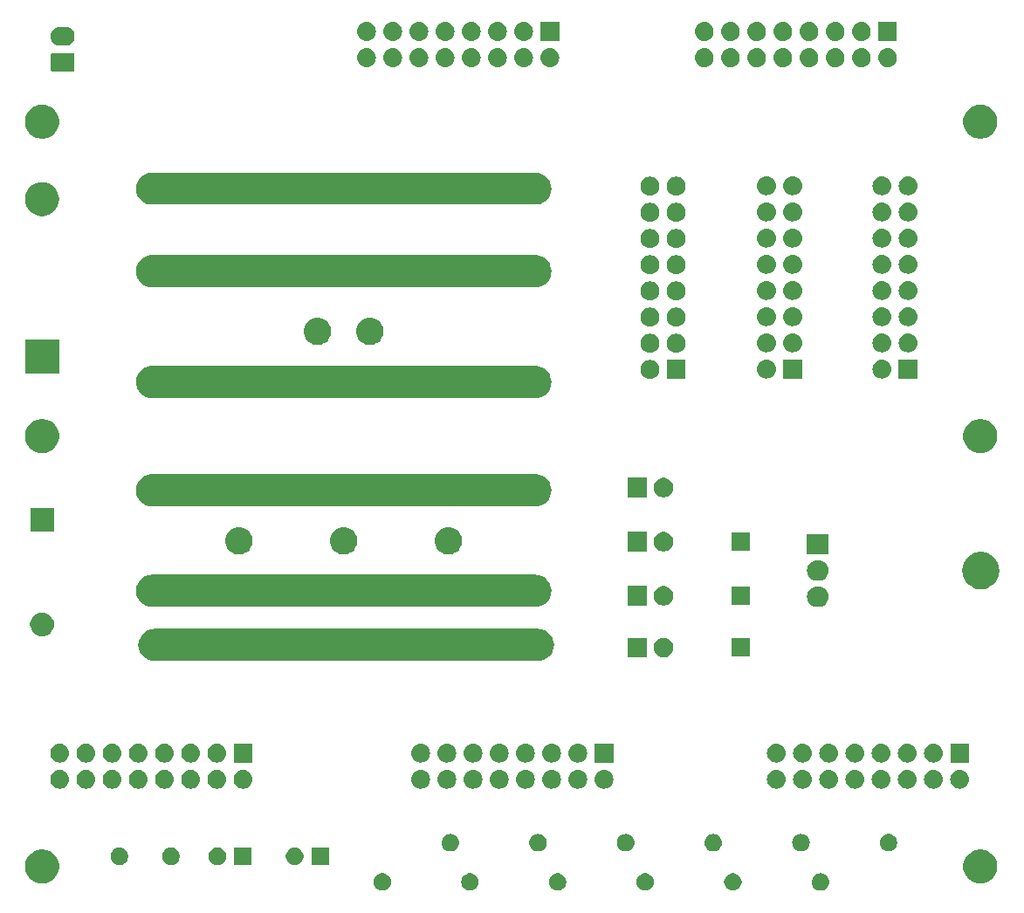
<source format=gbr>
G04 #@! TF.GenerationSoftware,KiCad,Pcbnew,(5.0.2)-1*
G04 #@! TF.CreationDate,2019-03-10T17:56:26+01:00*
G04 #@! TF.ProjectId,SnackBus_PSU,536e6163-6b42-4757-935f-5053552e6b69,rev?*
G04 #@! TF.SameCoordinates,Original*
G04 #@! TF.FileFunction,Soldermask,Bot*
G04 #@! TF.FilePolarity,Negative*
%FSLAX46Y46*%
G04 Gerber Fmt 4.6, Leading zero omitted, Abs format (unit mm)*
G04 Created by KiCad (PCBNEW (5.0.2)-1) date 10-3-2019 17:56:26*
%MOMM*%
%LPD*%
G01*
G04 APERTURE LIST*
%ADD10C,0.100000*%
G04 APERTURE END LIST*
D10*
G36*
X79666807Y-83661313D02*
X79666810Y-83661314D01*
X79666811Y-83661314D01*
X79827225Y-83709975D01*
X79827227Y-83709976D01*
X79827230Y-83709977D01*
X79975064Y-83788995D01*
X80104645Y-83895341D01*
X80210991Y-84024922D01*
X80290009Y-84172756D01*
X80290010Y-84172759D01*
X80290011Y-84172761D01*
X80323274Y-84282415D01*
X80338673Y-84333179D01*
X80355103Y-84500000D01*
X80338673Y-84666821D01*
X80338672Y-84666824D01*
X80338672Y-84666825D01*
X80313979Y-84748228D01*
X80290009Y-84827244D01*
X80210991Y-84975078D01*
X80104645Y-85104659D01*
X79975064Y-85211005D01*
X79827230Y-85290023D01*
X79827227Y-85290024D01*
X79827225Y-85290025D01*
X79666811Y-85338686D01*
X79666810Y-85338686D01*
X79666807Y-85338687D01*
X79541790Y-85351000D01*
X79458182Y-85351000D01*
X79333165Y-85338687D01*
X79333162Y-85338686D01*
X79333161Y-85338686D01*
X79172747Y-85290025D01*
X79172745Y-85290024D01*
X79172742Y-85290023D01*
X79024908Y-85211005D01*
X78895327Y-85104659D01*
X78788981Y-84975078D01*
X78709963Y-84827244D01*
X78685994Y-84748228D01*
X78661300Y-84666825D01*
X78661300Y-84666824D01*
X78661299Y-84666821D01*
X78644869Y-84500000D01*
X78661299Y-84333179D01*
X78676698Y-84282415D01*
X78709961Y-84172761D01*
X78709962Y-84172759D01*
X78709963Y-84172756D01*
X78788981Y-84024922D01*
X78895327Y-83895341D01*
X79024908Y-83788995D01*
X79172742Y-83709977D01*
X79172745Y-83709976D01*
X79172747Y-83709975D01*
X79333161Y-83661314D01*
X79333162Y-83661314D01*
X79333165Y-83661313D01*
X79458182Y-83649000D01*
X79541790Y-83649000D01*
X79666807Y-83661313D01*
X79666807Y-83661313D01*
G37*
G36*
X71248228Y-83681703D02*
X71403100Y-83745853D01*
X71542481Y-83838985D01*
X71661015Y-83957519D01*
X71754147Y-84096900D01*
X71818297Y-84251772D01*
X71851000Y-84416184D01*
X71851000Y-84583816D01*
X71818297Y-84748228D01*
X71754147Y-84903100D01*
X71661015Y-85042481D01*
X71542481Y-85161015D01*
X71403100Y-85254147D01*
X71248228Y-85318297D01*
X71083816Y-85351000D01*
X70916184Y-85351000D01*
X70751772Y-85318297D01*
X70596900Y-85254147D01*
X70457519Y-85161015D01*
X70338985Y-85042481D01*
X70245853Y-84903100D01*
X70181703Y-84748228D01*
X70149000Y-84583816D01*
X70149000Y-84416184D01*
X70181703Y-84251772D01*
X70245853Y-84096900D01*
X70338985Y-83957519D01*
X70457519Y-83838985D01*
X70596900Y-83745853D01*
X70751772Y-83681703D01*
X70916184Y-83649000D01*
X71083816Y-83649000D01*
X71248228Y-83681703D01*
X71248228Y-83681703D01*
G37*
G36*
X37248228Y-83681703D02*
X37403100Y-83745853D01*
X37542481Y-83838985D01*
X37661015Y-83957519D01*
X37754147Y-84096900D01*
X37818297Y-84251772D01*
X37851000Y-84416184D01*
X37851000Y-84583816D01*
X37818297Y-84748228D01*
X37754147Y-84903100D01*
X37661015Y-85042481D01*
X37542481Y-85161015D01*
X37403100Y-85254147D01*
X37248228Y-85318297D01*
X37083816Y-85351000D01*
X36916184Y-85351000D01*
X36751772Y-85318297D01*
X36596900Y-85254147D01*
X36457519Y-85161015D01*
X36338985Y-85042481D01*
X36245853Y-84903100D01*
X36181703Y-84748228D01*
X36149000Y-84583816D01*
X36149000Y-84416184D01*
X36181703Y-84251772D01*
X36245853Y-84096900D01*
X36338985Y-83957519D01*
X36457519Y-83838985D01*
X36596900Y-83745853D01*
X36751772Y-83681703D01*
X36916184Y-83649000D01*
X37083816Y-83649000D01*
X37248228Y-83681703D01*
X37248228Y-83681703D01*
G37*
G36*
X45748228Y-83681703D02*
X45903100Y-83745853D01*
X46042481Y-83838985D01*
X46161015Y-83957519D01*
X46254147Y-84096900D01*
X46318297Y-84251772D01*
X46351000Y-84416184D01*
X46351000Y-84583816D01*
X46318297Y-84748228D01*
X46254147Y-84903100D01*
X46161015Y-85042481D01*
X46042481Y-85161015D01*
X45903100Y-85254147D01*
X45748228Y-85318297D01*
X45583816Y-85351000D01*
X45416184Y-85351000D01*
X45251772Y-85318297D01*
X45096900Y-85254147D01*
X44957519Y-85161015D01*
X44838985Y-85042481D01*
X44745853Y-84903100D01*
X44681703Y-84748228D01*
X44649000Y-84583816D01*
X44649000Y-84416184D01*
X44681703Y-84251772D01*
X44745853Y-84096900D01*
X44838985Y-83957519D01*
X44957519Y-83838985D01*
X45096900Y-83745853D01*
X45251772Y-83681703D01*
X45416184Y-83649000D01*
X45583816Y-83649000D01*
X45748228Y-83681703D01*
X45748228Y-83681703D01*
G37*
G36*
X62748228Y-83681703D02*
X62903100Y-83745853D01*
X63042481Y-83838985D01*
X63161015Y-83957519D01*
X63254147Y-84096900D01*
X63318297Y-84251772D01*
X63351000Y-84416184D01*
X63351000Y-84583816D01*
X63318297Y-84748228D01*
X63254147Y-84903100D01*
X63161015Y-85042481D01*
X63042481Y-85161015D01*
X62903100Y-85254147D01*
X62748228Y-85318297D01*
X62583816Y-85351000D01*
X62416184Y-85351000D01*
X62251772Y-85318297D01*
X62096900Y-85254147D01*
X61957519Y-85161015D01*
X61838985Y-85042481D01*
X61745853Y-84903100D01*
X61681703Y-84748228D01*
X61649000Y-84583816D01*
X61649000Y-84416184D01*
X61681703Y-84251772D01*
X61745853Y-84096900D01*
X61838985Y-83957519D01*
X61957519Y-83838985D01*
X62096900Y-83745853D01*
X62251772Y-83681703D01*
X62416184Y-83649000D01*
X62583816Y-83649000D01*
X62748228Y-83681703D01*
X62748228Y-83681703D01*
G37*
G36*
X54248228Y-83681703D02*
X54403100Y-83745853D01*
X54542481Y-83838985D01*
X54661015Y-83957519D01*
X54754147Y-84096900D01*
X54818297Y-84251772D01*
X54851000Y-84416184D01*
X54851000Y-84583816D01*
X54818297Y-84748228D01*
X54754147Y-84903100D01*
X54661015Y-85042481D01*
X54542481Y-85161015D01*
X54403100Y-85254147D01*
X54248228Y-85318297D01*
X54083816Y-85351000D01*
X53916184Y-85351000D01*
X53751772Y-85318297D01*
X53596900Y-85254147D01*
X53457519Y-85161015D01*
X53338985Y-85042481D01*
X53245853Y-84903100D01*
X53181703Y-84748228D01*
X53149000Y-84583816D01*
X53149000Y-84416184D01*
X53181703Y-84251772D01*
X53245853Y-84096900D01*
X53338985Y-83957519D01*
X53457519Y-83838985D01*
X53596900Y-83745853D01*
X53751772Y-83681703D01*
X53916184Y-83649000D01*
X54083816Y-83649000D01*
X54248228Y-83681703D01*
X54248228Y-83681703D01*
G37*
G36*
X4375256Y-81391298D02*
X4481579Y-81412447D01*
X4694037Y-81500450D01*
X4762205Y-81528686D01*
X4782042Y-81536903D01*
X5048852Y-81715180D01*
X5052454Y-81717587D01*
X5282413Y-81947546D01*
X5463098Y-82217960D01*
X5587553Y-82518422D01*
X5651000Y-82837389D01*
X5651000Y-83162611D01*
X5587553Y-83481578D01*
X5463098Y-83782040D01*
X5282413Y-84052454D01*
X5052454Y-84282413D01*
X5052451Y-84282415D01*
X4782042Y-84463097D01*
X4481579Y-84587553D01*
X4375256Y-84608702D01*
X4162611Y-84651000D01*
X3837389Y-84651000D01*
X3624744Y-84608702D01*
X3518421Y-84587553D01*
X3217958Y-84463097D01*
X2947549Y-84282415D01*
X2947546Y-84282413D01*
X2717587Y-84052454D01*
X2536902Y-83782040D01*
X2412447Y-83481578D01*
X2349000Y-83162611D01*
X2349000Y-82837389D01*
X2412447Y-82518422D01*
X2536902Y-82217960D01*
X2717587Y-81947546D01*
X2947546Y-81717587D01*
X2951148Y-81715180D01*
X3217958Y-81536903D01*
X3237796Y-81528686D01*
X3305963Y-81500450D01*
X3518421Y-81412447D01*
X3624744Y-81391298D01*
X3837389Y-81349000D01*
X4162611Y-81349000D01*
X4375256Y-81391298D01*
X4375256Y-81391298D01*
G37*
G36*
X95375256Y-81391298D02*
X95481579Y-81412447D01*
X95694037Y-81500450D01*
X95762205Y-81528686D01*
X95782042Y-81536903D01*
X96048852Y-81715180D01*
X96052454Y-81717587D01*
X96282413Y-81947546D01*
X96463098Y-82217960D01*
X96587553Y-82518422D01*
X96651000Y-82837389D01*
X96651000Y-83162611D01*
X96587553Y-83481578D01*
X96463098Y-83782040D01*
X96282413Y-84052454D01*
X96052454Y-84282413D01*
X96052451Y-84282415D01*
X95782042Y-84463097D01*
X95481579Y-84587553D01*
X95375256Y-84608702D01*
X95162611Y-84651000D01*
X94837389Y-84651000D01*
X94624744Y-84608702D01*
X94518421Y-84587553D01*
X94217958Y-84463097D01*
X93947549Y-84282415D01*
X93947546Y-84282413D01*
X93717587Y-84052454D01*
X93536902Y-83782040D01*
X93412447Y-83481578D01*
X93349000Y-83162611D01*
X93349000Y-82837389D01*
X93412447Y-82518422D01*
X93536902Y-82217960D01*
X93717587Y-81947546D01*
X93947546Y-81717587D01*
X93951148Y-81715180D01*
X94217958Y-81536903D01*
X94237796Y-81528686D01*
X94305963Y-81500450D01*
X94518421Y-81412447D01*
X94624744Y-81391298D01*
X94837389Y-81349000D01*
X95162611Y-81349000D01*
X95375256Y-81391298D01*
X95375256Y-81391298D01*
G37*
G36*
X24351000Y-82851000D02*
X22649000Y-82851000D01*
X22649000Y-81149000D01*
X24351000Y-81149000D01*
X24351000Y-82851000D01*
X24351000Y-82851000D01*
G37*
G36*
X28748228Y-81181703D02*
X28903100Y-81245853D01*
X29042481Y-81338985D01*
X29161015Y-81457519D01*
X29254147Y-81596900D01*
X29318297Y-81751772D01*
X29351000Y-81916184D01*
X29351000Y-82083816D01*
X29318297Y-82248228D01*
X29254147Y-82403100D01*
X29161015Y-82542481D01*
X29042481Y-82661015D01*
X28903100Y-82754147D01*
X28748228Y-82818297D01*
X28583816Y-82851000D01*
X28416184Y-82851000D01*
X28251772Y-82818297D01*
X28096900Y-82754147D01*
X27957519Y-82661015D01*
X27838985Y-82542481D01*
X27745853Y-82403100D01*
X27681703Y-82248228D01*
X27649000Y-82083816D01*
X27649000Y-81916184D01*
X27681703Y-81751772D01*
X27745853Y-81596900D01*
X27838985Y-81457519D01*
X27957519Y-81338985D01*
X28096900Y-81245853D01*
X28251772Y-81181703D01*
X28416184Y-81149000D01*
X28583816Y-81149000D01*
X28748228Y-81181703D01*
X28748228Y-81181703D01*
G37*
G36*
X21248228Y-81181703D02*
X21403100Y-81245853D01*
X21542481Y-81338985D01*
X21661015Y-81457519D01*
X21754147Y-81596900D01*
X21818297Y-81751772D01*
X21851000Y-81916184D01*
X21851000Y-82083816D01*
X21818297Y-82248228D01*
X21754147Y-82403100D01*
X21661015Y-82542481D01*
X21542481Y-82661015D01*
X21403100Y-82754147D01*
X21248228Y-82818297D01*
X21083816Y-82851000D01*
X20916184Y-82851000D01*
X20751772Y-82818297D01*
X20596900Y-82754147D01*
X20457519Y-82661015D01*
X20338985Y-82542481D01*
X20245853Y-82403100D01*
X20181703Y-82248228D01*
X20149000Y-82083816D01*
X20149000Y-81916184D01*
X20181703Y-81751772D01*
X20245853Y-81596900D01*
X20338985Y-81457519D01*
X20457519Y-81338985D01*
X20596900Y-81245853D01*
X20751772Y-81181703D01*
X20916184Y-81149000D01*
X21083816Y-81149000D01*
X21248228Y-81181703D01*
X21248228Y-81181703D01*
G37*
G36*
X31851000Y-82851000D02*
X30149000Y-82851000D01*
X30149000Y-81149000D01*
X31851000Y-81149000D01*
X31851000Y-82851000D01*
X31851000Y-82851000D01*
G37*
G36*
X16748228Y-81181703D02*
X16903100Y-81245853D01*
X17042481Y-81338985D01*
X17161015Y-81457519D01*
X17254147Y-81596900D01*
X17318297Y-81751772D01*
X17351000Y-81916184D01*
X17351000Y-82083816D01*
X17318297Y-82248228D01*
X17254147Y-82403100D01*
X17161015Y-82542481D01*
X17042481Y-82661015D01*
X16903100Y-82754147D01*
X16748228Y-82818297D01*
X16583816Y-82851000D01*
X16416184Y-82851000D01*
X16251772Y-82818297D01*
X16096900Y-82754147D01*
X15957519Y-82661015D01*
X15838985Y-82542481D01*
X15745853Y-82403100D01*
X15681703Y-82248228D01*
X15649000Y-82083816D01*
X15649000Y-81916184D01*
X15681703Y-81751772D01*
X15745853Y-81596900D01*
X15838985Y-81457519D01*
X15957519Y-81338985D01*
X16096900Y-81245853D01*
X16251772Y-81181703D01*
X16416184Y-81149000D01*
X16583816Y-81149000D01*
X16748228Y-81181703D01*
X16748228Y-81181703D01*
G37*
G36*
X11748228Y-81181703D02*
X11903100Y-81245853D01*
X12042481Y-81338985D01*
X12161015Y-81457519D01*
X12254147Y-81596900D01*
X12318297Y-81751772D01*
X12351000Y-81916184D01*
X12351000Y-82083816D01*
X12318297Y-82248228D01*
X12254147Y-82403100D01*
X12161015Y-82542481D01*
X12042481Y-82661015D01*
X11903100Y-82754147D01*
X11748228Y-82818297D01*
X11583816Y-82851000D01*
X11416184Y-82851000D01*
X11251772Y-82818297D01*
X11096900Y-82754147D01*
X10957519Y-82661015D01*
X10838985Y-82542481D01*
X10745853Y-82403100D01*
X10681703Y-82248228D01*
X10649000Y-82083816D01*
X10649000Y-81916184D01*
X10681703Y-81751772D01*
X10745853Y-81596900D01*
X10838985Y-81457519D01*
X10957519Y-81338985D01*
X11096900Y-81245853D01*
X11251772Y-81181703D01*
X11416184Y-81149000D01*
X11583816Y-81149000D01*
X11748228Y-81181703D01*
X11748228Y-81181703D01*
G37*
G36*
X77765935Y-79851313D02*
X77765938Y-79851314D01*
X77765939Y-79851314D01*
X77926353Y-79899975D01*
X77926355Y-79899976D01*
X77926358Y-79899977D01*
X78074192Y-79978995D01*
X78203773Y-80085341D01*
X78310119Y-80214922D01*
X78389137Y-80362756D01*
X78389138Y-80362759D01*
X78389139Y-80362761D01*
X78437800Y-80523175D01*
X78437801Y-80523179D01*
X78454231Y-80690000D01*
X78437801Y-80856821D01*
X78437800Y-80856824D01*
X78437800Y-80856825D01*
X78413107Y-80938228D01*
X78389137Y-81017244D01*
X78310119Y-81165078D01*
X78203773Y-81294659D01*
X78074192Y-81401005D01*
X77926358Y-81480023D01*
X77926355Y-81480024D01*
X77926353Y-81480025D01*
X77765939Y-81528686D01*
X77765938Y-81528686D01*
X77765935Y-81528687D01*
X77640918Y-81541000D01*
X77557310Y-81541000D01*
X77432293Y-81528687D01*
X77432290Y-81528686D01*
X77432289Y-81528686D01*
X77271875Y-81480025D01*
X77271873Y-81480024D01*
X77271870Y-81480023D01*
X77124036Y-81401005D01*
X76994455Y-81294659D01*
X76888109Y-81165078D01*
X76809091Y-81017244D01*
X76785122Y-80938228D01*
X76760428Y-80856825D01*
X76760428Y-80856824D01*
X76760427Y-80856821D01*
X76743997Y-80690000D01*
X76760427Y-80523179D01*
X76760428Y-80523175D01*
X76809089Y-80362761D01*
X76809090Y-80362759D01*
X76809091Y-80362756D01*
X76888109Y-80214922D01*
X76994455Y-80085341D01*
X77124036Y-79978995D01*
X77271870Y-79899977D01*
X77271873Y-79899976D01*
X77271875Y-79899975D01*
X77432289Y-79851314D01*
X77432290Y-79851314D01*
X77432293Y-79851313D01*
X77557310Y-79839000D01*
X77640918Y-79839000D01*
X77765935Y-79851313D01*
X77765935Y-79851313D01*
G37*
G36*
X69265935Y-79851313D02*
X69265938Y-79851314D01*
X69265939Y-79851314D01*
X69426353Y-79899975D01*
X69426355Y-79899976D01*
X69426358Y-79899977D01*
X69574192Y-79978995D01*
X69703773Y-80085341D01*
X69810119Y-80214922D01*
X69889137Y-80362756D01*
X69889138Y-80362759D01*
X69889139Y-80362761D01*
X69937800Y-80523175D01*
X69937801Y-80523179D01*
X69954231Y-80690000D01*
X69937801Y-80856821D01*
X69937800Y-80856824D01*
X69937800Y-80856825D01*
X69913107Y-80938228D01*
X69889137Y-81017244D01*
X69810119Y-81165078D01*
X69703773Y-81294659D01*
X69574192Y-81401005D01*
X69426358Y-81480023D01*
X69426355Y-81480024D01*
X69426353Y-81480025D01*
X69265939Y-81528686D01*
X69265938Y-81528686D01*
X69265935Y-81528687D01*
X69140918Y-81541000D01*
X69057310Y-81541000D01*
X68932293Y-81528687D01*
X68932290Y-81528686D01*
X68932289Y-81528686D01*
X68771875Y-81480025D01*
X68771873Y-81480024D01*
X68771870Y-81480023D01*
X68624036Y-81401005D01*
X68494455Y-81294659D01*
X68388109Y-81165078D01*
X68309091Y-81017244D01*
X68285122Y-80938228D01*
X68260428Y-80856825D01*
X68260428Y-80856824D01*
X68260427Y-80856821D01*
X68243997Y-80690000D01*
X68260427Y-80523179D01*
X68260428Y-80523175D01*
X68309089Y-80362761D01*
X68309090Y-80362759D01*
X68309091Y-80362756D01*
X68388109Y-80214922D01*
X68494455Y-80085341D01*
X68624036Y-79978995D01*
X68771870Y-79899977D01*
X68771873Y-79899976D01*
X68771875Y-79899975D01*
X68932289Y-79851314D01*
X68932290Y-79851314D01*
X68932293Y-79851313D01*
X69057310Y-79839000D01*
X69140918Y-79839000D01*
X69265935Y-79851313D01*
X69265935Y-79851313D01*
G37*
G36*
X86347328Y-79871703D02*
X86502200Y-79935853D01*
X86641581Y-80028985D01*
X86760115Y-80147519D01*
X86853247Y-80286900D01*
X86917397Y-80441772D01*
X86950100Y-80606184D01*
X86950100Y-80773816D01*
X86917397Y-80938228D01*
X86853247Y-81093100D01*
X86760115Y-81232481D01*
X86641581Y-81351015D01*
X86502200Y-81444147D01*
X86347328Y-81508297D01*
X86182916Y-81541000D01*
X86015284Y-81541000D01*
X85850872Y-81508297D01*
X85696000Y-81444147D01*
X85556619Y-81351015D01*
X85438085Y-81232481D01*
X85344953Y-81093100D01*
X85280803Y-80938228D01*
X85248100Y-80773816D01*
X85248100Y-80606184D01*
X85280803Y-80441772D01*
X85344953Y-80286900D01*
X85438085Y-80147519D01*
X85556619Y-80028985D01*
X85696000Y-79935853D01*
X85850872Y-79871703D01*
X86015284Y-79839000D01*
X86182916Y-79839000D01*
X86347328Y-79871703D01*
X86347328Y-79871703D01*
G37*
G36*
X52265935Y-79851313D02*
X52265938Y-79851314D01*
X52265939Y-79851314D01*
X52426353Y-79899975D01*
X52426355Y-79899976D01*
X52426358Y-79899977D01*
X52574192Y-79978995D01*
X52703773Y-80085341D01*
X52810119Y-80214922D01*
X52889137Y-80362756D01*
X52889138Y-80362759D01*
X52889139Y-80362761D01*
X52937800Y-80523175D01*
X52937801Y-80523179D01*
X52954231Y-80690000D01*
X52937801Y-80856821D01*
X52937800Y-80856824D01*
X52937800Y-80856825D01*
X52913107Y-80938228D01*
X52889137Y-81017244D01*
X52810119Y-81165078D01*
X52703773Y-81294659D01*
X52574192Y-81401005D01*
X52426358Y-81480023D01*
X52426355Y-81480024D01*
X52426353Y-81480025D01*
X52265939Y-81528686D01*
X52265938Y-81528686D01*
X52265935Y-81528687D01*
X52140918Y-81541000D01*
X52057310Y-81541000D01*
X51932293Y-81528687D01*
X51932290Y-81528686D01*
X51932289Y-81528686D01*
X51771875Y-81480025D01*
X51771873Y-81480024D01*
X51771870Y-81480023D01*
X51624036Y-81401005D01*
X51494455Y-81294659D01*
X51388109Y-81165078D01*
X51309091Y-81017244D01*
X51285122Y-80938228D01*
X51260428Y-80856825D01*
X51260428Y-80856824D01*
X51260427Y-80856821D01*
X51243997Y-80690000D01*
X51260427Y-80523179D01*
X51260428Y-80523175D01*
X51309089Y-80362761D01*
X51309090Y-80362759D01*
X51309091Y-80362756D01*
X51388109Y-80214922D01*
X51494455Y-80085341D01*
X51624036Y-79978995D01*
X51771870Y-79899977D01*
X51771873Y-79899976D01*
X51771875Y-79899975D01*
X51932289Y-79851314D01*
X51932290Y-79851314D01*
X51932293Y-79851313D01*
X52057310Y-79839000D01*
X52140918Y-79839000D01*
X52265935Y-79851313D01*
X52265935Y-79851313D01*
G37*
G36*
X43765935Y-79851313D02*
X43765938Y-79851314D01*
X43765939Y-79851314D01*
X43926353Y-79899975D01*
X43926355Y-79899976D01*
X43926358Y-79899977D01*
X44074192Y-79978995D01*
X44203773Y-80085341D01*
X44310119Y-80214922D01*
X44389137Y-80362756D01*
X44389138Y-80362759D01*
X44389139Y-80362761D01*
X44437800Y-80523175D01*
X44437801Y-80523179D01*
X44454231Y-80690000D01*
X44437801Y-80856821D01*
X44437800Y-80856824D01*
X44437800Y-80856825D01*
X44413107Y-80938228D01*
X44389137Y-81017244D01*
X44310119Y-81165078D01*
X44203773Y-81294659D01*
X44074192Y-81401005D01*
X43926358Y-81480023D01*
X43926355Y-81480024D01*
X43926353Y-81480025D01*
X43765939Y-81528686D01*
X43765938Y-81528686D01*
X43765935Y-81528687D01*
X43640918Y-81541000D01*
X43557310Y-81541000D01*
X43432293Y-81528687D01*
X43432290Y-81528686D01*
X43432289Y-81528686D01*
X43271875Y-81480025D01*
X43271873Y-81480024D01*
X43271870Y-81480023D01*
X43124036Y-81401005D01*
X42994455Y-81294659D01*
X42888109Y-81165078D01*
X42809091Y-81017244D01*
X42785122Y-80938228D01*
X42760428Y-80856825D01*
X42760428Y-80856824D01*
X42760427Y-80856821D01*
X42743997Y-80690000D01*
X42760427Y-80523179D01*
X42760428Y-80523175D01*
X42809089Y-80362761D01*
X42809090Y-80362759D01*
X42809091Y-80362756D01*
X42888109Y-80214922D01*
X42994455Y-80085341D01*
X43124036Y-79978995D01*
X43271870Y-79899977D01*
X43271873Y-79899976D01*
X43271875Y-79899975D01*
X43432289Y-79851314D01*
X43432290Y-79851314D01*
X43432293Y-79851313D01*
X43557310Y-79839000D01*
X43640918Y-79839000D01*
X43765935Y-79851313D01*
X43765935Y-79851313D01*
G37*
G36*
X60765935Y-79851313D02*
X60765938Y-79851314D01*
X60765939Y-79851314D01*
X60926353Y-79899975D01*
X60926355Y-79899976D01*
X60926358Y-79899977D01*
X61074192Y-79978995D01*
X61203773Y-80085341D01*
X61310119Y-80214922D01*
X61389137Y-80362756D01*
X61389138Y-80362759D01*
X61389139Y-80362761D01*
X61437800Y-80523175D01*
X61437801Y-80523179D01*
X61454231Y-80690000D01*
X61437801Y-80856821D01*
X61437800Y-80856824D01*
X61437800Y-80856825D01*
X61413107Y-80938228D01*
X61389137Y-81017244D01*
X61310119Y-81165078D01*
X61203773Y-81294659D01*
X61074192Y-81401005D01*
X60926358Y-81480023D01*
X60926355Y-81480024D01*
X60926353Y-81480025D01*
X60765939Y-81528686D01*
X60765938Y-81528686D01*
X60765935Y-81528687D01*
X60640918Y-81541000D01*
X60557310Y-81541000D01*
X60432293Y-81528687D01*
X60432290Y-81528686D01*
X60432289Y-81528686D01*
X60271875Y-81480025D01*
X60271873Y-81480024D01*
X60271870Y-81480023D01*
X60124036Y-81401005D01*
X59994455Y-81294659D01*
X59888109Y-81165078D01*
X59809091Y-81017244D01*
X59785122Y-80938228D01*
X59760428Y-80856825D01*
X59760428Y-80856824D01*
X59760427Y-80856821D01*
X59743997Y-80690000D01*
X59760427Y-80523179D01*
X59760428Y-80523175D01*
X59809089Y-80362761D01*
X59809090Y-80362759D01*
X59809091Y-80362756D01*
X59888109Y-80214922D01*
X59994455Y-80085341D01*
X60124036Y-79978995D01*
X60271870Y-79899977D01*
X60271873Y-79899976D01*
X60271875Y-79899975D01*
X60432289Y-79851314D01*
X60432290Y-79851314D01*
X60432293Y-79851313D01*
X60557310Y-79839000D01*
X60640918Y-79839000D01*
X60765935Y-79851313D01*
X60765935Y-79851313D01*
G37*
G36*
X18599294Y-73638633D02*
X18771694Y-73690931D01*
X18771696Y-73690932D01*
X18930583Y-73775859D01*
X18930585Y-73775860D01*
X18930584Y-73775860D01*
X19069849Y-73890151D01*
X19184140Y-74029416D01*
X19269069Y-74188306D01*
X19321367Y-74360706D01*
X19339025Y-74540000D01*
X19321367Y-74719294D01*
X19269069Y-74891694D01*
X19269068Y-74891696D01*
X19184141Y-75050583D01*
X19069849Y-75189849D01*
X18930583Y-75304141D01*
X18771696Y-75389068D01*
X18771694Y-75389069D01*
X18599294Y-75441367D01*
X18464931Y-75454600D01*
X18375069Y-75454600D01*
X18240706Y-75441367D01*
X18068306Y-75389069D01*
X18068304Y-75389068D01*
X17909417Y-75304141D01*
X17770151Y-75189849D01*
X17655859Y-75050583D01*
X17570932Y-74891696D01*
X17570931Y-74891694D01*
X17518633Y-74719294D01*
X17500975Y-74540000D01*
X17518633Y-74360706D01*
X17570931Y-74188306D01*
X17655860Y-74029416D01*
X17770151Y-73890151D01*
X17909416Y-73775860D01*
X17909415Y-73775860D01*
X17909417Y-73775859D01*
X18068304Y-73690932D01*
X18068306Y-73690931D01*
X18240706Y-73638633D01*
X18375069Y-73625400D01*
X18464931Y-73625400D01*
X18599294Y-73638633D01*
X18599294Y-73638633D01*
G37*
G36*
X80479294Y-73638633D02*
X80651694Y-73690931D01*
X80651696Y-73690932D01*
X80810583Y-73775859D01*
X80810585Y-73775860D01*
X80810584Y-73775860D01*
X80949849Y-73890151D01*
X81064140Y-74029416D01*
X81149069Y-74188306D01*
X81201367Y-74360706D01*
X81219025Y-74540000D01*
X81201367Y-74719294D01*
X81149069Y-74891694D01*
X81149068Y-74891696D01*
X81064141Y-75050583D01*
X80949849Y-75189849D01*
X80810583Y-75304141D01*
X80651696Y-75389068D01*
X80651694Y-75389069D01*
X80479294Y-75441367D01*
X80344931Y-75454600D01*
X80255069Y-75454600D01*
X80120706Y-75441367D01*
X79948306Y-75389069D01*
X79948304Y-75389068D01*
X79789417Y-75304141D01*
X79650151Y-75189849D01*
X79535859Y-75050583D01*
X79450932Y-74891696D01*
X79450931Y-74891694D01*
X79398633Y-74719294D01*
X79380975Y-74540000D01*
X79398633Y-74360706D01*
X79450931Y-74188306D01*
X79535860Y-74029416D01*
X79650151Y-73890151D01*
X79789416Y-73775860D01*
X79789415Y-73775860D01*
X79789417Y-73775859D01*
X79948304Y-73690932D01*
X79948306Y-73690931D01*
X80120706Y-73638633D01*
X80255069Y-73625400D01*
X80344931Y-73625400D01*
X80479294Y-73638633D01*
X80479294Y-73638633D01*
G37*
G36*
X77939294Y-73638633D02*
X78111694Y-73690931D01*
X78111696Y-73690932D01*
X78270583Y-73775859D01*
X78270585Y-73775860D01*
X78270584Y-73775860D01*
X78409849Y-73890151D01*
X78524140Y-74029416D01*
X78609069Y-74188306D01*
X78661367Y-74360706D01*
X78679025Y-74540000D01*
X78661367Y-74719294D01*
X78609069Y-74891694D01*
X78609068Y-74891696D01*
X78524141Y-75050583D01*
X78409849Y-75189849D01*
X78270583Y-75304141D01*
X78111696Y-75389068D01*
X78111694Y-75389069D01*
X77939294Y-75441367D01*
X77804931Y-75454600D01*
X77715069Y-75454600D01*
X77580706Y-75441367D01*
X77408306Y-75389069D01*
X77408304Y-75389068D01*
X77249417Y-75304141D01*
X77110151Y-75189849D01*
X76995859Y-75050583D01*
X76910932Y-74891696D01*
X76910931Y-74891694D01*
X76858633Y-74719294D01*
X76840975Y-74540000D01*
X76858633Y-74360706D01*
X76910931Y-74188306D01*
X76995860Y-74029416D01*
X77110151Y-73890151D01*
X77249416Y-73775860D01*
X77249415Y-73775860D01*
X77249417Y-73775859D01*
X77408304Y-73690932D01*
X77408306Y-73690931D01*
X77580706Y-73638633D01*
X77715069Y-73625400D01*
X77804931Y-73625400D01*
X77939294Y-73638633D01*
X77939294Y-73638633D01*
G37*
G36*
X75399294Y-73638633D02*
X75571694Y-73690931D01*
X75571696Y-73690932D01*
X75730583Y-73775859D01*
X75730585Y-73775860D01*
X75730584Y-73775860D01*
X75869849Y-73890151D01*
X75984140Y-74029416D01*
X76069069Y-74188306D01*
X76121367Y-74360706D01*
X76139025Y-74540000D01*
X76121367Y-74719294D01*
X76069069Y-74891694D01*
X76069068Y-74891696D01*
X75984141Y-75050583D01*
X75869849Y-75189849D01*
X75730583Y-75304141D01*
X75571696Y-75389068D01*
X75571694Y-75389069D01*
X75399294Y-75441367D01*
X75264931Y-75454600D01*
X75175069Y-75454600D01*
X75040706Y-75441367D01*
X74868306Y-75389069D01*
X74868304Y-75389068D01*
X74709417Y-75304141D01*
X74570151Y-75189849D01*
X74455859Y-75050583D01*
X74370932Y-74891696D01*
X74370931Y-74891694D01*
X74318633Y-74719294D01*
X74300975Y-74540000D01*
X74318633Y-74360706D01*
X74370931Y-74188306D01*
X74455860Y-74029416D01*
X74570151Y-73890151D01*
X74709416Y-73775860D01*
X74709415Y-73775860D01*
X74709417Y-73775859D01*
X74868304Y-73690932D01*
X74868306Y-73690931D01*
X75040706Y-73638633D01*
X75175069Y-73625400D01*
X75264931Y-73625400D01*
X75399294Y-73638633D01*
X75399294Y-73638633D01*
G37*
G36*
X40899294Y-73638633D02*
X41071694Y-73690931D01*
X41071696Y-73690932D01*
X41230583Y-73775859D01*
X41230585Y-73775860D01*
X41230584Y-73775860D01*
X41369849Y-73890151D01*
X41484140Y-74029416D01*
X41569069Y-74188306D01*
X41621367Y-74360706D01*
X41639025Y-74540000D01*
X41621367Y-74719294D01*
X41569069Y-74891694D01*
X41569068Y-74891696D01*
X41484141Y-75050583D01*
X41369849Y-75189849D01*
X41230583Y-75304141D01*
X41071696Y-75389068D01*
X41071694Y-75389069D01*
X40899294Y-75441367D01*
X40764931Y-75454600D01*
X40675069Y-75454600D01*
X40540706Y-75441367D01*
X40368306Y-75389069D01*
X40368304Y-75389068D01*
X40209417Y-75304141D01*
X40070151Y-75189849D01*
X39955859Y-75050583D01*
X39870932Y-74891696D01*
X39870931Y-74891694D01*
X39818633Y-74719294D01*
X39800975Y-74540000D01*
X39818633Y-74360706D01*
X39870931Y-74188306D01*
X39955860Y-74029416D01*
X40070151Y-73890151D01*
X40209416Y-73775860D01*
X40209415Y-73775860D01*
X40209417Y-73775859D01*
X40368304Y-73690932D01*
X40368306Y-73690931D01*
X40540706Y-73638633D01*
X40675069Y-73625400D01*
X40764931Y-73625400D01*
X40899294Y-73638633D01*
X40899294Y-73638633D01*
G37*
G36*
X43439294Y-73638633D02*
X43611694Y-73690931D01*
X43611696Y-73690932D01*
X43770583Y-73775859D01*
X43770585Y-73775860D01*
X43770584Y-73775860D01*
X43909849Y-73890151D01*
X44024140Y-74029416D01*
X44109069Y-74188306D01*
X44161367Y-74360706D01*
X44179025Y-74540000D01*
X44161367Y-74719294D01*
X44109069Y-74891694D01*
X44109068Y-74891696D01*
X44024141Y-75050583D01*
X43909849Y-75189849D01*
X43770583Y-75304141D01*
X43611696Y-75389068D01*
X43611694Y-75389069D01*
X43439294Y-75441367D01*
X43304931Y-75454600D01*
X43215069Y-75454600D01*
X43080706Y-75441367D01*
X42908306Y-75389069D01*
X42908304Y-75389068D01*
X42749417Y-75304141D01*
X42610151Y-75189849D01*
X42495859Y-75050583D01*
X42410932Y-74891696D01*
X42410931Y-74891694D01*
X42358633Y-74719294D01*
X42340975Y-74540000D01*
X42358633Y-74360706D01*
X42410931Y-74188306D01*
X42495860Y-74029416D01*
X42610151Y-73890151D01*
X42749416Y-73775860D01*
X42749415Y-73775860D01*
X42749417Y-73775859D01*
X42908304Y-73690932D01*
X42908306Y-73690931D01*
X43080706Y-73638633D01*
X43215069Y-73625400D01*
X43304931Y-73625400D01*
X43439294Y-73638633D01*
X43439294Y-73638633D01*
G37*
G36*
X45979294Y-73638633D02*
X46151694Y-73690931D01*
X46151696Y-73690932D01*
X46310583Y-73775859D01*
X46310585Y-73775860D01*
X46310584Y-73775860D01*
X46449849Y-73890151D01*
X46564140Y-74029416D01*
X46649069Y-74188306D01*
X46701367Y-74360706D01*
X46719025Y-74540000D01*
X46701367Y-74719294D01*
X46649069Y-74891694D01*
X46649068Y-74891696D01*
X46564141Y-75050583D01*
X46449849Y-75189849D01*
X46310583Y-75304141D01*
X46151696Y-75389068D01*
X46151694Y-75389069D01*
X45979294Y-75441367D01*
X45844931Y-75454600D01*
X45755069Y-75454600D01*
X45620706Y-75441367D01*
X45448306Y-75389069D01*
X45448304Y-75389068D01*
X45289417Y-75304141D01*
X45150151Y-75189849D01*
X45035859Y-75050583D01*
X44950932Y-74891696D01*
X44950931Y-74891694D01*
X44898633Y-74719294D01*
X44880975Y-74540000D01*
X44898633Y-74360706D01*
X44950931Y-74188306D01*
X45035860Y-74029416D01*
X45150151Y-73890151D01*
X45289416Y-73775860D01*
X45289415Y-73775860D01*
X45289417Y-73775859D01*
X45448304Y-73690932D01*
X45448306Y-73690931D01*
X45620706Y-73638633D01*
X45755069Y-73625400D01*
X45844931Y-73625400D01*
X45979294Y-73638633D01*
X45979294Y-73638633D01*
G37*
G36*
X48519294Y-73638633D02*
X48691694Y-73690931D01*
X48691696Y-73690932D01*
X48850583Y-73775859D01*
X48850585Y-73775860D01*
X48850584Y-73775860D01*
X48989849Y-73890151D01*
X49104140Y-74029416D01*
X49189069Y-74188306D01*
X49241367Y-74360706D01*
X49259025Y-74540000D01*
X49241367Y-74719294D01*
X49189069Y-74891694D01*
X49189068Y-74891696D01*
X49104141Y-75050583D01*
X48989849Y-75189849D01*
X48850583Y-75304141D01*
X48691696Y-75389068D01*
X48691694Y-75389069D01*
X48519294Y-75441367D01*
X48384931Y-75454600D01*
X48295069Y-75454600D01*
X48160706Y-75441367D01*
X47988306Y-75389069D01*
X47988304Y-75389068D01*
X47829417Y-75304141D01*
X47690151Y-75189849D01*
X47575859Y-75050583D01*
X47490932Y-74891696D01*
X47490931Y-74891694D01*
X47438633Y-74719294D01*
X47420975Y-74540000D01*
X47438633Y-74360706D01*
X47490931Y-74188306D01*
X47575860Y-74029416D01*
X47690151Y-73890151D01*
X47829416Y-73775860D01*
X47829415Y-73775860D01*
X47829417Y-73775859D01*
X47988304Y-73690932D01*
X47988306Y-73690931D01*
X48160706Y-73638633D01*
X48295069Y-73625400D01*
X48384931Y-73625400D01*
X48519294Y-73638633D01*
X48519294Y-73638633D01*
G37*
G36*
X51059294Y-73638633D02*
X51231694Y-73690931D01*
X51231696Y-73690932D01*
X51390583Y-73775859D01*
X51390585Y-73775860D01*
X51390584Y-73775860D01*
X51529849Y-73890151D01*
X51644140Y-74029416D01*
X51729069Y-74188306D01*
X51781367Y-74360706D01*
X51799025Y-74540000D01*
X51781367Y-74719294D01*
X51729069Y-74891694D01*
X51729068Y-74891696D01*
X51644141Y-75050583D01*
X51529849Y-75189849D01*
X51390583Y-75304141D01*
X51231696Y-75389068D01*
X51231694Y-75389069D01*
X51059294Y-75441367D01*
X50924931Y-75454600D01*
X50835069Y-75454600D01*
X50700706Y-75441367D01*
X50528306Y-75389069D01*
X50528304Y-75389068D01*
X50369417Y-75304141D01*
X50230151Y-75189849D01*
X50115859Y-75050583D01*
X50030932Y-74891696D01*
X50030931Y-74891694D01*
X49978633Y-74719294D01*
X49960975Y-74540000D01*
X49978633Y-74360706D01*
X50030931Y-74188306D01*
X50115860Y-74029416D01*
X50230151Y-73890151D01*
X50369416Y-73775860D01*
X50369415Y-73775860D01*
X50369417Y-73775859D01*
X50528304Y-73690932D01*
X50528306Y-73690931D01*
X50700706Y-73638633D01*
X50835069Y-73625400D01*
X50924931Y-73625400D01*
X51059294Y-73638633D01*
X51059294Y-73638633D01*
G37*
G36*
X53599294Y-73638633D02*
X53771694Y-73690931D01*
X53771696Y-73690932D01*
X53930583Y-73775859D01*
X53930585Y-73775860D01*
X53930584Y-73775860D01*
X54069849Y-73890151D01*
X54184140Y-74029416D01*
X54269069Y-74188306D01*
X54321367Y-74360706D01*
X54339025Y-74540000D01*
X54321367Y-74719294D01*
X54269069Y-74891694D01*
X54269068Y-74891696D01*
X54184141Y-75050583D01*
X54069849Y-75189849D01*
X53930583Y-75304141D01*
X53771696Y-75389068D01*
X53771694Y-75389069D01*
X53599294Y-75441367D01*
X53464931Y-75454600D01*
X53375069Y-75454600D01*
X53240706Y-75441367D01*
X53068306Y-75389069D01*
X53068304Y-75389068D01*
X52909417Y-75304141D01*
X52770151Y-75189849D01*
X52655859Y-75050583D01*
X52570932Y-74891696D01*
X52570931Y-74891694D01*
X52518633Y-74719294D01*
X52500975Y-74540000D01*
X52518633Y-74360706D01*
X52570931Y-74188306D01*
X52655860Y-74029416D01*
X52770151Y-73890151D01*
X52909416Y-73775860D01*
X52909415Y-73775860D01*
X52909417Y-73775859D01*
X53068304Y-73690932D01*
X53068306Y-73690931D01*
X53240706Y-73638633D01*
X53375069Y-73625400D01*
X53464931Y-73625400D01*
X53599294Y-73638633D01*
X53599294Y-73638633D01*
G37*
G36*
X83019294Y-73638633D02*
X83191694Y-73690931D01*
X83191696Y-73690932D01*
X83350583Y-73775859D01*
X83350585Y-73775860D01*
X83350584Y-73775860D01*
X83489849Y-73890151D01*
X83604140Y-74029416D01*
X83689069Y-74188306D01*
X83741367Y-74360706D01*
X83759025Y-74540000D01*
X83741367Y-74719294D01*
X83689069Y-74891694D01*
X83689068Y-74891696D01*
X83604141Y-75050583D01*
X83489849Y-75189849D01*
X83350583Y-75304141D01*
X83191696Y-75389068D01*
X83191694Y-75389069D01*
X83019294Y-75441367D01*
X82884931Y-75454600D01*
X82795069Y-75454600D01*
X82660706Y-75441367D01*
X82488306Y-75389069D01*
X82488304Y-75389068D01*
X82329417Y-75304141D01*
X82190151Y-75189849D01*
X82075859Y-75050583D01*
X81990932Y-74891696D01*
X81990931Y-74891694D01*
X81938633Y-74719294D01*
X81920975Y-74540000D01*
X81938633Y-74360706D01*
X81990931Y-74188306D01*
X82075860Y-74029416D01*
X82190151Y-73890151D01*
X82329416Y-73775860D01*
X82329415Y-73775860D01*
X82329417Y-73775859D01*
X82488304Y-73690932D01*
X82488306Y-73690931D01*
X82660706Y-73638633D01*
X82795069Y-73625400D01*
X82884931Y-73625400D01*
X83019294Y-73638633D01*
X83019294Y-73638633D01*
G37*
G36*
X58679294Y-73638633D02*
X58851694Y-73690931D01*
X58851696Y-73690932D01*
X59010583Y-73775859D01*
X59010585Y-73775860D01*
X59010584Y-73775860D01*
X59149849Y-73890151D01*
X59264140Y-74029416D01*
X59349069Y-74188306D01*
X59401367Y-74360706D01*
X59419025Y-74540000D01*
X59401367Y-74719294D01*
X59349069Y-74891694D01*
X59349068Y-74891696D01*
X59264141Y-75050583D01*
X59149849Y-75189849D01*
X59010583Y-75304141D01*
X58851696Y-75389068D01*
X58851694Y-75389069D01*
X58679294Y-75441367D01*
X58544931Y-75454600D01*
X58455069Y-75454600D01*
X58320706Y-75441367D01*
X58148306Y-75389069D01*
X58148304Y-75389068D01*
X57989417Y-75304141D01*
X57850151Y-75189849D01*
X57735859Y-75050583D01*
X57650932Y-74891696D01*
X57650931Y-74891694D01*
X57598633Y-74719294D01*
X57580975Y-74540000D01*
X57598633Y-74360706D01*
X57650931Y-74188306D01*
X57735860Y-74029416D01*
X57850151Y-73890151D01*
X57989416Y-73775860D01*
X57989415Y-73775860D01*
X57989417Y-73775859D01*
X58148304Y-73690932D01*
X58148306Y-73690931D01*
X58320706Y-73638633D01*
X58455069Y-73625400D01*
X58544931Y-73625400D01*
X58679294Y-73638633D01*
X58679294Y-73638633D01*
G37*
G36*
X21139294Y-73638633D02*
X21311694Y-73690931D01*
X21311696Y-73690932D01*
X21470583Y-73775859D01*
X21470585Y-73775860D01*
X21470584Y-73775860D01*
X21609849Y-73890151D01*
X21724140Y-74029416D01*
X21809069Y-74188306D01*
X21861367Y-74360706D01*
X21879025Y-74540000D01*
X21861367Y-74719294D01*
X21809069Y-74891694D01*
X21809068Y-74891696D01*
X21724141Y-75050583D01*
X21609849Y-75189849D01*
X21470583Y-75304141D01*
X21311696Y-75389068D01*
X21311694Y-75389069D01*
X21139294Y-75441367D01*
X21004931Y-75454600D01*
X20915069Y-75454600D01*
X20780706Y-75441367D01*
X20608306Y-75389069D01*
X20608304Y-75389068D01*
X20449417Y-75304141D01*
X20310151Y-75189849D01*
X20195859Y-75050583D01*
X20110932Y-74891696D01*
X20110931Y-74891694D01*
X20058633Y-74719294D01*
X20040975Y-74540000D01*
X20058633Y-74360706D01*
X20110931Y-74188306D01*
X20195860Y-74029416D01*
X20310151Y-73890151D01*
X20449416Y-73775860D01*
X20449415Y-73775860D01*
X20449417Y-73775859D01*
X20608304Y-73690932D01*
X20608306Y-73690931D01*
X20780706Y-73638633D01*
X20915069Y-73625400D01*
X21004931Y-73625400D01*
X21139294Y-73638633D01*
X21139294Y-73638633D01*
G37*
G36*
X90639294Y-73638633D02*
X90811694Y-73690931D01*
X90811696Y-73690932D01*
X90970583Y-73775859D01*
X90970585Y-73775860D01*
X90970584Y-73775860D01*
X91109849Y-73890151D01*
X91224140Y-74029416D01*
X91309069Y-74188306D01*
X91361367Y-74360706D01*
X91379025Y-74540000D01*
X91361367Y-74719294D01*
X91309069Y-74891694D01*
X91309068Y-74891696D01*
X91224141Y-75050583D01*
X91109849Y-75189849D01*
X90970583Y-75304141D01*
X90811696Y-75389068D01*
X90811694Y-75389069D01*
X90639294Y-75441367D01*
X90504931Y-75454600D01*
X90415069Y-75454600D01*
X90280706Y-75441367D01*
X90108306Y-75389069D01*
X90108304Y-75389068D01*
X89949417Y-75304141D01*
X89810151Y-75189849D01*
X89695859Y-75050583D01*
X89610932Y-74891696D01*
X89610931Y-74891694D01*
X89558633Y-74719294D01*
X89540975Y-74540000D01*
X89558633Y-74360706D01*
X89610931Y-74188306D01*
X89695860Y-74029416D01*
X89810151Y-73890151D01*
X89949416Y-73775860D01*
X89949415Y-73775860D01*
X89949417Y-73775859D01*
X90108304Y-73690932D01*
X90108306Y-73690931D01*
X90280706Y-73638633D01*
X90415069Y-73625400D01*
X90504931Y-73625400D01*
X90639294Y-73638633D01*
X90639294Y-73638633D01*
G37*
G36*
X93179294Y-73638633D02*
X93351694Y-73690931D01*
X93351696Y-73690932D01*
X93510583Y-73775859D01*
X93510585Y-73775860D01*
X93510584Y-73775860D01*
X93649849Y-73890151D01*
X93764140Y-74029416D01*
X93849069Y-74188306D01*
X93901367Y-74360706D01*
X93919025Y-74540000D01*
X93901367Y-74719294D01*
X93849069Y-74891694D01*
X93849068Y-74891696D01*
X93764141Y-75050583D01*
X93649849Y-75189849D01*
X93510583Y-75304141D01*
X93351696Y-75389068D01*
X93351694Y-75389069D01*
X93179294Y-75441367D01*
X93044931Y-75454600D01*
X92955069Y-75454600D01*
X92820706Y-75441367D01*
X92648306Y-75389069D01*
X92648304Y-75389068D01*
X92489417Y-75304141D01*
X92350151Y-75189849D01*
X92235859Y-75050583D01*
X92150932Y-74891696D01*
X92150931Y-74891694D01*
X92098633Y-74719294D01*
X92080975Y-74540000D01*
X92098633Y-74360706D01*
X92150931Y-74188306D01*
X92235860Y-74029416D01*
X92350151Y-73890151D01*
X92489416Y-73775860D01*
X92489415Y-73775860D01*
X92489417Y-73775859D01*
X92648304Y-73690932D01*
X92648306Y-73690931D01*
X92820706Y-73638633D01*
X92955069Y-73625400D01*
X93044931Y-73625400D01*
X93179294Y-73638633D01*
X93179294Y-73638633D01*
G37*
G36*
X85559294Y-73638633D02*
X85731694Y-73690931D01*
X85731696Y-73690932D01*
X85890583Y-73775859D01*
X85890585Y-73775860D01*
X85890584Y-73775860D01*
X86029849Y-73890151D01*
X86144140Y-74029416D01*
X86229069Y-74188306D01*
X86281367Y-74360706D01*
X86299025Y-74540000D01*
X86281367Y-74719294D01*
X86229069Y-74891694D01*
X86229068Y-74891696D01*
X86144141Y-75050583D01*
X86029849Y-75189849D01*
X85890583Y-75304141D01*
X85731696Y-75389068D01*
X85731694Y-75389069D01*
X85559294Y-75441367D01*
X85424931Y-75454600D01*
X85335069Y-75454600D01*
X85200706Y-75441367D01*
X85028306Y-75389069D01*
X85028304Y-75389068D01*
X84869417Y-75304141D01*
X84730151Y-75189849D01*
X84615859Y-75050583D01*
X84530932Y-74891696D01*
X84530931Y-74891694D01*
X84478633Y-74719294D01*
X84460975Y-74540000D01*
X84478633Y-74360706D01*
X84530931Y-74188306D01*
X84615860Y-74029416D01*
X84730151Y-73890151D01*
X84869416Y-73775860D01*
X84869415Y-73775860D01*
X84869417Y-73775859D01*
X85028304Y-73690932D01*
X85028306Y-73690931D01*
X85200706Y-73638633D01*
X85335069Y-73625400D01*
X85424931Y-73625400D01*
X85559294Y-73638633D01*
X85559294Y-73638633D01*
G37*
G36*
X88099294Y-73638633D02*
X88271694Y-73690931D01*
X88271696Y-73690932D01*
X88430583Y-73775859D01*
X88430585Y-73775860D01*
X88430584Y-73775860D01*
X88569849Y-73890151D01*
X88684140Y-74029416D01*
X88769069Y-74188306D01*
X88821367Y-74360706D01*
X88839025Y-74540000D01*
X88821367Y-74719294D01*
X88769069Y-74891694D01*
X88769068Y-74891696D01*
X88684141Y-75050583D01*
X88569849Y-75189849D01*
X88430583Y-75304141D01*
X88271696Y-75389068D01*
X88271694Y-75389069D01*
X88099294Y-75441367D01*
X87964931Y-75454600D01*
X87875069Y-75454600D01*
X87740706Y-75441367D01*
X87568306Y-75389069D01*
X87568304Y-75389068D01*
X87409417Y-75304141D01*
X87270151Y-75189849D01*
X87155859Y-75050583D01*
X87070932Y-74891696D01*
X87070931Y-74891694D01*
X87018633Y-74719294D01*
X87000975Y-74540000D01*
X87018633Y-74360706D01*
X87070931Y-74188306D01*
X87155860Y-74029416D01*
X87270151Y-73890151D01*
X87409416Y-73775860D01*
X87409415Y-73775860D01*
X87409417Y-73775859D01*
X87568304Y-73690932D01*
X87568306Y-73690931D01*
X87740706Y-73638633D01*
X87875069Y-73625400D01*
X87964931Y-73625400D01*
X88099294Y-73638633D01*
X88099294Y-73638633D01*
G37*
G36*
X56139294Y-73638633D02*
X56311694Y-73690931D01*
X56311696Y-73690932D01*
X56470583Y-73775859D01*
X56470585Y-73775860D01*
X56470584Y-73775860D01*
X56609849Y-73890151D01*
X56724140Y-74029416D01*
X56809069Y-74188306D01*
X56861367Y-74360706D01*
X56879025Y-74540000D01*
X56861367Y-74719294D01*
X56809069Y-74891694D01*
X56809068Y-74891696D01*
X56724141Y-75050583D01*
X56609849Y-75189849D01*
X56470583Y-75304141D01*
X56311696Y-75389068D01*
X56311694Y-75389069D01*
X56139294Y-75441367D01*
X56004931Y-75454600D01*
X55915069Y-75454600D01*
X55780706Y-75441367D01*
X55608306Y-75389069D01*
X55608304Y-75389068D01*
X55449417Y-75304141D01*
X55310151Y-75189849D01*
X55195859Y-75050583D01*
X55110932Y-74891696D01*
X55110931Y-74891694D01*
X55058633Y-74719294D01*
X55040975Y-74540000D01*
X55058633Y-74360706D01*
X55110931Y-74188306D01*
X55195860Y-74029416D01*
X55310151Y-73890151D01*
X55449416Y-73775860D01*
X55449415Y-73775860D01*
X55449417Y-73775859D01*
X55608304Y-73690932D01*
X55608306Y-73690931D01*
X55780706Y-73638633D01*
X55915069Y-73625400D01*
X56004931Y-73625400D01*
X56139294Y-73638633D01*
X56139294Y-73638633D01*
G37*
G36*
X5899294Y-73638633D02*
X6071694Y-73690931D01*
X6071696Y-73690932D01*
X6230583Y-73775859D01*
X6230585Y-73775860D01*
X6230584Y-73775860D01*
X6369849Y-73890151D01*
X6484140Y-74029416D01*
X6569069Y-74188306D01*
X6621367Y-74360706D01*
X6639025Y-74540000D01*
X6621367Y-74719294D01*
X6569069Y-74891694D01*
X6569068Y-74891696D01*
X6484141Y-75050583D01*
X6369849Y-75189849D01*
X6230583Y-75304141D01*
X6071696Y-75389068D01*
X6071694Y-75389069D01*
X5899294Y-75441367D01*
X5764931Y-75454600D01*
X5675069Y-75454600D01*
X5540706Y-75441367D01*
X5368306Y-75389069D01*
X5368304Y-75389068D01*
X5209417Y-75304141D01*
X5070151Y-75189849D01*
X4955859Y-75050583D01*
X4870932Y-74891696D01*
X4870931Y-74891694D01*
X4818633Y-74719294D01*
X4800975Y-74540000D01*
X4818633Y-74360706D01*
X4870931Y-74188306D01*
X4955860Y-74029416D01*
X5070151Y-73890151D01*
X5209416Y-73775860D01*
X5209415Y-73775860D01*
X5209417Y-73775859D01*
X5368304Y-73690932D01*
X5368306Y-73690931D01*
X5540706Y-73638633D01*
X5675069Y-73625400D01*
X5764931Y-73625400D01*
X5899294Y-73638633D01*
X5899294Y-73638633D01*
G37*
G36*
X8439294Y-73638633D02*
X8611694Y-73690931D01*
X8611696Y-73690932D01*
X8770583Y-73775859D01*
X8770585Y-73775860D01*
X8770584Y-73775860D01*
X8909849Y-73890151D01*
X9024140Y-74029416D01*
X9109069Y-74188306D01*
X9161367Y-74360706D01*
X9179025Y-74540000D01*
X9161367Y-74719294D01*
X9109069Y-74891694D01*
X9109068Y-74891696D01*
X9024141Y-75050583D01*
X8909849Y-75189849D01*
X8770583Y-75304141D01*
X8611696Y-75389068D01*
X8611694Y-75389069D01*
X8439294Y-75441367D01*
X8304931Y-75454600D01*
X8215069Y-75454600D01*
X8080706Y-75441367D01*
X7908306Y-75389069D01*
X7908304Y-75389068D01*
X7749417Y-75304141D01*
X7610151Y-75189849D01*
X7495859Y-75050583D01*
X7410932Y-74891696D01*
X7410931Y-74891694D01*
X7358633Y-74719294D01*
X7340975Y-74540000D01*
X7358633Y-74360706D01*
X7410931Y-74188306D01*
X7495860Y-74029416D01*
X7610151Y-73890151D01*
X7749416Y-73775860D01*
X7749415Y-73775860D01*
X7749417Y-73775859D01*
X7908304Y-73690932D01*
X7908306Y-73690931D01*
X8080706Y-73638633D01*
X8215069Y-73625400D01*
X8304931Y-73625400D01*
X8439294Y-73638633D01*
X8439294Y-73638633D01*
G37*
G36*
X10979294Y-73638633D02*
X11151694Y-73690931D01*
X11151696Y-73690932D01*
X11310583Y-73775859D01*
X11310585Y-73775860D01*
X11310584Y-73775860D01*
X11449849Y-73890151D01*
X11564140Y-74029416D01*
X11649069Y-74188306D01*
X11701367Y-74360706D01*
X11719025Y-74540000D01*
X11701367Y-74719294D01*
X11649069Y-74891694D01*
X11649068Y-74891696D01*
X11564141Y-75050583D01*
X11449849Y-75189849D01*
X11310583Y-75304141D01*
X11151696Y-75389068D01*
X11151694Y-75389069D01*
X10979294Y-75441367D01*
X10844931Y-75454600D01*
X10755069Y-75454600D01*
X10620706Y-75441367D01*
X10448306Y-75389069D01*
X10448304Y-75389068D01*
X10289417Y-75304141D01*
X10150151Y-75189849D01*
X10035859Y-75050583D01*
X9950932Y-74891696D01*
X9950931Y-74891694D01*
X9898633Y-74719294D01*
X9880975Y-74540000D01*
X9898633Y-74360706D01*
X9950931Y-74188306D01*
X10035860Y-74029416D01*
X10150151Y-73890151D01*
X10289416Y-73775860D01*
X10289415Y-73775860D01*
X10289417Y-73775859D01*
X10448304Y-73690932D01*
X10448306Y-73690931D01*
X10620706Y-73638633D01*
X10755069Y-73625400D01*
X10844931Y-73625400D01*
X10979294Y-73638633D01*
X10979294Y-73638633D01*
G37*
G36*
X13519294Y-73638633D02*
X13691694Y-73690931D01*
X13691696Y-73690932D01*
X13850583Y-73775859D01*
X13850585Y-73775860D01*
X13850584Y-73775860D01*
X13989849Y-73890151D01*
X14104140Y-74029416D01*
X14189069Y-74188306D01*
X14241367Y-74360706D01*
X14259025Y-74540000D01*
X14241367Y-74719294D01*
X14189069Y-74891694D01*
X14189068Y-74891696D01*
X14104141Y-75050583D01*
X13989849Y-75189849D01*
X13850583Y-75304141D01*
X13691696Y-75389068D01*
X13691694Y-75389069D01*
X13519294Y-75441367D01*
X13384931Y-75454600D01*
X13295069Y-75454600D01*
X13160706Y-75441367D01*
X12988306Y-75389069D01*
X12988304Y-75389068D01*
X12829417Y-75304141D01*
X12690151Y-75189849D01*
X12575859Y-75050583D01*
X12490932Y-74891696D01*
X12490931Y-74891694D01*
X12438633Y-74719294D01*
X12420975Y-74540000D01*
X12438633Y-74360706D01*
X12490931Y-74188306D01*
X12575860Y-74029416D01*
X12690151Y-73890151D01*
X12829416Y-73775860D01*
X12829415Y-73775860D01*
X12829417Y-73775859D01*
X12988304Y-73690932D01*
X12988306Y-73690931D01*
X13160706Y-73638633D01*
X13295069Y-73625400D01*
X13384931Y-73625400D01*
X13519294Y-73638633D01*
X13519294Y-73638633D01*
G37*
G36*
X16059294Y-73638633D02*
X16231694Y-73690931D01*
X16231696Y-73690932D01*
X16390583Y-73775859D01*
X16390585Y-73775860D01*
X16390584Y-73775860D01*
X16529849Y-73890151D01*
X16644140Y-74029416D01*
X16729069Y-74188306D01*
X16781367Y-74360706D01*
X16799025Y-74540000D01*
X16781367Y-74719294D01*
X16729069Y-74891694D01*
X16729068Y-74891696D01*
X16644141Y-75050583D01*
X16529849Y-75189849D01*
X16390583Y-75304141D01*
X16231696Y-75389068D01*
X16231694Y-75389069D01*
X16059294Y-75441367D01*
X15924931Y-75454600D01*
X15835069Y-75454600D01*
X15700706Y-75441367D01*
X15528306Y-75389069D01*
X15528304Y-75389068D01*
X15369417Y-75304141D01*
X15230151Y-75189849D01*
X15115859Y-75050583D01*
X15030932Y-74891696D01*
X15030931Y-74891694D01*
X14978633Y-74719294D01*
X14960975Y-74540000D01*
X14978633Y-74360706D01*
X15030931Y-74188306D01*
X15115860Y-74029416D01*
X15230151Y-73890151D01*
X15369416Y-73775860D01*
X15369415Y-73775860D01*
X15369417Y-73775859D01*
X15528304Y-73690932D01*
X15528306Y-73690931D01*
X15700706Y-73638633D01*
X15835069Y-73625400D01*
X15924931Y-73625400D01*
X16059294Y-73638633D01*
X16059294Y-73638633D01*
G37*
G36*
X23679294Y-73638633D02*
X23851694Y-73690931D01*
X23851696Y-73690932D01*
X24010583Y-73775859D01*
X24010585Y-73775860D01*
X24010584Y-73775860D01*
X24149849Y-73890151D01*
X24264140Y-74029416D01*
X24349069Y-74188306D01*
X24401367Y-74360706D01*
X24419025Y-74540000D01*
X24401367Y-74719294D01*
X24349069Y-74891694D01*
X24349068Y-74891696D01*
X24264141Y-75050583D01*
X24149849Y-75189849D01*
X24010583Y-75304141D01*
X23851696Y-75389068D01*
X23851694Y-75389069D01*
X23679294Y-75441367D01*
X23544931Y-75454600D01*
X23455069Y-75454600D01*
X23320706Y-75441367D01*
X23148306Y-75389069D01*
X23148304Y-75389068D01*
X22989417Y-75304141D01*
X22850151Y-75189849D01*
X22735859Y-75050583D01*
X22650932Y-74891696D01*
X22650931Y-74891694D01*
X22598633Y-74719294D01*
X22580975Y-74540000D01*
X22598633Y-74360706D01*
X22650931Y-74188306D01*
X22735860Y-74029416D01*
X22850151Y-73890151D01*
X22989416Y-73775860D01*
X22989415Y-73775860D01*
X22989417Y-73775859D01*
X23148304Y-73690932D01*
X23148306Y-73690931D01*
X23320706Y-73638633D01*
X23455069Y-73625400D01*
X23544931Y-73625400D01*
X23679294Y-73638633D01*
X23679294Y-73638633D01*
G37*
G36*
X83019294Y-71098633D02*
X83191694Y-71150931D01*
X83191696Y-71150932D01*
X83350583Y-71235859D01*
X83350585Y-71235860D01*
X83350584Y-71235860D01*
X83489849Y-71350151D01*
X83604140Y-71489416D01*
X83689069Y-71648306D01*
X83741367Y-71820706D01*
X83759025Y-72000000D01*
X83741367Y-72179294D01*
X83689069Y-72351694D01*
X83689068Y-72351696D01*
X83604141Y-72510583D01*
X83489849Y-72649849D01*
X83350583Y-72764141D01*
X83191696Y-72849068D01*
X83191694Y-72849069D01*
X83019294Y-72901367D01*
X82884931Y-72914600D01*
X82795069Y-72914600D01*
X82660706Y-72901367D01*
X82488306Y-72849069D01*
X82488304Y-72849068D01*
X82329417Y-72764141D01*
X82190151Y-72649849D01*
X82075859Y-72510583D01*
X81990932Y-72351696D01*
X81990931Y-72351694D01*
X81938633Y-72179294D01*
X81920975Y-72000000D01*
X81938633Y-71820706D01*
X81990931Y-71648306D01*
X82075860Y-71489416D01*
X82190151Y-71350151D01*
X82329416Y-71235860D01*
X82329415Y-71235860D01*
X82329417Y-71235859D01*
X82488304Y-71150932D01*
X82488306Y-71150931D01*
X82660706Y-71098633D01*
X82795069Y-71085400D01*
X82884931Y-71085400D01*
X83019294Y-71098633D01*
X83019294Y-71098633D01*
G37*
G36*
X8439294Y-71098633D02*
X8611694Y-71150931D01*
X8611696Y-71150932D01*
X8770583Y-71235859D01*
X8770585Y-71235860D01*
X8770584Y-71235860D01*
X8909849Y-71350151D01*
X9024140Y-71489416D01*
X9109069Y-71648306D01*
X9161367Y-71820706D01*
X9179025Y-72000000D01*
X9161367Y-72179294D01*
X9109069Y-72351694D01*
X9109068Y-72351696D01*
X9024141Y-72510583D01*
X8909849Y-72649849D01*
X8770583Y-72764141D01*
X8611696Y-72849068D01*
X8611694Y-72849069D01*
X8439294Y-72901367D01*
X8304931Y-72914600D01*
X8215069Y-72914600D01*
X8080706Y-72901367D01*
X7908306Y-72849069D01*
X7908304Y-72849068D01*
X7749417Y-72764141D01*
X7610151Y-72649849D01*
X7495859Y-72510583D01*
X7410932Y-72351696D01*
X7410931Y-72351694D01*
X7358633Y-72179294D01*
X7340975Y-72000000D01*
X7358633Y-71820706D01*
X7410931Y-71648306D01*
X7495860Y-71489416D01*
X7610151Y-71350151D01*
X7749416Y-71235860D01*
X7749415Y-71235860D01*
X7749417Y-71235859D01*
X7908304Y-71150932D01*
X7908306Y-71150931D01*
X8080706Y-71098633D01*
X8215069Y-71085400D01*
X8304931Y-71085400D01*
X8439294Y-71098633D01*
X8439294Y-71098633D01*
G37*
G36*
X5899294Y-71098633D02*
X6071694Y-71150931D01*
X6071696Y-71150932D01*
X6230583Y-71235859D01*
X6230585Y-71235860D01*
X6230584Y-71235860D01*
X6369849Y-71350151D01*
X6484140Y-71489416D01*
X6569069Y-71648306D01*
X6621367Y-71820706D01*
X6639025Y-72000000D01*
X6621367Y-72179294D01*
X6569069Y-72351694D01*
X6569068Y-72351696D01*
X6484141Y-72510583D01*
X6369849Y-72649849D01*
X6230583Y-72764141D01*
X6071696Y-72849068D01*
X6071694Y-72849069D01*
X5899294Y-72901367D01*
X5764931Y-72914600D01*
X5675069Y-72914600D01*
X5540706Y-72901367D01*
X5368306Y-72849069D01*
X5368304Y-72849068D01*
X5209417Y-72764141D01*
X5070151Y-72649849D01*
X4955859Y-72510583D01*
X4870932Y-72351696D01*
X4870931Y-72351694D01*
X4818633Y-72179294D01*
X4800975Y-72000000D01*
X4818633Y-71820706D01*
X4870931Y-71648306D01*
X4955860Y-71489416D01*
X5070151Y-71350151D01*
X5209416Y-71235860D01*
X5209415Y-71235860D01*
X5209417Y-71235859D01*
X5368304Y-71150932D01*
X5368306Y-71150931D01*
X5540706Y-71098633D01*
X5675069Y-71085400D01*
X5764931Y-71085400D01*
X5899294Y-71098633D01*
X5899294Y-71098633D01*
G37*
G36*
X10979294Y-71098633D02*
X11151694Y-71150931D01*
X11151696Y-71150932D01*
X11310583Y-71235859D01*
X11310585Y-71235860D01*
X11310584Y-71235860D01*
X11449849Y-71350151D01*
X11564140Y-71489416D01*
X11649069Y-71648306D01*
X11701367Y-71820706D01*
X11719025Y-72000000D01*
X11701367Y-72179294D01*
X11649069Y-72351694D01*
X11649068Y-72351696D01*
X11564141Y-72510583D01*
X11449849Y-72649849D01*
X11310583Y-72764141D01*
X11151696Y-72849068D01*
X11151694Y-72849069D01*
X10979294Y-72901367D01*
X10844931Y-72914600D01*
X10755069Y-72914600D01*
X10620706Y-72901367D01*
X10448306Y-72849069D01*
X10448304Y-72849068D01*
X10289417Y-72764141D01*
X10150151Y-72649849D01*
X10035859Y-72510583D01*
X9950932Y-72351696D01*
X9950931Y-72351694D01*
X9898633Y-72179294D01*
X9880975Y-72000000D01*
X9898633Y-71820706D01*
X9950931Y-71648306D01*
X10035860Y-71489416D01*
X10150151Y-71350151D01*
X10289416Y-71235860D01*
X10289415Y-71235860D01*
X10289417Y-71235859D01*
X10448304Y-71150932D01*
X10448306Y-71150931D01*
X10620706Y-71098633D01*
X10755069Y-71085400D01*
X10844931Y-71085400D01*
X10979294Y-71098633D01*
X10979294Y-71098633D01*
G37*
G36*
X85559294Y-71098633D02*
X85731694Y-71150931D01*
X85731696Y-71150932D01*
X85890583Y-71235859D01*
X85890585Y-71235860D01*
X85890584Y-71235860D01*
X86029849Y-71350151D01*
X86144140Y-71489416D01*
X86229069Y-71648306D01*
X86281367Y-71820706D01*
X86299025Y-72000000D01*
X86281367Y-72179294D01*
X86229069Y-72351694D01*
X86229068Y-72351696D01*
X86144141Y-72510583D01*
X86029849Y-72649849D01*
X85890583Y-72764141D01*
X85731696Y-72849068D01*
X85731694Y-72849069D01*
X85559294Y-72901367D01*
X85424931Y-72914600D01*
X85335069Y-72914600D01*
X85200706Y-72901367D01*
X85028306Y-72849069D01*
X85028304Y-72849068D01*
X84869417Y-72764141D01*
X84730151Y-72649849D01*
X84615859Y-72510583D01*
X84530932Y-72351696D01*
X84530931Y-72351694D01*
X84478633Y-72179294D01*
X84460975Y-72000000D01*
X84478633Y-71820706D01*
X84530931Y-71648306D01*
X84615860Y-71489416D01*
X84730151Y-71350151D01*
X84869416Y-71235860D01*
X84869415Y-71235860D01*
X84869417Y-71235859D01*
X85028304Y-71150932D01*
X85028306Y-71150931D01*
X85200706Y-71098633D01*
X85335069Y-71085400D01*
X85424931Y-71085400D01*
X85559294Y-71098633D01*
X85559294Y-71098633D01*
G37*
G36*
X16059294Y-71098633D02*
X16231694Y-71150931D01*
X16231696Y-71150932D01*
X16390583Y-71235859D01*
X16390585Y-71235860D01*
X16390584Y-71235860D01*
X16529849Y-71350151D01*
X16644140Y-71489416D01*
X16729069Y-71648306D01*
X16781367Y-71820706D01*
X16799025Y-72000000D01*
X16781367Y-72179294D01*
X16729069Y-72351694D01*
X16729068Y-72351696D01*
X16644141Y-72510583D01*
X16529849Y-72649849D01*
X16390583Y-72764141D01*
X16231696Y-72849068D01*
X16231694Y-72849069D01*
X16059294Y-72901367D01*
X15924931Y-72914600D01*
X15835069Y-72914600D01*
X15700706Y-72901367D01*
X15528306Y-72849069D01*
X15528304Y-72849068D01*
X15369417Y-72764141D01*
X15230151Y-72649849D01*
X15115859Y-72510583D01*
X15030932Y-72351696D01*
X15030931Y-72351694D01*
X14978633Y-72179294D01*
X14960975Y-72000000D01*
X14978633Y-71820706D01*
X15030931Y-71648306D01*
X15115860Y-71489416D01*
X15230151Y-71350151D01*
X15369416Y-71235860D01*
X15369415Y-71235860D01*
X15369417Y-71235859D01*
X15528304Y-71150932D01*
X15528306Y-71150931D01*
X15700706Y-71098633D01*
X15835069Y-71085400D01*
X15924931Y-71085400D01*
X16059294Y-71098633D01*
X16059294Y-71098633D01*
G37*
G36*
X18599294Y-71098633D02*
X18771694Y-71150931D01*
X18771696Y-71150932D01*
X18930583Y-71235859D01*
X18930585Y-71235860D01*
X18930584Y-71235860D01*
X19069849Y-71350151D01*
X19184140Y-71489416D01*
X19269069Y-71648306D01*
X19321367Y-71820706D01*
X19339025Y-72000000D01*
X19321367Y-72179294D01*
X19269069Y-72351694D01*
X19269068Y-72351696D01*
X19184141Y-72510583D01*
X19069849Y-72649849D01*
X18930583Y-72764141D01*
X18771696Y-72849068D01*
X18771694Y-72849069D01*
X18599294Y-72901367D01*
X18464931Y-72914600D01*
X18375069Y-72914600D01*
X18240706Y-72901367D01*
X18068306Y-72849069D01*
X18068304Y-72849068D01*
X17909417Y-72764141D01*
X17770151Y-72649849D01*
X17655859Y-72510583D01*
X17570932Y-72351696D01*
X17570931Y-72351694D01*
X17518633Y-72179294D01*
X17500975Y-72000000D01*
X17518633Y-71820706D01*
X17570931Y-71648306D01*
X17655860Y-71489416D01*
X17770151Y-71350151D01*
X17909416Y-71235860D01*
X17909415Y-71235860D01*
X17909417Y-71235859D01*
X18068304Y-71150932D01*
X18068306Y-71150931D01*
X18240706Y-71098633D01*
X18375069Y-71085400D01*
X18464931Y-71085400D01*
X18599294Y-71098633D01*
X18599294Y-71098633D01*
G37*
G36*
X21139294Y-71098633D02*
X21311694Y-71150931D01*
X21311696Y-71150932D01*
X21470583Y-71235859D01*
X21470585Y-71235860D01*
X21470584Y-71235860D01*
X21609849Y-71350151D01*
X21724140Y-71489416D01*
X21809069Y-71648306D01*
X21861367Y-71820706D01*
X21879025Y-72000000D01*
X21861367Y-72179294D01*
X21809069Y-72351694D01*
X21809068Y-72351696D01*
X21724141Y-72510583D01*
X21609849Y-72649849D01*
X21470583Y-72764141D01*
X21311696Y-72849068D01*
X21311694Y-72849069D01*
X21139294Y-72901367D01*
X21004931Y-72914600D01*
X20915069Y-72914600D01*
X20780706Y-72901367D01*
X20608306Y-72849069D01*
X20608304Y-72849068D01*
X20449417Y-72764141D01*
X20310151Y-72649849D01*
X20195859Y-72510583D01*
X20110932Y-72351696D01*
X20110931Y-72351694D01*
X20058633Y-72179294D01*
X20040975Y-72000000D01*
X20058633Y-71820706D01*
X20110931Y-71648306D01*
X20195860Y-71489416D01*
X20310151Y-71350151D01*
X20449416Y-71235860D01*
X20449415Y-71235860D01*
X20449417Y-71235859D01*
X20608304Y-71150932D01*
X20608306Y-71150931D01*
X20780706Y-71098633D01*
X20915069Y-71085400D01*
X21004931Y-71085400D01*
X21139294Y-71098633D01*
X21139294Y-71098633D01*
G37*
G36*
X24414600Y-72914600D02*
X22585400Y-72914600D01*
X22585400Y-71085400D01*
X24414600Y-71085400D01*
X24414600Y-72914600D01*
X24414600Y-72914600D01*
G37*
G36*
X51059294Y-71098633D02*
X51231694Y-71150931D01*
X51231696Y-71150932D01*
X51390583Y-71235859D01*
X51390585Y-71235860D01*
X51390584Y-71235860D01*
X51529849Y-71350151D01*
X51644140Y-71489416D01*
X51729069Y-71648306D01*
X51781367Y-71820706D01*
X51799025Y-72000000D01*
X51781367Y-72179294D01*
X51729069Y-72351694D01*
X51729068Y-72351696D01*
X51644141Y-72510583D01*
X51529849Y-72649849D01*
X51390583Y-72764141D01*
X51231696Y-72849068D01*
X51231694Y-72849069D01*
X51059294Y-72901367D01*
X50924931Y-72914600D01*
X50835069Y-72914600D01*
X50700706Y-72901367D01*
X50528306Y-72849069D01*
X50528304Y-72849068D01*
X50369417Y-72764141D01*
X50230151Y-72649849D01*
X50115859Y-72510583D01*
X50030932Y-72351696D01*
X50030931Y-72351694D01*
X49978633Y-72179294D01*
X49960975Y-72000000D01*
X49978633Y-71820706D01*
X50030931Y-71648306D01*
X50115860Y-71489416D01*
X50230151Y-71350151D01*
X50369416Y-71235860D01*
X50369415Y-71235860D01*
X50369417Y-71235859D01*
X50528304Y-71150932D01*
X50528306Y-71150931D01*
X50700706Y-71098633D01*
X50835069Y-71085400D01*
X50924931Y-71085400D01*
X51059294Y-71098633D01*
X51059294Y-71098633D01*
G37*
G36*
X48519294Y-71098633D02*
X48691694Y-71150931D01*
X48691696Y-71150932D01*
X48850583Y-71235859D01*
X48850585Y-71235860D01*
X48850584Y-71235860D01*
X48989849Y-71350151D01*
X49104140Y-71489416D01*
X49189069Y-71648306D01*
X49241367Y-71820706D01*
X49259025Y-72000000D01*
X49241367Y-72179294D01*
X49189069Y-72351694D01*
X49189068Y-72351696D01*
X49104141Y-72510583D01*
X48989849Y-72649849D01*
X48850583Y-72764141D01*
X48691696Y-72849068D01*
X48691694Y-72849069D01*
X48519294Y-72901367D01*
X48384931Y-72914600D01*
X48295069Y-72914600D01*
X48160706Y-72901367D01*
X47988306Y-72849069D01*
X47988304Y-72849068D01*
X47829417Y-72764141D01*
X47690151Y-72649849D01*
X47575859Y-72510583D01*
X47490932Y-72351696D01*
X47490931Y-72351694D01*
X47438633Y-72179294D01*
X47420975Y-72000000D01*
X47438633Y-71820706D01*
X47490931Y-71648306D01*
X47575860Y-71489416D01*
X47690151Y-71350151D01*
X47829416Y-71235860D01*
X47829415Y-71235860D01*
X47829417Y-71235859D01*
X47988304Y-71150932D01*
X47988306Y-71150931D01*
X48160706Y-71098633D01*
X48295069Y-71085400D01*
X48384931Y-71085400D01*
X48519294Y-71098633D01*
X48519294Y-71098633D01*
G37*
G36*
X56139294Y-71098633D02*
X56311694Y-71150931D01*
X56311696Y-71150932D01*
X56470583Y-71235859D01*
X56470585Y-71235860D01*
X56470584Y-71235860D01*
X56609849Y-71350151D01*
X56724140Y-71489416D01*
X56809069Y-71648306D01*
X56861367Y-71820706D01*
X56879025Y-72000000D01*
X56861367Y-72179294D01*
X56809069Y-72351694D01*
X56809068Y-72351696D01*
X56724141Y-72510583D01*
X56609849Y-72649849D01*
X56470583Y-72764141D01*
X56311696Y-72849068D01*
X56311694Y-72849069D01*
X56139294Y-72901367D01*
X56004931Y-72914600D01*
X55915069Y-72914600D01*
X55780706Y-72901367D01*
X55608306Y-72849069D01*
X55608304Y-72849068D01*
X55449417Y-72764141D01*
X55310151Y-72649849D01*
X55195859Y-72510583D01*
X55110932Y-72351696D01*
X55110931Y-72351694D01*
X55058633Y-72179294D01*
X55040975Y-72000000D01*
X55058633Y-71820706D01*
X55110931Y-71648306D01*
X55195860Y-71489416D01*
X55310151Y-71350151D01*
X55449416Y-71235860D01*
X55449415Y-71235860D01*
X55449417Y-71235859D01*
X55608304Y-71150932D01*
X55608306Y-71150931D01*
X55780706Y-71098633D01*
X55915069Y-71085400D01*
X56004931Y-71085400D01*
X56139294Y-71098633D01*
X56139294Y-71098633D01*
G37*
G36*
X75399294Y-71098633D02*
X75571694Y-71150931D01*
X75571696Y-71150932D01*
X75730583Y-71235859D01*
X75730585Y-71235860D01*
X75730584Y-71235860D01*
X75869849Y-71350151D01*
X75984140Y-71489416D01*
X76069069Y-71648306D01*
X76121367Y-71820706D01*
X76139025Y-72000000D01*
X76121367Y-72179294D01*
X76069069Y-72351694D01*
X76069068Y-72351696D01*
X75984141Y-72510583D01*
X75869849Y-72649849D01*
X75730583Y-72764141D01*
X75571696Y-72849068D01*
X75571694Y-72849069D01*
X75399294Y-72901367D01*
X75264931Y-72914600D01*
X75175069Y-72914600D01*
X75040706Y-72901367D01*
X74868306Y-72849069D01*
X74868304Y-72849068D01*
X74709417Y-72764141D01*
X74570151Y-72649849D01*
X74455859Y-72510583D01*
X74370932Y-72351696D01*
X74370931Y-72351694D01*
X74318633Y-72179294D01*
X74300975Y-72000000D01*
X74318633Y-71820706D01*
X74370931Y-71648306D01*
X74455860Y-71489416D01*
X74570151Y-71350151D01*
X74709416Y-71235860D01*
X74709415Y-71235860D01*
X74709417Y-71235859D01*
X74868304Y-71150932D01*
X74868306Y-71150931D01*
X75040706Y-71098633D01*
X75175069Y-71085400D01*
X75264931Y-71085400D01*
X75399294Y-71098633D01*
X75399294Y-71098633D01*
G37*
G36*
X80479294Y-71098633D02*
X80651694Y-71150931D01*
X80651696Y-71150932D01*
X80810583Y-71235859D01*
X80810585Y-71235860D01*
X80810584Y-71235860D01*
X80949849Y-71350151D01*
X81064140Y-71489416D01*
X81149069Y-71648306D01*
X81201367Y-71820706D01*
X81219025Y-72000000D01*
X81201367Y-72179294D01*
X81149069Y-72351694D01*
X81149068Y-72351696D01*
X81064141Y-72510583D01*
X80949849Y-72649849D01*
X80810583Y-72764141D01*
X80651696Y-72849068D01*
X80651694Y-72849069D01*
X80479294Y-72901367D01*
X80344931Y-72914600D01*
X80255069Y-72914600D01*
X80120706Y-72901367D01*
X79948306Y-72849069D01*
X79948304Y-72849068D01*
X79789417Y-72764141D01*
X79650151Y-72649849D01*
X79535859Y-72510583D01*
X79450932Y-72351696D01*
X79450931Y-72351694D01*
X79398633Y-72179294D01*
X79380975Y-72000000D01*
X79398633Y-71820706D01*
X79450931Y-71648306D01*
X79535860Y-71489416D01*
X79650151Y-71350151D01*
X79789416Y-71235860D01*
X79789415Y-71235860D01*
X79789417Y-71235859D01*
X79948304Y-71150932D01*
X79948306Y-71150931D01*
X80120706Y-71098633D01*
X80255069Y-71085400D01*
X80344931Y-71085400D01*
X80479294Y-71098633D01*
X80479294Y-71098633D01*
G37*
G36*
X40899294Y-71098633D02*
X41071694Y-71150931D01*
X41071696Y-71150932D01*
X41230583Y-71235859D01*
X41230585Y-71235860D01*
X41230584Y-71235860D01*
X41369849Y-71350151D01*
X41484140Y-71489416D01*
X41569069Y-71648306D01*
X41621367Y-71820706D01*
X41639025Y-72000000D01*
X41621367Y-72179294D01*
X41569069Y-72351694D01*
X41569068Y-72351696D01*
X41484141Y-72510583D01*
X41369849Y-72649849D01*
X41230583Y-72764141D01*
X41071696Y-72849068D01*
X41071694Y-72849069D01*
X40899294Y-72901367D01*
X40764931Y-72914600D01*
X40675069Y-72914600D01*
X40540706Y-72901367D01*
X40368306Y-72849069D01*
X40368304Y-72849068D01*
X40209417Y-72764141D01*
X40070151Y-72649849D01*
X39955859Y-72510583D01*
X39870932Y-72351696D01*
X39870931Y-72351694D01*
X39818633Y-72179294D01*
X39800975Y-72000000D01*
X39818633Y-71820706D01*
X39870931Y-71648306D01*
X39955860Y-71489416D01*
X40070151Y-71350151D01*
X40209416Y-71235860D01*
X40209415Y-71235860D01*
X40209417Y-71235859D01*
X40368304Y-71150932D01*
X40368306Y-71150931D01*
X40540706Y-71098633D01*
X40675069Y-71085400D01*
X40764931Y-71085400D01*
X40899294Y-71098633D01*
X40899294Y-71098633D01*
G37*
G36*
X13519294Y-71098633D02*
X13691694Y-71150931D01*
X13691696Y-71150932D01*
X13850583Y-71235859D01*
X13850585Y-71235860D01*
X13850584Y-71235860D01*
X13989849Y-71350151D01*
X14104140Y-71489416D01*
X14189069Y-71648306D01*
X14241367Y-71820706D01*
X14259025Y-72000000D01*
X14241367Y-72179294D01*
X14189069Y-72351694D01*
X14189068Y-72351696D01*
X14104141Y-72510583D01*
X13989849Y-72649849D01*
X13850583Y-72764141D01*
X13691696Y-72849068D01*
X13691694Y-72849069D01*
X13519294Y-72901367D01*
X13384931Y-72914600D01*
X13295069Y-72914600D01*
X13160706Y-72901367D01*
X12988306Y-72849069D01*
X12988304Y-72849068D01*
X12829417Y-72764141D01*
X12690151Y-72649849D01*
X12575859Y-72510583D01*
X12490932Y-72351696D01*
X12490931Y-72351694D01*
X12438633Y-72179294D01*
X12420975Y-72000000D01*
X12438633Y-71820706D01*
X12490931Y-71648306D01*
X12575860Y-71489416D01*
X12690151Y-71350151D01*
X12829416Y-71235860D01*
X12829415Y-71235860D01*
X12829417Y-71235859D01*
X12988304Y-71150932D01*
X12988306Y-71150931D01*
X13160706Y-71098633D01*
X13295069Y-71085400D01*
X13384931Y-71085400D01*
X13519294Y-71098633D01*
X13519294Y-71098633D01*
G37*
G36*
X93914600Y-72914600D02*
X92085400Y-72914600D01*
X92085400Y-71085400D01*
X93914600Y-71085400D01*
X93914600Y-72914600D01*
X93914600Y-72914600D01*
G37*
G36*
X59414600Y-72914600D02*
X57585400Y-72914600D01*
X57585400Y-71085400D01*
X59414600Y-71085400D01*
X59414600Y-72914600D01*
X59414600Y-72914600D01*
G37*
G36*
X43439294Y-71098633D02*
X43611694Y-71150931D01*
X43611696Y-71150932D01*
X43770583Y-71235859D01*
X43770585Y-71235860D01*
X43770584Y-71235860D01*
X43909849Y-71350151D01*
X44024140Y-71489416D01*
X44109069Y-71648306D01*
X44161367Y-71820706D01*
X44179025Y-72000000D01*
X44161367Y-72179294D01*
X44109069Y-72351694D01*
X44109068Y-72351696D01*
X44024141Y-72510583D01*
X43909849Y-72649849D01*
X43770583Y-72764141D01*
X43611696Y-72849068D01*
X43611694Y-72849069D01*
X43439294Y-72901367D01*
X43304931Y-72914600D01*
X43215069Y-72914600D01*
X43080706Y-72901367D01*
X42908306Y-72849069D01*
X42908304Y-72849068D01*
X42749417Y-72764141D01*
X42610151Y-72649849D01*
X42495859Y-72510583D01*
X42410932Y-72351696D01*
X42410931Y-72351694D01*
X42358633Y-72179294D01*
X42340975Y-72000000D01*
X42358633Y-71820706D01*
X42410931Y-71648306D01*
X42495860Y-71489416D01*
X42610151Y-71350151D01*
X42749416Y-71235860D01*
X42749415Y-71235860D01*
X42749417Y-71235859D01*
X42908304Y-71150932D01*
X42908306Y-71150931D01*
X43080706Y-71098633D01*
X43215069Y-71085400D01*
X43304931Y-71085400D01*
X43439294Y-71098633D01*
X43439294Y-71098633D01*
G37*
G36*
X53599294Y-71098633D02*
X53771694Y-71150931D01*
X53771696Y-71150932D01*
X53930583Y-71235859D01*
X53930585Y-71235860D01*
X53930584Y-71235860D01*
X54069849Y-71350151D01*
X54184140Y-71489416D01*
X54269069Y-71648306D01*
X54321367Y-71820706D01*
X54339025Y-72000000D01*
X54321367Y-72179294D01*
X54269069Y-72351694D01*
X54269068Y-72351696D01*
X54184141Y-72510583D01*
X54069849Y-72649849D01*
X53930583Y-72764141D01*
X53771696Y-72849068D01*
X53771694Y-72849069D01*
X53599294Y-72901367D01*
X53464931Y-72914600D01*
X53375069Y-72914600D01*
X53240706Y-72901367D01*
X53068306Y-72849069D01*
X53068304Y-72849068D01*
X52909417Y-72764141D01*
X52770151Y-72649849D01*
X52655859Y-72510583D01*
X52570932Y-72351696D01*
X52570931Y-72351694D01*
X52518633Y-72179294D01*
X52500975Y-72000000D01*
X52518633Y-71820706D01*
X52570931Y-71648306D01*
X52655860Y-71489416D01*
X52770151Y-71350151D01*
X52909416Y-71235860D01*
X52909415Y-71235860D01*
X52909417Y-71235859D01*
X53068304Y-71150932D01*
X53068306Y-71150931D01*
X53240706Y-71098633D01*
X53375069Y-71085400D01*
X53464931Y-71085400D01*
X53599294Y-71098633D01*
X53599294Y-71098633D01*
G37*
G36*
X45979294Y-71098633D02*
X46151694Y-71150931D01*
X46151696Y-71150932D01*
X46310583Y-71235859D01*
X46310585Y-71235860D01*
X46310584Y-71235860D01*
X46449849Y-71350151D01*
X46564140Y-71489416D01*
X46649069Y-71648306D01*
X46701367Y-71820706D01*
X46719025Y-72000000D01*
X46701367Y-72179294D01*
X46649069Y-72351694D01*
X46649068Y-72351696D01*
X46564141Y-72510583D01*
X46449849Y-72649849D01*
X46310583Y-72764141D01*
X46151696Y-72849068D01*
X46151694Y-72849069D01*
X45979294Y-72901367D01*
X45844931Y-72914600D01*
X45755069Y-72914600D01*
X45620706Y-72901367D01*
X45448306Y-72849069D01*
X45448304Y-72849068D01*
X45289417Y-72764141D01*
X45150151Y-72649849D01*
X45035859Y-72510583D01*
X44950932Y-72351696D01*
X44950931Y-72351694D01*
X44898633Y-72179294D01*
X44880975Y-72000000D01*
X44898633Y-71820706D01*
X44950931Y-71648306D01*
X45035860Y-71489416D01*
X45150151Y-71350151D01*
X45289416Y-71235860D01*
X45289415Y-71235860D01*
X45289417Y-71235859D01*
X45448304Y-71150932D01*
X45448306Y-71150931D01*
X45620706Y-71098633D01*
X45755069Y-71085400D01*
X45844931Y-71085400D01*
X45979294Y-71098633D01*
X45979294Y-71098633D01*
G37*
G36*
X90639294Y-71098633D02*
X90811694Y-71150931D01*
X90811696Y-71150932D01*
X90970583Y-71235859D01*
X90970585Y-71235860D01*
X90970584Y-71235860D01*
X91109849Y-71350151D01*
X91224140Y-71489416D01*
X91309069Y-71648306D01*
X91361367Y-71820706D01*
X91379025Y-72000000D01*
X91361367Y-72179294D01*
X91309069Y-72351694D01*
X91309068Y-72351696D01*
X91224141Y-72510583D01*
X91109849Y-72649849D01*
X90970583Y-72764141D01*
X90811696Y-72849068D01*
X90811694Y-72849069D01*
X90639294Y-72901367D01*
X90504931Y-72914600D01*
X90415069Y-72914600D01*
X90280706Y-72901367D01*
X90108306Y-72849069D01*
X90108304Y-72849068D01*
X89949417Y-72764141D01*
X89810151Y-72649849D01*
X89695859Y-72510583D01*
X89610932Y-72351696D01*
X89610931Y-72351694D01*
X89558633Y-72179294D01*
X89540975Y-72000000D01*
X89558633Y-71820706D01*
X89610931Y-71648306D01*
X89695860Y-71489416D01*
X89810151Y-71350151D01*
X89949416Y-71235860D01*
X89949415Y-71235860D01*
X89949417Y-71235859D01*
X90108304Y-71150932D01*
X90108306Y-71150931D01*
X90280706Y-71098633D01*
X90415069Y-71085400D01*
X90504931Y-71085400D01*
X90639294Y-71098633D01*
X90639294Y-71098633D01*
G37*
G36*
X77939294Y-71098633D02*
X78111694Y-71150931D01*
X78111696Y-71150932D01*
X78270583Y-71235859D01*
X78270585Y-71235860D01*
X78270584Y-71235860D01*
X78409849Y-71350151D01*
X78524140Y-71489416D01*
X78609069Y-71648306D01*
X78661367Y-71820706D01*
X78679025Y-72000000D01*
X78661367Y-72179294D01*
X78609069Y-72351694D01*
X78609068Y-72351696D01*
X78524141Y-72510583D01*
X78409849Y-72649849D01*
X78270583Y-72764141D01*
X78111696Y-72849068D01*
X78111694Y-72849069D01*
X77939294Y-72901367D01*
X77804931Y-72914600D01*
X77715069Y-72914600D01*
X77580706Y-72901367D01*
X77408306Y-72849069D01*
X77408304Y-72849068D01*
X77249417Y-72764141D01*
X77110151Y-72649849D01*
X76995859Y-72510583D01*
X76910932Y-72351696D01*
X76910931Y-72351694D01*
X76858633Y-72179294D01*
X76840975Y-72000000D01*
X76858633Y-71820706D01*
X76910931Y-71648306D01*
X76995860Y-71489416D01*
X77110151Y-71350151D01*
X77249416Y-71235860D01*
X77249415Y-71235860D01*
X77249417Y-71235859D01*
X77408304Y-71150932D01*
X77408306Y-71150931D01*
X77580706Y-71098633D01*
X77715069Y-71085400D01*
X77804931Y-71085400D01*
X77939294Y-71098633D01*
X77939294Y-71098633D01*
G37*
G36*
X88099294Y-71098633D02*
X88271694Y-71150931D01*
X88271696Y-71150932D01*
X88430583Y-71235859D01*
X88430585Y-71235860D01*
X88430584Y-71235860D01*
X88569849Y-71350151D01*
X88684140Y-71489416D01*
X88769069Y-71648306D01*
X88821367Y-71820706D01*
X88839025Y-72000000D01*
X88821367Y-72179294D01*
X88769069Y-72351694D01*
X88769068Y-72351696D01*
X88684141Y-72510583D01*
X88569849Y-72649849D01*
X88430583Y-72764141D01*
X88271696Y-72849068D01*
X88271694Y-72849069D01*
X88099294Y-72901367D01*
X87964931Y-72914600D01*
X87875069Y-72914600D01*
X87740706Y-72901367D01*
X87568306Y-72849069D01*
X87568304Y-72849068D01*
X87409417Y-72764141D01*
X87270151Y-72649849D01*
X87155859Y-72510583D01*
X87070932Y-72351696D01*
X87070931Y-72351694D01*
X87018633Y-72179294D01*
X87000975Y-72000000D01*
X87018633Y-71820706D01*
X87070931Y-71648306D01*
X87155860Y-71489416D01*
X87270151Y-71350151D01*
X87409416Y-71235860D01*
X87409415Y-71235860D01*
X87409417Y-71235859D01*
X87568304Y-71150932D01*
X87568306Y-71150931D01*
X87740706Y-71098633D01*
X87875069Y-71085400D01*
X87964931Y-71085400D01*
X88099294Y-71098633D01*
X88099294Y-71098633D01*
G37*
G36*
X52252143Y-59956481D02*
X52404049Y-59971442D01*
X52598959Y-60030567D01*
X52696415Y-60060130D01*
X52794690Y-60112660D01*
X52965858Y-60204151D01*
X53202029Y-60397971D01*
X53395849Y-60634142D01*
X53483968Y-60799000D01*
X53539870Y-60903585D01*
X53539870Y-60903586D01*
X53628558Y-61195951D01*
X53658504Y-61500000D01*
X53628558Y-61804049D01*
X53616540Y-61843667D01*
X53539870Y-62096415D01*
X53487340Y-62194690D01*
X53395849Y-62365858D01*
X53202029Y-62602029D01*
X52965858Y-62795849D01*
X52794690Y-62887340D01*
X52696415Y-62939870D01*
X52598959Y-62969433D01*
X52404049Y-63028558D01*
X52252143Y-63043519D01*
X52176191Y-63051000D01*
X14823809Y-63051000D01*
X14747857Y-63043519D01*
X14595951Y-63028558D01*
X14401041Y-62969433D01*
X14303585Y-62939870D01*
X14205310Y-62887340D01*
X14034142Y-62795849D01*
X13797971Y-62602029D01*
X13604151Y-62365858D01*
X13512660Y-62194690D01*
X13460130Y-62096415D01*
X13383460Y-61843667D01*
X13371442Y-61804049D01*
X13341496Y-61500000D01*
X13371442Y-61195951D01*
X13460130Y-60903586D01*
X13460130Y-60903585D01*
X13516032Y-60799000D01*
X13604151Y-60634142D01*
X13797971Y-60397971D01*
X14034142Y-60204151D01*
X14205310Y-60112660D01*
X14303585Y-60060130D01*
X14401041Y-60030567D01*
X14595951Y-59971442D01*
X14747857Y-59956481D01*
X14823809Y-59949000D01*
X52176191Y-59949000D01*
X52252143Y-59956481D01*
X52252143Y-59956481D01*
G37*
G36*
X64567396Y-60835546D02*
X64740466Y-60907234D01*
X64896230Y-61011312D01*
X65028688Y-61143770D01*
X65132766Y-61299534D01*
X65204454Y-61472604D01*
X65241000Y-61656333D01*
X65241000Y-61843667D01*
X65204454Y-62027396D01*
X65132766Y-62200466D01*
X65028688Y-62356230D01*
X64896230Y-62488688D01*
X64740466Y-62592766D01*
X64567396Y-62664454D01*
X64383667Y-62701000D01*
X64196333Y-62701000D01*
X64012604Y-62664454D01*
X63839534Y-62592766D01*
X63683770Y-62488688D01*
X63551312Y-62356230D01*
X63447234Y-62200466D01*
X63375546Y-62027396D01*
X63339000Y-61843667D01*
X63339000Y-61656333D01*
X63375546Y-61472604D01*
X63447234Y-61299534D01*
X63551312Y-61143770D01*
X63683770Y-61011312D01*
X63839534Y-60907234D01*
X64012604Y-60835546D01*
X64196333Y-60799000D01*
X64383667Y-60799000D01*
X64567396Y-60835546D01*
X64567396Y-60835546D01*
G37*
G36*
X62701000Y-62701000D02*
X60799000Y-62701000D01*
X60799000Y-60799000D01*
X62701000Y-60799000D01*
X62701000Y-62701000D01*
X62701000Y-62701000D01*
G37*
G36*
X72651000Y-62651000D02*
X70849000Y-62651000D01*
X70849000Y-60849000D01*
X72651000Y-60849000D01*
X72651000Y-62651000D01*
X72651000Y-62651000D01*
G37*
G36*
X4124180Y-58355662D02*
X4225635Y-58365654D01*
X4442600Y-58431470D01*
X4442602Y-58431471D01*
X4442605Y-58431472D01*
X4642556Y-58538347D01*
X4817818Y-58682182D01*
X4961653Y-58857444D01*
X5068528Y-59057395D01*
X5068529Y-59057398D01*
X5068530Y-59057400D01*
X5134346Y-59274365D01*
X5156569Y-59500000D01*
X5134346Y-59725635D01*
X5068530Y-59942600D01*
X5068528Y-59942605D01*
X4961653Y-60142556D01*
X4817818Y-60317818D01*
X4642556Y-60461653D01*
X4442605Y-60568528D01*
X4442602Y-60568529D01*
X4442600Y-60568530D01*
X4225635Y-60634346D01*
X4124180Y-60644338D01*
X4056545Y-60651000D01*
X3943455Y-60651000D01*
X3875820Y-60644338D01*
X3774365Y-60634346D01*
X3557400Y-60568530D01*
X3557398Y-60568529D01*
X3557395Y-60568528D01*
X3357444Y-60461653D01*
X3182182Y-60317818D01*
X3038347Y-60142556D01*
X2931472Y-59942605D01*
X2931470Y-59942600D01*
X2865654Y-59725635D01*
X2843431Y-59500000D01*
X2865654Y-59274365D01*
X2931470Y-59057400D01*
X2931471Y-59057398D01*
X2931472Y-59057395D01*
X3038347Y-58857444D01*
X3182182Y-58682182D01*
X3357444Y-58538347D01*
X3557395Y-58431472D01*
X3557398Y-58431471D01*
X3557400Y-58431470D01*
X3774365Y-58365654D01*
X3875820Y-58355662D01*
X3943455Y-58349000D01*
X4056545Y-58349000D01*
X4124180Y-58355662D01*
X4124180Y-58355662D01*
G37*
G36*
X79405764Y-55832308D02*
X79494220Y-55841020D01*
X79683381Y-55898401D01*
X79857712Y-55991583D01*
X80010515Y-56116985D01*
X80135917Y-56269788D01*
X80229099Y-56444119D01*
X80286480Y-56633280D01*
X80305855Y-56830000D01*
X80286480Y-57026720D01*
X80229099Y-57215881D01*
X80135917Y-57390212D01*
X80010515Y-57543015D01*
X79857712Y-57668417D01*
X79683381Y-57761599D01*
X79494220Y-57818980D01*
X79405764Y-57827692D01*
X79346796Y-57833500D01*
X79153204Y-57833500D01*
X79094236Y-57827692D01*
X79005780Y-57818980D01*
X78816619Y-57761599D01*
X78642288Y-57668417D01*
X78489485Y-57543015D01*
X78364083Y-57390212D01*
X78270901Y-57215881D01*
X78213520Y-57026720D01*
X78194145Y-56830000D01*
X78213520Y-56633280D01*
X78270901Y-56444119D01*
X78364083Y-56269788D01*
X78489485Y-56116985D01*
X78642288Y-55991583D01*
X78816619Y-55898401D01*
X79005780Y-55841020D01*
X79094236Y-55832308D01*
X79153204Y-55826500D01*
X79346796Y-55826500D01*
X79405764Y-55832308D01*
X79405764Y-55832308D01*
G37*
G36*
X52002143Y-54706481D02*
X52154049Y-54721442D01*
X52348959Y-54780567D01*
X52446415Y-54810130D01*
X52521402Y-54850212D01*
X52715858Y-54954151D01*
X52952029Y-55147971D01*
X53145849Y-55384142D01*
X53237340Y-55555310D01*
X53289870Y-55653585D01*
X53289870Y-55653586D01*
X53378558Y-55945951D01*
X53408504Y-56250000D01*
X53378558Y-56554049D01*
X53347530Y-56656333D01*
X53289870Y-56846415D01*
X53237340Y-56944690D01*
X53145849Y-57115858D01*
X52952029Y-57352029D01*
X52715858Y-57545849D01*
X52544690Y-57637340D01*
X52446415Y-57689870D01*
X52348959Y-57719433D01*
X52154049Y-57778558D01*
X52002143Y-57793519D01*
X51926191Y-57801000D01*
X14573809Y-57801000D01*
X14497857Y-57793519D01*
X14345951Y-57778558D01*
X14151041Y-57719433D01*
X14053585Y-57689870D01*
X13955310Y-57637340D01*
X13784142Y-57545849D01*
X13547971Y-57352029D01*
X13354151Y-57115858D01*
X13262660Y-56944690D01*
X13210130Y-56846415D01*
X13152470Y-56656333D01*
X13121442Y-56554049D01*
X13091496Y-56250000D01*
X13121442Y-55945951D01*
X13210130Y-55653586D01*
X13210130Y-55653585D01*
X13262660Y-55555310D01*
X13354151Y-55384142D01*
X13547971Y-55147971D01*
X13784142Y-54954151D01*
X13978598Y-54850212D01*
X14053585Y-54810130D01*
X14151041Y-54780567D01*
X14345951Y-54721442D01*
X14497857Y-54706481D01*
X14573809Y-54699000D01*
X51926191Y-54699000D01*
X52002143Y-54706481D01*
X52002143Y-54706481D01*
G37*
G36*
X64567396Y-55835546D02*
X64740466Y-55907234D01*
X64896230Y-56011312D01*
X65028688Y-56143770D01*
X65132766Y-56299534D01*
X65204454Y-56472604D01*
X65241000Y-56656333D01*
X65241000Y-56843667D01*
X65204454Y-57027396D01*
X65132766Y-57200466D01*
X65028688Y-57356230D01*
X64896230Y-57488688D01*
X64740466Y-57592766D01*
X64567396Y-57664454D01*
X64383667Y-57701000D01*
X64196333Y-57701000D01*
X64012604Y-57664454D01*
X63839534Y-57592766D01*
X63683770Y-57488688D01*
X63551312Y-57356230D01*
X63447234Y-57200466D01*
X63375546Y-57027396D01*
X63339000Y-56843667D01*
X63339000Y-56656333D01*
X63375546Y-56472604D01*
X63447234Y-56299534D01*
X63551312Y-56143770D01*
X63683770Y-56011312D01*
X63839534Y-55907234D01*
X64012604Y-55835546D01*
X64196333Y-55799000D01*
X64383667Y-55799000D01*
X64567396Y-55835546D01*
X64567396Y-55835546D01*
G37*
G36*
X62701000Y-57701000D02*
X60799000Y-57701000D01*
X60799000Y-55799000D01*
X62701000Y-55799000D01*
X62701000Y-57701000D01*
X62701000Y-57701000D01*
G37*
G36*
X72651000Y-57651000D02*
X70849000Y-57651000D01*
X70849000Y-55849000D01*
X72651000Y-55849000D01*
X72651000Y-57651000D01*
X72651000Y-57651000D01*
G37*
G36*
X95226669Y-52497686D02*
X95403058Y-52515059D01*
X95619299Y-52580655D01*
X95742549Y-52618042D01*
X96055425Y-52785279D01*
X96329661Y-53010339D01*
X96554721Y-53284575D01*
X96721958Y-53597451D01*
X96721958Y-53597452D01*
X96824941Y-53936942D01*
X96859714Y-54290000D01*
X96824941Y-54643058D01*
X96774260Y-54810130D01*
X96721958Y-54982549D01*
X96554721Y-55295425D01*
X96329661Y-55569661D01*
X96055425Y-55794721D01*
X95742549Y-55961958D01*
X95644887Y-55991583D01*
X95403058Y-56064941D01*
X95226669Y-56082314D01*
X95138476Y-56091000D01*
X94961524Y-56091000D01*
X94873331Y-56082314D01*
X94696942Y-56064941D01*
X94455113Y-55991583D01*
X94357451Y-55961958D01*
X94044575Y-55794721D01*
X93770339Y-55569661D01*
X93545279Y-55295425D01*
X93378042Y-54982549D01*
X93325740Y-54810130D01*
X93275059Y-54643058D01*
X93240286Y-54290000D01*
X93275059Y-53936942D01*
X93378042Y-53597452D01*
X93378042Y-53597451D01*
X93545279Y-53284575D01*
X93770339Y-53010339D01*
X94044575Y-52785279D01*
X94357451Y-52618042D01*
X94480701Y-52580655D01*
X94696942Y-52515059D01*
X94873331Y-52497686D01*
X94961524Y-52489000D01*
X95138476Y-52489000D01*
X95226669Y-52497686D01*
X95226669Y-52497686D01*
G37*
G36*
X79405764Y-53292308D02*
X79494220Y-53301020D01*
X79683381Y-53358401D01*
X79857712Y-53451583D01*
X80010515Y-53576985D01*
X80135917Y-53729788D01*
X80229099Y-53904119D01*
X80286480Y-54093280D01*
X80305855Y-54290000D01*
X80286480Y-54486720D01*
X80229099Y-54675881D01*
X80135917Y-54850212D01*
X80010515Y-55003015D01*
X79857712Y-55128417D01*
X79683381Y-55221599D01*
X79494220Y-55278980D01*
X79405764Y-55287692D01*
X79346796Y-55293500D01*
X79153204Y-55293500D01*
X79094236Y-55287692D01*
X79005780Y-55278980D01*
X78816619Y-55221599D01*
X78642288Y-55128417D01*
X78489485Y-55003015D01*
X78364083Y-54850212D01*
X78270901Y-54675881D01*
X78213520Y-54486720D01*
X78194145Y-54290000D01*
X78213520Y-54093280D01*
X78270901Y-53904119D01*
X78364083Y-53729788D01*
X78489485Y-53576985D01*
X78642288Y-53451583D01*
X78816619Y-53358401D01*
X79005780Y-53301020D01*
X79094236Y-53292308D01*
X79153204Y-53286500D01*
X79346796Y-53286500D01*
X79405764Y-53292308D01*
X79405764Y-53292308D01*
G37*
G36*
X80301000Y-52753500D02*
X78199000Y-52753500D01*
X78199000Y-50746500D01*
X80301000Y-50746500D01*
X80301000Y-52753500D01*
X80301000Y-52753500D01*
G37*
G36*
X43710250Y-50122843D02*
X43795322Y-50139765D01*
X43865735Y-50168931D01*
X44035728Y-50239344D01*
X44252092Y-50383914D01*
X44436086Y-50567908D01*
X44580656Y-50784272D01*
X44680235Y-51024679D01*
X44731000Y-51279891D01*
X44731000Y-51540109D01*
X44680235Y-51795321D01*
X44580656Y-52035728D01*
X44436086Y-52252092D01*
X44252092Y-52436086D01*
X44035728Y-52580656D01*
X43865735Y-52651069D01*
X43795322Y-52680235D01*
X43710250Y-52697157D01*
X43540109Y-52731000D01*
X43279891Y-52731000D01*
X43109750Y-52697157D01*
X43024678Y-52680235D01*
X42954265Y-52651069D01*
X42784272Y-52580656D01*
X42567908Y-52436086D01*
X42383914Y-52252092D01*
X42239344Y-52035728D01*
X42139765Y-51795321D01*
X42089000Y-51540109D01*
X42089000Y-51279891D01*
X42139765Y-51024679D01*
X42239344Y-50784272D01*
X42383914Y-50567908D01*
X42567908Y-50383914D01*
X42784272Y-50239344D01*
X42954265Y-50168931D01*
X43024678Y-50139765D01*
X43109750Y-50122843D01*
X43279891Y-50089000D01*
X43540109Y-50089000D01*
X43710250Y-50122843D01*
X43710250Y-50122843D01*
G37*
G36*
X33550250Y-50122843D02*
X33635322Y-50139765D01*
X33705735Y-50168931D01*
X33875728Y-50239344D01*
X34092092Y-50383914D01*
X34276086Y-50567908D01*
X34420656Y-50784272D01*
X34520235Y-51024679D01*
X34571000Y-51279891D01*
X34571000Y-51540109D01*
X34520235Y-51795321D01*
X34420656Y-52035728D01*
X34276086Y-52252092D01*
X34092092Y-52436086D01*
X33875728Y-52580656D01*
X33705735Y-52651069D01*
X33635322Y-52680235D01*
X33550250Y-52697157D01*
X33380109Y-52731000D01*
X33119891Y-52731000D01*
X32949750Y-52697157D01*
X32864678Y-52680235D01*
X32794265Y-52651069D01*
X32624272Y-52580656D01*
X32407908Y-52436086D01*
X32223914Y-52252092D01*
X32079344Y-52035728D01*
X31979765Y-51795321D01*
X31929000Y-51540109D01*
X31929000Y-51279891D01*
X31979765Y-51024679D01*
X32079344Y-50784272D01*
X32223914Y-50567908D01*
X32407908Y-50383914D01*
X32624272Y-50239344D01*
X32794265Y-50168931D01*
X32864678Y-50139765D01*
X32949750Y-50122843D01*
X33119891Y-50089000D01*
X33380109Y-50089000D01*
X33550250Y-50122843D01*
X33550250Y-50122843D01*
G37*
G36*
X23390250Y-50122843D02*
X23475322Y-50139765D01*
X23545735Y-50168931D01*
X23715728Y-50239344D01*
X23932092Y-50383914D01*
X24116086Y-50567908D01*
X24260656Y-50784272D01*
X24360235Y-51024679D01*
X24411000Y-51279891D01*
X24411000Y-51540109D01*
X24360235Y-51795321D01*
X24260656Y-52035728D01*
X24116086Y-52252092D01*
X23932092Y-52436086D01*
X23715728Y-52580656D01*
X23545735Y-52651069D01*
X23475322Y-52680235D01*
X23390250Y-52697157D01*
X23220109Y-52731000D01*
X22959891Y-52731000D01*
X22789750Y-52697157D01*
X22704678Y-52680235D01*
X22634265Y-52651069D01*
X22464272Y-52580656D01*
X22247908Y-52436086D01*
X22063914Y-52252092D01*
X21919344Y-52035728D01*
X21819765Y-51795321D01*
X21769000Y-51540109D01*
X21769000Y-51279891D01*
X21819765Y-51024679D01*
X21919344Y-50784272D01*
X22063914Y-50567908D01*
X22247908Y-50383914D01*
X22464272Y-50239344D01*
X22634265Y-50168931D01*
X22704678Y-50139765D01*
X22789750Y-50122843D01*
X22959891Y-50089000D01*
X23220109Y-50089000D01*
X23390250Y-50122843D01*
X23390250Y-50122843D01*
G37*
G36*
X64567396Y-50585546D02*
X64740466Y-50657234D01*
X64896230Y-50761312D01*
X65028688Y-50893770D01*
X65132766Y-51049534D01*
X65204454Y-51222604D01*
X65241000Y-51406333D01*
X65241000Y-51593667D01*
X65204454Y-51777396D01*
X65132766Y-51950466D01*
X65028688Y-52106230D01*
X64896230Y-52238688D01*
X64740466Y-52342766D01*
X64567396Y-52414454D01*
X64383667Y-52451000D01*
X64196333Y-52451000D01*
X64012604Y-52414454D01*
X63839534Y-52342766D01*
X63683770Y-52238688D01*
X63551312Y-52106230D01*
X63447234Y-51950466D01*
X63375546Y-51777396D01*
X63339000Y-51593667D01*
X63339000Y-51406333D01*
X63375546Y-51222604D01*
X63447234Y-51049534D01*
X63551312Y-50893770D01*
X63683770Y-50761312D01*
X63839534Y-50657234D01*
X64012604Y-50585546D01*
X64196333Y-50549000D01*
X64383667Y-50549000D01*
X64567396Y-50585546D01*
X64567396Y-50585546D01*
G37*
G36*
X62701000Y-52451000D02*
X60799000Y-52451000D01*
X60799000Y-50549000D01*
X62701000Y-50549000D01*
X62701000Y-52451000D01*
X62701000Y-52451000D01*
G37*
G36*
X72651000Y-52401000D02*
X70849000Y-52401000D01*
X70849000Y-50599000D01*
X72651000Y-50599000D01*
X72651000Y-52401000D01*
X72651000Y-52401000D01*
G37*
G36*
X5151000Y-50491000D02*
X2849000Y-50491000D01*
X2849000Y-48189000D01*
X5151000Y-48189000D01*
X5151000Y-50491000D01*
X5151000Y-50491000D01*
G37*
G36*
X52002143Y-44956481D02*
X52154049Y-44971442D01*
X52348959Y-45030567D01*
X52446415Y-45060130D01*
X52544690Y-45112660D01*
X52715858Y-45204151D01*
X52952029Y-45397971D01*
X53145849Y-45634142D01*
X53234252Y-45799533D01*
X53289870Y-45903585D01*
X53289870Y-45903586D01*
X53378558Y-46195951D01*
X53408504Y-46500000D01*
X53378558Y-46804049D01*
X53362730Y-46856227D01*
X53289870Y-47096415D01*
X53253502Y-47164454D01*
X53145849Y-47365858D01*
X52952029Y-47602029D01*
X52715858Y-47795849D01*
X52544690Y-47887340D01*
X52446415Y-47939870D01*
X52348959Y-47969433D01*
X52154049Y-48028558D01*
X52002143Y-48043519D01*
X51926191Y-48051000D01*
X14573809Y-48051000D01*
X14497857Y-48043519D01*
X14345951Y-48028558D01*
X14151041Y-47969433D01*
X14053585Y-47939870D01*
X13955310Y-47887340D01*
X13784142Y-47795849D01*
X13547971Y-47602029D01*
X13354151Y-47365858D01*
X13246498Y-47164454D01*
X13210130Y-47096415D01*
X13137270Y-46856227D01*
X13121442Y-46804049D01*
X13091496Y-46500000D01*
X13121442Y-46195951D01*
X13210130Y-45903586D01*
X13210130Y-45903585D01*
X13265748Y-45799533D01*
X13354151Y-45634142D01*
X13547971Y-45397971D01*
X13784142Y-45204151D01*
X13955310Y-45112660D01*
X14053585Y-45060130D01*
X14151041Y-45030567D01*
X14345951Y-44971442D01*
X14497857Y-44956481D01*
X14573809Y-44949000D01*
X51926191Y-44949000D01*
X52002143Y-44956481D01*
X52002143Y-44956481D01*
G37*
G36*
X62701000Y-47201000D02*
X60799000Y-47201000D01*
X60799000Y-45299000D01*
X62701000Y-45299000D01*
X62701000Y-47201000D01*
X62701000Y-47201000D01*
G37*
G36*
X64567396Y-45335546D02*
X64740466Y-45407234D01*
X64896230Y-45511312D01*
X65028688Y-45643770D01*
X65132766Y-45799534D01*
X65204454Y-45972604D01*
X65241000Y-46156333D01*
X65241000Y-46343667D01*
X65204454Y-46527396D01*
X65132766Y-46700466D01*
X65028688Y-46856230D01*
X64896230Y-46988688D01*
X64740466Y-47092766D01*
X64567396Y-47164454D01*
X64383667Y-47201000D01*
X64196333Y-47201000D01*
X64012604Y-47164454D01*
X63839534Y-47092766D01*
X63683770Y-46988688D01*
X63551312Y-46856230D01*
X63447234Y-46700466D01*
X63375546Y-46527396D01*
X63339000Y-46343667D01*
X63339000Y-46156333D01*
X63375546Y-45972604D01*
X63447234Y-45799534D01*
X63551312Y-45643770D01*
X63683770Y-45511312D01*
X63839534Y-45407234D01*
X64012604Y-45335546D01*
X64196333Y-45299000D01*
X64383667Y-45299000D01*
X64567396Y-45335546D01*
X64567396Y-45335546D01*
G37*
G36*
X95375256Y-39641298D02*
X95481579Y-39662447D01*
X95782042Y-39786903D01*
X96048852Y-39965180D01*
X96052454Y-39967587D01*
X96282413Y-40197546D01*
X96463098Y-40467960D01*
X96587553Y-40768422D01*
X96651000Y-41087389D01*
X96651000Y-41412611D01*
X96587553Y-41731578D01*
X96463098Y-42032040D01*
X96282413Y-42302454D01*
X96052454Y-42532413D01*
X96052451Y-42532415D01*
X95782042Y-42713097D01*
X95481579Y-42837553D01*
X95375256Y-42858702D01*
X95162611Y-42901000D01*
X94837389Y-42901000D01*
X94624744Y-42858702D01*
X94518421Y-42837553D01*
X94217958Y-42713097D01*
X93947549Y-42532415D01*
X93947546Y-42532413D01*
X93717587Y-42302454D01*
X93536902Y-42032040D01*
X93412447Y-41731578D01*
X93349000Y-41412611D01*
X93349000Y-41087389D01*
X93412447Y-40768422D01*
X93536902Y-40467960D01*
X93717587Y-40197546D01*
X93947546Y-39967587D01*
X93951148Y-39965180D01*
X94217958Y-39786903D01*
X94518421Y-39662447D01*
X94624744Y-39641298D01*
X94837389Y-39599000D01*
X95162611Y-39599000D01*
X95375256Y-39641298D01*
X95375256Y-39641298D01*
G37*
G36*
X4375256Y-39641298D02*
X4481579Y-39662447D01*
X4782042Y-39786903D01*
X5048852Y-39965180D01*
X5052454Y-39967587D01*
X5282413Y-40197546D01*
X5463098Y-40467960D01*
X5587553Y-40768422D01*
X5651000Y-41087389D01*
X5651000Y-41412611D01*
X5587553Y-41731578D01*
X5463098Y-42032040D01*
X5282413Y-42302454D01*
X5052454Y-42532413D01*
X5052451Y-42532415D01*
X4782042Y-42713097D01*
X4481579Y-42837553D01*
X4375256Y-42858702D01*
X4162611Y-42901000D01*
X3837389Y-42901000D01*
X3624744Y-42858702D01*
X3518421Y-42837553D01*
X3217958Y-42713097D01*
X2947549Y-42532415D01*
X2947546Y-42532413D01*
X2717587Y-42302454D01*
X2536902Y-42032040D01*
X2412447Y-41731578D01*
X2349000Y-41412611D01*
X2349000Y-41087389D01*
X2412447Y-40768422D01*
X2536902Y-40467960D01*
X2717587Y-40197546D01*
X2947546Y-39967587D01*
X2951148Y-39965180D01*
X3217958Y-39786903D01*
X3518421Y-39662447D01*
X3624744Y-39641298D01*
X3837389Y-39599000D01*
X4162611Y-39599000D01*
X4375256Y-39641298D01*
X4375256Y-39641298D01*
G37*
G36*
X52002143Y-34456481D02*
X52154049Y-34471442D01*
X52348959Y-34530567D01*
X52446415Y-34560130D01*
X52522326Y-34600706D01*
X52715858Y-34704151D01*
X52952029Y-34897971D01*
X53145849Y-35134142D01*
X53229469Y-35290584D01*
X53289870Y-35403585D01*
X53289870Y-35403586D01*
X53378558Y-35695951D01*
X53408504Y-36000000D01*
X53378558Y-36304049D01*
X53319433Y-36498959D01*
X53289870Y-36596415D01*
X53237340Y-36694690D01*
X53145849Y-36865858D01*
X52952029Y-37102029D01*
X52715858Y-37295849D01*
X52544690Y-37387340D01*
X52446415Y-37439870D01*
X52348959Y-37469433D01*
X52154049Y-37528558D01*
X52002143Y-37543519D01*
X51926191Y-37551000D01*
X14573809Y-37551000D01*
X14497857Y-37543519D01*
X14345951Y-37528558D01*
X14151041Y-37469433D01*
X14053585Y-37439870D01*
X13955310Y-37387340D01*
X13784142Y-37295849D01*
X13547971Y-37102029D01*
X13354151Y-36865858D01*
X13262660Y-36694690D01*
X13210130Y-36596415D01*
X13180567Y-36498959D01*
X13121442Y-36304049D01*
X13091496Y-36000000D01*
X13121442Y-35695951D01*
X13210130Y-35403586D01*
X13210130Y-35403585D01*
X13270531Y-35290584D01*
X13354151Y-35134142D01*
X13547971Y-34897971D01*
X13784142Y-34704151D01*
X13977674Y-34600706D01*
X14053585Y-34560130D01*
X14151041Y-34530567D01*
X14345951Y-34471442D01*
X14497857Y-34456481D01*
X14573809Y-34449000D01*
X51926191Y-34449000D01*
X52002143Y-34456481D01*
X52002143Y-34456481D01*
G37*
G36*
X66414600Y-35694600D02*
X64585400Y-35694600D01*
X64585400Y-33865400D01*
X66414600Y-33865400D01*
X66414600Y-35694600D01*
X66414600Y-35694600D01*
G37*
G36*
X63139294Y-33878633D02*
X63311694Y-33930931D01*
X63311696Y-33930932D01*
X63470583Y-34015859D01*
X63609849Y-34130151D01*
X63724141Y-34269417D01*
X63793034Y-34398306D01*
X63809069Y-34428306D01*
X63861367Y-34600706D01*
X63879025Y-34780000D01*
X63861367Y-34959294D01*
X63809069Y-35131694D01*
X63809068Y-35131696D01*
X63724141Y-35290583D01*
X63609849Y-35429849D01*
X63470583Y-35544141D01*
X63367822Y-35599068D01*
X63311694Y-35629069D01*
X63139294Y-35681367D01*
X63004931Y-35694600D01*
X62915069Y-35694600D01*
X62780706Y-35681367D01*
X62608306Y-35629069D01*
X62552178Y-35599068D01*
X62449417Y-35544141D01*
X62310151Y-35429849D01*
X62195859Y-35290583D01*
X62110932Y-35131696D01*
X62110931Y-35131694D01*
X62058633Y-34959294D01*
X62040975Y-34780000D01*
X62058633Y-34600706D01*
X62110931Y-34428306D01*
X62126966Y-34398306D01*
X62195859Y-34269417D01*
X62310151Y-34130151D01*
X62449417Y-34015859D01*
X62608304Y-33930932D01*
X62608306Y-33930931D01*
X62780706Y-33878633D01*
X62915069Y-33865400D01*
X63004931Y-33865400D01*
X63139294Y-33878633D01*
X63139294Y-33878633D01*
G37*
G36*
X88914600Y-35664600D02*
X87085400Y-35664600D01*
X87085400Y-33835400D01*
X88914600Y-33835400D01*
X88914600Y-35664600D01*
X88914600Y-35664600D01*
G37*
G36*
X85639294Y-33848633D02*
X85811694Y-33900931D01*
X85811696Y-33900932D01*
X85970583Y-33985859D01*
X86109849Y-34100151D01*
X86224141Y-34239417D01*
X86240176Y-34269417D01*
X86309069Y-34398306D01*
X86361367Y-34570706D01*
X86379025Y-34750000D01*
X86361367Y-34929294D01*
X86309069Y-35101694D01*
X86309068Y-35101696D01*
X86224141Y-35260583D01*
X86109849Y-35399849D01*
X85970583Y-35514141D01*
X85811696Y-35599068D01*
X85811694Y-35599069D01*
X85639294Y-35651367D01*
X85504931Y-35664600D01*
X85415069Y-35664600D01*
X85280706Y-35651367D01*
X85108306Y-35599069D01*
X85108304Y-35599068D01*
X84949417Y-35514141D01*
X84810151Y-35399849D01*
X84695859Y-35260583D01*
X84610932Y-35101696D01*
X84610931Y-35101694D01*
X84558633Y-34929294D01*
X84540975Y-34750000D01*
X84558633Y-34570706D01*
X84610931Y-34398306D01*
X84679824Y-34269417D01*
X84695859Y-34239417D01*
X84810151Y-34100151D01*
X84949417Y-33985859D01*
X85108304Y-33900932D01*
X85108306Y-33900931D01*
X85280706Y-33848633D01*
X85415069Y-33835400D01*
X85504931Y-33835400D01*
X85639294Y-33848633D01*
X85639294Y-33848633D01*
G37*
G36*
X74429294Y-33848633D02*
X74601694Y-33900931D01*
X74601696Y-33900932D01*
X74760583Y-33985859D01*
X74899849Y-34100151D01*
X75014141Y-34239417D01*
X75030176Y-34269417D01*
X75099069Y-34398306D01*
X75151367Y-34570706D01*
X75169025Y-34750000D01*
X75151367Y-34929294D01*
X75099069Y-35101694D01*
X75099068Y-35101696D01*
X75014141Y-35260583D01*
X74899849Y-35399849D01*
X74760583Y-35514141D01*
X74601696Y-35599068D01*
X74601694Y-35599069D01*
X74429294Y-35651367D01*
X74294931Y-35664600D01*
X74205069Y-35664600D01*
X74070706Y-35651367D01*
X73898306Y-35599069D01*
X73898304Y-35599068D01*
X73739417Y-35514141D01*
X73600151Y-35399849D01*
X73485859Y-35260583D01*
X73400932Y-35101696D01*
X73400931Y-35101694D01*
X73348633Y-34929294D01*
X73330975Y-34750000D01*
X73348633Y-34570706D01*
X73400931Y-34398306D01*
X73469824Y-34269417D01*
X73485859Y-34239417D01*
X73600151Y-34100151D01*
X73739417Y-33985859D01*
X73898304Y-33900932D01*
X73898306Y-33900931D01*
X74070706Y-33848633D01*
X74205069Y-33835400D01*
X74294931Y-33835400D01*
X74429294Y-33848633D01*
X74429294Y-33848633D01*
G37*
G36*
X77704600Y-35664600D02*
X75875400Y-35664600D01*
X75875400Y-33835400D01*
X77704600Y-33835400D01*
X77704600Y-35664600D01*
X77704600Y-35664600D01*
G37*
G36*
X5651000Y-35151000D02*
X2349000Y-35151000D01*
X2349000Y-31849000D01*
X5651000Y-31849000D01*
X5651000Y-35151000D01*
X5651000Y-35151000D01*
G37*
G36*
X63139294Y-31338633D02*
X63311694Y-31390931D01*
X63311696Y-31390932D01*
X63470583Y-31475859D01*
X63609849Y-31590151D01*
X63724141Y-31729417D01*
X63793034Y-31858306D01*
X63809069Y-31888306D01*
X63861367Y-32060706D01*
X63879025Y-32240000D01*
X63861367Y-32419294D01*
X63809069Y-32591694D01*
X63809068Y-32591696D01*
X63724141Y-32750583D01*
X63609849Y-32889849D01*
X63470583Y-33004141D01*
X63367822Y-33059068D01*
X63311694Y-33089069D01*
X63139294Y-33141367D01*
X63004931Y-33154600D01*
X62915069Y-33154600D01*
X62780706Y-33141367D01*
X62608306Y-33089069D01*
X62552178Y-33059068D01*
X62449417Y-33004141D01*
X62310151Y-32889849D01*
X62195859Y-32750583D01*
X62110932Y-32591696D01*
X62110931Y-32591694D01*
X62058633Y-32419294D01*
X62040975Y-32240000D01*
X62058633Y-32060706D01*
X62110931Y-31888306D01*
X62126966Y-31858306D01*
X62195859Y-31729417D01*
X62310151Y-31590151D01*
X62449417Y-31475859D01*
X62608304Y-31390932D01*
X62608306Y-31390931D01*
X62780706Y-31338633D01*
X62915069Y-31325400D01*
X63004931Y-31325400D01*
X63139294Y-31338633D01*
X63139294Y-31338633D01*
G37*
G36*
X65679294Y-31338633D02*
X65851694Y-31390931D01*
X65851696Y-31390932D01*
X66010583Y-31475859D01*
X66149849Y-31590151D01*
X66264141Y-31729417D01*
X66333034Y-31858306D01*
X66349069Y-31888306D01*
X66401367Y-32060706D01*
X66419025Y-32240000D01*
X66401367Y-32419294D01*
X66349069Y-32591694D01*
X66349068Y-32591696D01*
X66264141Y-32750583D01*
X66149849Y-32889849D01*
X66010583Y-33004141D01*
X65907822Y-33059068D01*
X65851694Y-33089069D01*
X65679294Y-33141367D01*
X65544931Y-33154600D01*
X65455069Y-33154600D01*
X65320706Y-33141367D01*
X65148306Y-33089069D01*
X65092178Y-33059068D01*
X64989417Y-33004141D01*
X64850151Y-32889849D01*
X64735859Y-32750583D01*
X64650932Y-32591696D01*
X64650931Y-32591694D01*
X64598633Y-32419294D01*
X64580975Y-32240000D01*
X64598633Y-32060706D01*
X64650931Y-31888306D01*
X64666966Y-31858306D01*
X64735859Y-31729417D01*
X64850151Y-31590151D01*
X64989417Y-31475859D01*
X65148304Y-31390932D01*
X65148306Y-31390931D01*
X65320706Y-31338633D01*
X65455069Y-31325400D01*
X65544931Y-31325400D01*
X65679294Y-31338633D01*
X65679294Y-31338633D01*
G37*
G36*
X85639294Y-31308633D02*
X85811694Y-31360931D01*
X85811696Y-31360932D01*
X85970583Y-31445859D01*
X86109849Y-31560151D01*
X86224141Y-31699417D01*
X86240176Y-31729417D01*
X86309069Y-31858306D01*
X86361367Y-32030706D01*
X86379025Y-32210000D01*
X86361367Y-32389294D01*
X86309069Y-32561694D01*
X86309068Y-32561696D01*
X86224141Y-32720583D01*
X86109849Y-32859849D01*
X85970583Y-32974141D01*
X85811696Y-33059068D01*
X85811694Y-33059069D01*
X85639294Y-33111367D01*
X85504931Y-33124600D01*
X85415069Y-33124600D01*
X85280706Y-33111367D01*
X85108306Y-33059069D01*
X85108304Y-33059068D01*
X84949417Y-32974141D01*
X84810151Y-32859849D01*
X84695859Y-32720583D01*
X84610932Y-32561696D01*
X84610931Y-32561694D01*
X84558633Y-32389294D01*
X84540975Y-32210000D01*
X84558633Y-32030706D01*
X84610931Y-31858306D01*
X84679824Y-31729417D01*
X84695859Y-31699417D01*
X84810151Y-31560151D01*
X84949417Y-31445859D01*
X85108304Y-31360932D01*
X85108306Y-31360931D01*
X85280706Y-31308633D01*
X85415069Y-31295400D01*
X85504931Y-31295400D01*
X85639294Y-31308633D01*
X85639294Y-31308633D01*
G37*
G36*
X88179294Y-31308633D02*
X88351694Y-31360931D01*
X88351696Y-31360932D01*
X88510583Y-31445859D01*
X88649849Y-31560151D01*
X88764141Y-31699417D01*
X88780176Y-31729417D01*
X88849069Y-31858306D01*
X88901367Y-32030706D01*
X88919025Y-32210000D01*
X88901367Y-32389294D01*
X88849069Y-32561694D01*
X88849068Y-32561696D01*
X88764141Y-32720583D01*
X88649849Y-32859849D01*
X88510583Y-32974141D01*
X88351696Y-33059068D01*
X88351694Y-33059069D01*
X88179294Y-33111367D01*
X88044931Y-33124600D01*
X87955069Y-33124600D01*
X87820706Y-33111367D01*
X87648306Y-33059069D01*
X87648304Y-33059068D01*
X87489417Y-32974141D01*
X87350151Y-32859849D01*
X87235859Y-32720583D01*
X87150932Y-32561696D01*
X87150931Y-32561694D01*
X87098633Y-32389294D01*
X87080975Y-32210000D01*
X87098633Y-32030706D01*
X87150931Y-31858306D01*
X87219824Y-31729417D01*
X87235859Y-31699417D01*
X87350151Y-31560151D01*
X87489417Y-31445859D01*
X87648304Y-31360932D01*
X87648306Y-31360931D01*
X87820706Y-31308633D01*
X87955069Y-31295400D01*
X88044931Y-31295400D01*
X88179294Y-31308633D01*
X88179294Y-31308633D01*
G37*
G36*
X74429294Y-31308633D02*
X74601694Y-31360931D01*
X74601696Y-31360932D01*
X74760583Y-31445859D01*
X74899849Y-31560151D01*
X75014141Y-31699417D01*
X75030176Y-31729417D01*
X75099069Y-31858306D01*
X75151367Y-32030706D01*
X75169025Y-32210000D01*
X75151367Y-32389294D01*
X75099069Y-32561694D01*
X75099068Y-32561696D01*
X75014141Y-32720583D01*
X74899849Y-32859849D01*
X74760583Y-32974141D01*
X74601696Y-33059068D01*
X74601694Y-33059069D01*
X74429294Y-33111367D01*
X74294931Y-33124600D01*
X74205069Y-33124600D01*
X74070706Y-33111367D01*
X73898306Y-33059069D01*
X73898304Y-33059068D01*
X73739417Y-32974141D01*
X73600151Y-32859849D01*
X73485859Y-32720583D01*
X73400932Y-32561696D01*
X73400931Y-32561694D01*
X73348633Y-32389294D01*
X73330975Y-32210000D01*
X73348633Y-32030706D01*
X73400931Y-31858306D01*
X73469824Y-31729417D01*
X73485859Y-31699417D01*
X73600151Y-31560151D01*
X73739417Y-31445859D01*
X73898304Y-31360932D01*
X73898306Y-31360931D01*
X74070706Y-31308633D01*
X74205069Y-31295400D01*
X74294931Y-31295400D01*
X74429294Y-31308633D01*
X74429294Y-31308633D01*
G37*
G36*
X76969294Y-31308633D02*
X77141694Y-31360931D01*
X77141696Y-31360932D01*
X77300583Y-31445859D01*
X77439849Y-31560151D01*
X77554141Y-31699417D01*
X77570176Y-31729417D01*
X77639069Y-31858306D01*
X77691367Y-32030706D01*
X77709025Y-32210000D01*
X77691367Y-32389294D01*
X77639069Y-32561694D01*
X77639068Y-32561696D01*
X77554141Y-32720583D01*
X77439849Y-32859849D01*
X77300583Y-32974141D01*
X77141696Y-33059068D01*
X77141694Y-33059069D01*
X76969294Y-33111367D01*
X76834931Y-33124600D01*
X76745069Y-33124600D01*
X76610706Y-33111367D01*
X76438306Y-33059069D01*
X76438304Y-33059068D01*
X76279417Y-32974141D01*
X76140151Y-32859849D01*
X76025859Y-32720583D01*
X75940932Y-32561696D01*
X75940931Y-32561694D01*
X75888633Y-32389294D01*
X75870975Y-32210000D01*
X75888633Y-32030706D01*
X75940931Y-31858306D01*
X76009824Y-31729417D01*
X76025859Y-31699417D01*
X76140151Y-31560151D01*
X76279417Y-31445859D01*
X76438304Y-31360932D01*
X76438306Y-31360931D01*
X76610706Y-31308633D01*
X76745069Y-31295400D01*
X76834931Y-31295400D01*
X76969294Y-31308633D01*
X76969294Y-31308633D01*
G37*
G36*
X36090250Y-29802843D02*
X36175322Y-29819765D01*
X36245735Y-29848931D01*
X36415728Y-29919344D01*
X36632092Y-30063914D01*
X36816086Y-30247908D01*
X36960656Y-30464272D01*
X37060235Y-30704679D01*
X37111000Y-30959891D01*
X37111000Y-31220109D01*
X37093391Y-31308633D01*
X37060235Y-31475322D01*
X37060012Y-31475860D01*
X36960656Y-31715728D01*
X36816086Y-31932092D01*
X36632092Y-32116086D01*
X36415728Y-32260656D01*
X36245735Y-32331069D01*
X36175322Y-32360235D01*
X36090250Y-32377157D01*
X35920109Y-32411000D01*
X35659891Y-32411000D01*
X35489750Y-32377157D01*
X35404678Y-32360235D01*
X35334265Y-32331069D01*
X35164272Y-32260656D01*
X34947908Y-32116086D01*
X34763914Y-31932092D01*
X34619344Y-31715728D01*
X34519988Y-31475860D01*
X34519765Y-31475322D01*
X34486609Y-31308633D01*
X34469000Y-31220109D01*
X34469000Y-30959891D01*
X34519765Y-30704679D01*
X34619344Y-30464272D01*
X34763914Y-30247908D01*
X34947908Y-30063914D01*
X35164272Y-29919344D01*
X35334265Y-29848931D01*
X35404678Y-29819765D01*
X35489750Y-29802843D01*
X35659891Y-29769000D01*
X35920109Y-29769000D01*
X36090250Y-29802843D01*
X36090250Y-29802843D01*
G37*
G36*
X31010250Y-29802843D02*
X31095322Y-29819765D01*
X31165735Y-29848931D01*
X31335728Y-29919344D01*
X31552092Y-30063914D01*
X31736086Y-30247908D01*
X31880656Y-30464272D01*
X31980235Y-30704679D01*
X32031000Y-30959891D01*
X32031000Y-31220109D01*
X32013391Y-31308633D01*
X31980235Y-31475322D01*
X31980012Y-31475860D01*
X31880656Y-31715728D01*
X31736086Y-31932092D01*
X31552092Y-32116086D01*
X31335728Y-32260656D01*
X31165735Y-32331069D01*
X31095322Y-32360235D01*
X31010250Y-32377157D01*
X30840109Y-32411000D01*
X30579891Y-32411000D01*
X30409750Y-32377157D01*
X30324678Y-32360235D01*
X30254265Y-32331069D01*
X30084272Y-32260656D01*
X29867908Y-32116086D01*
X29683914Y-31932092D01*
X29539344Y-31715728D01*
X29439988Y-31475860D01*
X29439765Y-31475322D01*
X29406609Y-31308633D01*
X29389000Y-31220109D01*
X29389000Y-30959891D01*
X29439765Y-30704679D01*
X29539344Y-30464272D01*
X29683914Y-30247908D01*
X29867908Y-30063914D01*
X30084272Y-29919344D01*
X30254265Y-29848931D01*
X30324678Y-29819765D01*
X30409750Y-29802843D01*
X30579891Y-29769000D01*
X30840109Y-29769000D01*
X31010250Y-29802843D01*
X31010250Y-29802843D01*
G37*
G36*
X63139294Y-28798633D02*
X63311694Y-28850931D01*
X63311696Y-28850932D01*
X63470583Y-28935859D01*
X63609849Y-29050151D01*
X63724141Y-29189417D01*
X63793034Y-29318306D01*
X63809069Y-29348306D01*
X63861367Y-29520706D01*
X63879025Y-29700000D01*
X63861367Y-29879294D01*
X63809069Y-30051694D01*
X63809068Y-30051696D01*
X63724141Y-30210583D01*
X63609849Y-30349849D01*
X63470583Y-30464141D01*
X63367822Y-30519068D01*
X63311694Y-30549069D01*
X63139294Y-30601367D01*
X63004931Y-30614600D01*
X62915069Y-30614600D01*
X62780706Y-30601367D01*
X62608306Y-30549069D01*
X62552178Y-30519068D01*
X62449417Y-30464141D01*
X62310151Y-30349849D01*
X62195859Y-30210583D01*
X62110932Y-30051696D01*
X62110931Y-30051694D01*
X62058633Y-29879294D01*
X62040975Y-29700000D01*
X62058633Y-29520706D01*
X62110931Y-29348306D01*
X62126966Y-29318306D01*
X62195859Y-29189417D01*
X62310151Y-29050151D01*
X62449417Y-28935859D01*
X62608304Y-28850932D01*
X62608306Y-28850931D01*
X62780706Y-28798633D01*
X62915069Y-28785400D01*
X63004931Y-28785400D01*
X63139294Y-28798633D01*
X63139294Y-28798633D01*
G37*
G36*
X65679294Y-28798633D02*
X65851694Y-28850931D01*
X65851696Y-28850932D01*
X66010583Y-28935859D01*
X66149849Y-29050151D01*
X66264141Y-29189417D01*
X66333034Y-29318306D01*
X66349069Y-29348306D01*
X66401367Y-29520706D01*
X66419025Y-29700000D01*
X66401367Y-29879294D01*
X66349069Y-30051694D01*
X66349068Y-30051696D01*
X66264141Y-30210583D01*
X66149849Y-30349849D01*
X66010583Y-30464141D01*
X65907822Y-30519068D01*
X65851694Y-30549069D01*
X65679294Y-30601367D01*
X65544931Y-30614600D01*
X65455069Y-30614600D01*
X65320706Y-30601367D01*
X65148306Y-30549069D01*
X65092178Y-30519068D01*
X64989417Y-30464141D01*
X64850151Y-30349849D01*
X64735859Y-30210583D01*
X64650932Y-30051696D01*
X64650931Y-30051694D01*
X64598633Y-29879294D01*
X64580975Y-29700000D01*
X64598633Y-29520706D01*
X64650931Y-29348306D01*
X64666966Y-29318306D01*
X64735859Y-29189417D01*
X64850151Y-29050151D01*
X64989417Y-28935859D01*
X65148304Y-28850932D01*
X65148306Y-28850931D01*
X65320706Y-28798633D01*
X65455069Y-28785400D01*
X65544931Y-28785400D01*
X65679294Y-28798633D01*
X65679294Y-28798633D01*
G37*
G36*
X85639294Y-28768633D02*
X85811694Y-28820931D01*
X85811696Y-28820932D01*
X85970583Y-28905859D01*
X86109849Y-29020151D01*
X86224141Y-29159417D01*
X86240176Y-29189417D01*
X86309069Y-29318306D01*
X86361367Y-29490706D01*
X86379025Y-29670000D01*
X86361367Y-29849294D01*
X86309069Y-30021694D01*
X86309068Y-30021696D01*
X86224141Y-30180583D01*
X86109849Y-30319849D01*
X85970583Y-30434141D01*
X85811696Y-30519068D01*
X85811694Y-30519069D01*
X85639294Y-30571367D01*
X85504931Y-30584600D01*
X85415069Y-30584600D01*
X85280706Y-30571367D01*
X85108306Y-30519069D01*
X85108304Y-30519068D01*
X84949417Y-30434141D01*
X84810151Y-30319849D01*
X84695859Y-30180583D01*
X84610932Y-30021696D01*
X84610931Y-30021694D01*
X84558633Y-29849294D01*
X84540975Y-29670000D01*
X84558633Y-29490706D01*
X84610931Y-29318306D01*
X84679824Y-29189417D01*
X84695859Y-29159417D01*
X84810151Y-29020151D01*
X84949417Y-28905859D01*
X85108304Y-28820932D01*
X85108306Y-28820931D01*
X85280706Y-28768633D01*
X85415069Y-28755400D01*
X85504931Y-28755400D01*
X85639294Y-28768633D01*
X85639294Y-28768633D01*
G37*
G36*
X76969294Y-28768633D02*
X77141694Y-28820931D01*
X77141696Y-28820932D01*
X77300583Y-28905859D01*
X77439849Y-29020151D01*
X77554141Y-29159417D01*
X77570176Y-29189417D01*
X77639069Y-29318306D01*
X77691367Y-29490706D01*
X77709025Y-29670000D01*
X77691367Y-29849294D01*
X77639069Y-30021694D01*
X77639068Y-30021696D01*
X77554141Y-30180583D01*
X77439849Y-30319849D01*
X77300583Y-30434141D01*
X77141696Y-30519068D01*
X77141694Y-30519069D01*
X76969294Y-30571367D01*
X76834931Y-30584600D01*
X76745069Y-30584600D01*
X76610706Y-30571367D01*
X76438306Y-30519069D01*
X76438304Y-30519068D01*
X76279417Y-30434141D01*
X76140151Y-30319849D01*
X76025859Y-30180583D01*
X75940932Y-30021696D01*
X75940931Y-30021694D01*
X75888633Y-29849294D01*
X75870975Y-29670000D01*
X75888633Y-29490706D01*
X75940931Y-29318306D01*
X76009824Y-29189417D01*
X76025859Y-29159417D01*
X76140151Y-29020151D01*
X76279417Y-28905859D01*
X76438304Y-28820932D01*
X76438306Y-28820931D01*
X76610706Y-28768633D01*
X76745069Y-28755400D01*
X76834931Y-28755400D01*
X76969294Y-28768633D01*
X76969294Y-28768633D01*
G37*
G36*
X74429294Y-28768633D02*
X74601694Y-28820931D01*
X74601696Y-28820932D01*
X74760583Y-28905859D01*
X74899849Y-29020151D01*
X75014141Y-29159417D01*
X75030176Y-29189417D01*
X75099069Y-29318306D01*
X75151367Y-29490706D01*
X75169025Y-29670000D01*
X75151367Y-29849294D01*
X75099069Y-30021694D01*
X75099068Y-30021696D01*
X75014141Y-30180583D01*
X74899849Y-30319849D01*
X74760583Y-30434141D01*
X74601696Y-30519068D01*
X74601694Y-30519069D01*
X74429294Y-30571367D01*
X74294931Y-30584600D01*
X74205069Y-30584600D01*
X74070706Y-30571367D01*
X73898306Y-30519069D01*
X73898304Y-30519068D01*
X73739417Y-30434141D01*
X73600151Y-30319849D01*
X73485859Y-30180583D01*
X73400932Y-30021696D01*
X73400931Y-30021694D01*
X73348633Y-29849294D01*
X73330975Y-29670000D01*
X73348633Y-29490706D01*
X73400931Y-29318306D01*
X73469824Y-29189417D01*
X73485859Y-29159417D01*
X73600151Y-29020151D01*
X73739417Y-28905859D01*
X73898304Y-28820932D01*
X73898306Y-28820931D01*
X74070706Y-28768633D01*
X74205069Y-28755400D01*
X74294931Y-28755400D01*
X74429294Y-28768633D01*
X74429294Y-28768633D01*
G37*
G36*
X88179294Y-28768633D02*
X88351694Y-28820931D01*
X88351696Y-28820932D01*
X88510583Y-28905859D01*
X88649849Y-29020151D01*
X88764141Y-29159417D01*
X88780176Y-29189417D01*
X88849069Y-29318306D01*
X88901367Y-29490706D01*
X88919025Y-29670000D01*
X88901367Y-29849294D01*
X88849069Y-30021694D01*
X88849068Y-30021696D01*
X88764141Y-30180583D01*
X88649849Y-30319849D01*
X88510583Y-30434141D01*
X88351696Y-30519068D01*
X88351694Y-30519069D01*
X88179294Y-30571367D01*
X88044931Y-30584600D01*
X87955069Y-30584600D01*
X87820706Y-30571367D01*
X87648306Y-30519069D01*
X87648304Y-30519068D01*
X87489417Y-30434141D01*
X87350151Y-30319849D01*
X87235859Y-30180583D01*
X87150932Y-30021696D01*
X87150931Y-30021694D01*
X87098633Y-29849294D01*
X87080975Y-29670000D01*
X87098633Y-29490706D01*
X87150931Y-29318306D01*
X87219824Y-29189417D01*
X87235859Y-29159417D01*
X87350151Y-29020151D01*
X87489417Y-28905859D01*
X87648304Y-28820932D01*
X87648306Y-28820931D01*
X87820706Y-28768633D01*
X87955069Y-28755400D01*
X88044931Y-28755400D01*
X88179294Y-28768633D01*
X88179294Y-28768633D01*
G37*
G36*
X63139294Y-26258633D02*
X63311694Y-26310931D01*
X63311696Y-26310932D01*
X63470583Y-26395859D01*
X63609849Y-26510151D01*
X63724141Y-26649417D01*
X63793034Y-26778306D01*
X63809069Y-26808306D01*
X63861367Y-26980706D01*
X63879025Y-27160000D01*
X63861367Y-27339294D01*
X63809069Y-27511694D01*
X63809068Y-27511696D01*
X63724141Y-27670583D01*
X63609849Y-27809849D01*
X63470583Y-27924141D01*
X63367822Y-27979068D01*
X63311694Y-28009069D01*
X63139294Y-28061367D01*
X63004931Y-28074600D01*
X62915069Y-28074600D01*
X62780706Y-28061367D01*
X62608306Y-28009069D01*
X62552178Y-27979068D01*
X62449417Y-27924141D01*
X62310151Y-27809849D01*
X62195859Y-27670583D01*
X62110932Y-27511696D01*
X62110931Y-27511694D01*
X62058633Y-27339294D01*
X62040975Y-27160000D01*
X62058633Y-26980706D01*
X62110931Y-26808306D01*
X62126966Y-26778306D01*
X62195859Y-26649417D01*
X62310151Y-26510151D01*
X62449417Y-26395859D01*
X62608304Y-26310932D01*
X62608306Y-26310931D01*
X62780706Y-26258633D01*
X62915069Y-26245400D01*
X63004931Y-26245400D01*
X63139294Y-26258633D01*
X63139294Y-26258633D01*
G37*
G36*
X65679294Y-26258633D02*
X65851694Y-26310931D01*
X65851696Y-26310932D01*
X66010583Y-26395859D01*
X66149849Y-26510151D01*
X66264141Y-26649417D01*
X66333034Y-26778306D01*
X66349069Y-26808306D01*
X66401367Y-26980706D01*
X66419025Y-27160000D01*
X66401367Y-27339294D01*
X66349069Y-27511694D01*
X66349068Y-27511696D01*
X66264141Y-27670583D01*
X66149849Y-27809849D01*
X66010583Y-27924141D01*
X65907822Y-27979068D01*
X65851694Y-28009069D01*
X65679294Y-28061367D01*
X65544931Y-28074600D01*
X65455069Y-28074600D01*
X65320706Y-28061367D01*
X65148306Y-28009069D01*
X65092178Y-27979068D01*
X64989417Y-27924141D01*
X64850151Y-27809849D01*
X64735859Y-27670583D01*
X64650932Y-27511696D01*
X64650931Y-27511694D01*
X64598633Y-27339294D01*
X64580975Y-27160000D01*
X64598633Y-26980706D01*
X64650931Y-26808306D01*
X64666966Y-26778306D01*
X64735859Y-26649417D01*
X64850151Y-26510151D01*
X64989417Y-26395859D01*
X65148304Y-26310932D01*
X65148306Y-26310931D01*
X65320706Y-26258633D01*
X65455069Y-26245400D01*
X65544931Y-26245400D01*
X65679294Y-26258633D01*
X65679294Y-26258633D01*
G37*
G36*
X76969294Y-26228633D02*
X77141694Y-26280931D01*
X77141696Y-26280932D01*
X77300583Y-26365859D01*
X77439849Y-26480151D01*
X77554141Y-26619417D01*
X77570176Y-26649417D01*
X77639069Y-26778306D01*
X77691367Y-26950706D01*
X77709025Y-27130000D01*
X77691367Y-27309294D01*
X77639069Y-27481694D01*
X77639068Y-27481696D01*
X77554141Y-27640583D01*
X77439849Y-27779849D01*
X77300583Y-27894141D01*
X77141696Y-27979068D01*
X77141694Y-27979069D01*
X76969294Y-28031367D01*
X76834931Y-28044600D01*
X76745069Y-28044600D01*
X76610706Y-28031367D01*
X76438306Y-27979069D01*
X76438304Y-27979068D01*
X76279417Y-27894141D01*
X76140151Y-27779849D01*
X76025859Y-27640583D01*
X75940932Y-27481696D01*
X75940931Y-27481694D01*
X75888633Y-27309294D01*
X75870975Y-27130000D01*
X75888633Y-26950706D01*
X75940931Y-26778306D01*
X76009824Y-26649417D01*
X76025859Y-26619417D01*
X76140151Y-26480151D01*
X76279417Y-26365859D01*
X76438304Y-26280932D01*
X76438306Y-26280931D01*
X76610706Y-26228633D01*
X76745069Y-26215400D01*
X76834931Y-26215400D01*
X76969294Y-26228633D01*
X76969294Y-26228633D01*
G37*
G36*
X85639294Y-26228633D02*
X85811694Y-26280931D01*
X85811696Y-26280932D01*
X85970583Y-26365859D01*
X86109849Y-26480151D01*
X86224141Y-26619417D01*
X86240176Y-26649417D01*
X86309069Y-26778306D01*
X86361367Y-26950706D01*
X86379025Y-27130000D01*
X86361367Y-27309294D01*
X86309069Y-27481694D01*
X86309068Y-27481696D01*
X86224141Y-27640583D01*
X86109849Y-27779849D01*
X85970583Y-27894141D01*
X85811696Y-27979068D01*
X85811694Y-27979069D01*
X85639294Y-28031367D01*
X85504931Y-28044600D01*
X85415069Y-28044600D01*
X85280706Y-28031367D01*
X85108306Y-27979069D01*
X85108304Y-27979068D01*
X84949417Y-27894141D01*
X84810151Y-27779849D01*
X84695859Y-27640583D01*
X84610932Y-27481696D01*
X84610931Y-27481694D01*
X84558633Y-27309294D01*
X84540975Y-27130000D01*
X84558633Y-26950706D01*
X84610931Y-26778306D01*
X84679824Y-26649417D01*
X84695859Y-26619417D01*
X84810151Y-26480151D01*
X84949417Y-26365859D01*
X85108304Y-26280932D01*
X85108306Y-26280931D01*
X85280706Y-26228633D01*
X85415069Y-26215400D01*
X85504931Y-26215400D01*
X85639294Y-26228633D01*
X85639294Y-26228633D01*
G37*
G36*
X88179294Y-26228633D02*
X88351694Y-26280931D01*
X88351696Y-26280932D01*
X88510583Y-26365859D01*
X88649849Y-26480151D01*
X88764141Y-26619417D01*
X88780176Y-26649417D01*
X88849069Y-26778306D01*
X88901367Y-26950706D01*
X88919025Y-27130000D01*
X88901367Y-27309294D01*
X88849069Y-27481694D01*
X88849068Y-27481696D01*
X88764141Y-27640583D01*
X88649849Y-27779849D01*
X88510583Y-27894141D01*
X88351696Y-27979068D01*
X88351694Y-27979069D01*
X88179294Y-28031367D01*
X88044931Y-28044600D01*
X87955069Y-28044600D01*
X87820706Y-28031367D01*
X87648306Y-27979069D01*
X87648304Y-27979068D01*
X87489417Y-27894141D01*
X87350151Y-27779849D01*
X87235859Y-27640583D01*
X87150932Y-27481696D01*
X87150931Y-27481694D01*
X87098633Y-27309294D01*
X87080975Y-27130000D01*
X87098633Y-26950706D01*
X87150931Y-26778306D01*
X87219824Y-26649417D01*
X87235859Y-26619417D01*
X87350151Y-26480151D01*
X87489417Y-26365859D01*
X87648304Y-26280932D01*
X87648306Y-26280931D01*
X87820706Y-26228633D01*
X87955069Y-26215400D01*
X88044931Y-26215400D01*
X88179294Y-26228633D01*
X88179294Y-26228633D01*
G37*
G36*
X74429294Y-26228633D02*
X74601694Y-26280931D01*
X74601696Y-26280932D01*
X74760583Y-26365859D01*
X74899849Y-26480151D01*
X75014141Y-26619417D01*
X75030176Y-26649417D01*
X75099069Y-26778306D01*
X75151367Y-26950706D01*
X75169025Y-27130000D01*
X75151367Y-27309294D01*
X75099069Y-27481694D01*
X75099068Y-27481696D01*
X75014141Y-27640583D01*
X74899849Y-27779849D01*
X74760583Y-27894141D01*
X74601696Y-27979068D01*
X74601694Y-27979069D01*
X74429294Y-28031367D01*
X74294931Y-28044600D01*
X74205069Y-28044600D01*
X74070706Y-28031367D01*
X73898306Y-27979069D01*
X73898304Y-27979068D01*
X73739417Y-27894141D01*
X73600151Y-27779849D01*
X73485859Y-27640583D01*
X73400932Y-27481696D01*
X73400931Y-27481694D01*
X73348633Y-27309294D01*
X73330975Y-27130000D01*
X73348633Y-26950706D01*
X73400931Y-26778306D01*
X73469824Y-26649417D01*
X73485859Y-26619417D01*
X73600151Y-26480151D01*
X73739417Y-26365859D01*
X73898304Y-26280932D01*
X73898306Y-26280931D01*
X74070706Y-26228633D01*
X74205069Y-26215400D01*
X74294931Y-26215400D01*
X74429294Y-26228633D01*
X74429294Y-26228633D01*
G37*
G36*
X51991171Y-23705400D02*
X52154049Y-23721442D01*
X52348959Y-23780567D01*
X52446415Y-23810130D01*
X52475843Y-23825860D01*
X52715858Y-23954151D01*
X52952029Y-24147971D01*
X53145849Y-24384142D01*
X53237340Y-24555310D01*
X53289870Y-24653585D01*
X53289870Y-24653586D01*
X53378558Y-24945951D01*
X53408504Y-25250000D01*
X53378558Y-25554049D01*
X53319433Y-25748959D01*
X53289870Y-25846415D01*
X53237340Y-25944690D01*
X53145849Y-26115858D01*
X52952029Y-26352029D01*
X52715858Y-26545849D01*
X52578224Y-26619416D01*
X52446415Y-26689870D01*
X52348959Y-26719433D01*
X52154049Y-26778558D01*
X52002143Y-26793519D01*
X51926191Y-26801000D01*
X14573809Y-26801000D01*
X14497857Y-26793519D01*
X14345951Y-26778558D01*
X14151041Y-26719433D01*
X14053585Y-26689870D01*
X13921776Y-26619416D01*
X13784142Y-26545849D01*
X13547971Y-26352029D01*
X13354151Y-26115858D01*
X13262660Y-25944690D01*
X13210130Y-25846415D01*
X13180567Y-25748959D01*
X13121442Y-25554049D01*
X13091496Y-25250000D01*
X13121442Y-24945951D01*
X13210130Y-24653586D01*
X13210130Y-24653585D01*
X13262660Y-24555310D01*
X13354151Y-24384142D01*
X13547971Y-24147971D01*
X13784142Y-23954151D01*
X14024157Y-23825860D01*
X14053585Y-23810130D01*
X14151041Y-23780567D01*
X14345951Y-23721442D01*
X14508829Y-23705400D01*
X14573809Y-23699000D01*
X51926191Y-23699000D01*
X51991171Y-23705400D01*
X51991171Y-23705400D01*
G37*
G36*
X65679294Y-23718633D02*
X65851694Y-23770931D01*
X65851696Y-23770932D01*
X66010583Y-23855859D01*
X66149849Y-23970151D01*
X66264141Y-24109417D01*
X66333034Y-24238306D01*
X66349069Y-24268306D01*
X66401367Y-24440706D01*
X66419025Y-24620000D01*
X66401367Y-24799294D01*
X66349069Y-24971694D01*
X66349068Y-24971696D01*
X66264141Y-25130583D01*
X66149849Y-25269849D01*
X66010583Y-25384141D01*
X65907822Y-25439068D01*
X65851694Y-25469069D01*
X65679294Y-25521367D01*
X65544931Y-25534600D01*
X65455069Y-25534600D01*
X65320706Y-25521367D01*
X65148306Y-25469069D01*
X65092178Y-25439068D01*
X64989417Y-25384141D01*
X64850151Y-25269849D01*
X64735859Y-25130583D01*
X64650932Y-24971696D01*
X64650931Y-24971694D01*
X64598633Y-24799294D01*
X64580975Y-24620000D01*
X64598633Y-24440706D01*
X64650931Y-24268306D01*
X64666966Y-24238306D01*
X64735859Y-24109417D01*
X64850151Y-23970151D01*
X64989417Y-23855859D01*
X65148304Y-23770932D01*
X65148306Y-23770931D01*
X65320706Y-23718633D01*
X65455069Y-23705400D01*
X65544931Y-23705400D01*
X65679294Y-23718633D01*
X65679294Y-23718633D01*
G37*
G36*
X63139294Y-23718633D02*
X63311694Y-23770931D01*
X63311696Y-23770932D01*
X63470583Y-23855859D01*
X63609849Y-23970151D01*
X63724141Y-24109417D01*
X63793034Y-24238306D01*
X63809069Y-24268306D01*
X63861367Y-24440706D01*
X63879025Y-24620000D01*
X63861367Y-24799294D01*
X63809069Y-24971694D01*
X63809068Y-24971696D01*
X63724141Y-25130583D01*
X63609849Y-25269849D01*
X63470583Y-25384141D01*
X63367822Y-25439068D01*
X63311694Y-25469069D01*
X63139294Y-25521367D01*
X63004931Y-25534600D01*
X62915069Y-25534600D01*
X62780706Y-25521367D01*
X62608306Y-25469069D01*
X62552178Y-25439068D01*
X62449417Y-25384141D01*
X62310151Y-25269849D01*
X62195859Y-25130583D01*
X62110932Y-24971696D01*
X62110931Y-24971694D01*
X62058633Y-24799294D01*
X62040975Y-24620000D01*
X62058633Y-24440706D01*
X62110931Y-24268306D01*
X62126966Y-24238306D01*
X62195859Y-24109417D01*
X62310151Y-23970151D01*
X62449417Y-23855859D01*
X62608304Y-23770932D01*
X62608306Y-23770931D01*
X62780706Y-23718633D01*
X62915069Y-23705400D01*
X63004931Y-23705400D01*
X63139294Y-23718633D01*
X63139294Y-23718633D01*
G37*
G36*
X88179294Y-23688633D02*
X88351694Y-23740931D01*
X88351696Y-23740932D01*
X88510583Y-23825859D01*
X88649849Y-23940151D01*
X88764141Y-24079417D01*
X88780176Y-24109417D01*
X88849069Y-24238306D01*
X88901367Y-24410706D01*
X88919025Y-24590000D01*
X88901367Y-24769294D01*
X88849069Y-24941694D01*
X88849068Y-24941696D01*
X88764141Y-25100583D01*
X88649849Y-25239849D01*
X88510583Y-25354141D01*
X88351696Y-25439068D01*
X88351694Y-25439069D01*
X88179294Y-25491367D01*
X88044931Y-25504600D01*
X87955069Y-25504600D01*
X87820706Y-25491367D01*
X87648306Y-25439069D01*
X87648304Y-25439068D01*
X87489417Y-25354141D01*
X87350151Y-25239849D01*
X87235859Y-25100583D01*
X87150932Y-24941696D01*
X87150931Y-24941694D01*
X87098633Y-24769294D01*
X87080975Y-24590000D01*
X87098633Y-24410706D01*
X87150931Y-24238306D01*
X87219824Y-24109417D01*
X87235859Y-24079417D01*
X87350151Y-23940151D01*
X87489417Y-23825859D01*
X87648304Y-23740932D01*
X87648306Y-23740931D01*
X87820706Y-23688633D01*
X87955069Y-23675400D01*
X88044931Y-23675400D01*
X88179294Y-23688633D01*
X88179294Y-23688633D01*
G37*
G36*
X85639294Y-23688633D02*
X85811694Y-23740931D01*
X85811696Y-23740932D01*
X85970583Y-23825859D01*
X86109849Y-23940151D01*
X86224141Y-24079417D01*
X86240176Y-24109417D01*
X86309069Y-24238306D01*
X86361367Y-24410706D01*
X86379025Y-24590000D01*
X86361367Y-24769294D01*
X86309069Y-24941694D01*
X86309068Y-24941696D01*
X86224141Y-25100583D01*
X86109849Y-25239849D01*
X85970583Y-25354141D01*
X85811696Y-25439068D01*
X85811694Y-25439069D01*
X85639294Y-25491367D01*
X85504931Y-25504600D01*
X85415069Y-25504600D01*
X85280706Y-25491367D01*
X85108306Y-25439069D01*
X85108304Y-25439068D01*
X84949417Y-25354141D01*
X84810151Y-25239849D01*
X84695859Y-25100583D01*
X84610932Y-24941696D01*
X84610931Y-24941694D01*
X84558633Y-24769294D01*
X84540975Y-24590000D01*
X84558633Y-24410706D01*
X84610931Y-24238306D01*
X84679824Y-24109417D01*
X84695859Y-24079417D01*
X84810151Y-23940151D01*
X84949417Y-23825859D01*
X85108304Y-23740932D01*
X85108306Y-23740931D01*
X85280706Y-23688633D01*
X85415069Y-23675400D01*
X85504931Y-23675400D01*
X85639294Y-23688633D01*
X85639294Y-23688633D01*
G37*
G36*
X76969294Y-23688633D02*
X77141694Y-23740931D01*
X77141696Y-23740932D01*
X77300583Y-23825859D01*
X77439849Y-23940151D01*
X77554141Y-24079417D01*
X77570176Y-24109417D01*
X77639069Y-24238306D01*
X77691367Y-24410706D01*
X77709025Y-24590000D01*
X77691367Y-24769294D01*
X77639069Y-24941694D01*
X77639068Y-24941696D01*
X77554141Y-25100583D01*
X77439849Y-25239849D01*
X77300583Y-25354141D01*
X77141696Y-25439068D01*
X77141694Y-25439069D01*
X76969294Y-25491367D01*
X76834931Y-25504600D01*
X76745069Y-25504600D01*
X76610706Y-25491367D01*
X76438306Y-25439069D01*
X76438304Y-25439068D01*
X76279417Y-25354141D01*
X76140151Y-25239849D01*
X76025859Y-25100583D01*
X75940932Y-24941696D01*
X75940931Y-24941694D01*
X75888633Y-24769294D01*
X75870975Y-24590000D01*
X75888633Y-24410706D01*
X75940931Y-24238306D01*
X76009824Y-24109417D01*
X76025859Y-24079417D01*
X76140151Y-23940151D01*
X76279417Y-23825859D01*
X76438304Y-23740932D01*
X76438306Y-23740931D01*
X76610706Y-23688633D01*
X76745069Y-23675400D01*
X76834931Y-23675400D01*
X76969294Y-23688633D01*
X76969294Y-23688633D01*
G37*
G36*
X74429294Y-23688633D02*
X74601694Y-23740931D01*
X74601696Y-23740932D01*
X74760583Y-23825859D01*
X74899849Y-23940151D01*
X75014141Y-24079417D01*
X75030176Y-24109417D01*
X75099069Y-24238306D01*
X75151367Y-24410706D01*
X75169025Y-24590000D01*
X75151367Y-24769294D01*
X75099069Y-24941694D01*
X75099068Y-24941696D01*
X75014141Y-25100583D01*
X74899849Y-25239849D01*
X74760583Y-25354141D01*
X74601696Y-25439068D01*
X74601694Y-25439069D01*
X74429294Y-25491367D01*
X74294931Y-25504600D01*
X74205069Y-25504600D01*
X74070706Y-25491367D01*
X73898306Y-25439069D01*
X73898304Y-25439068D01*
X73739417Y-25354141D01*
X73600151Y-25239849D01*
X73485859Y-25100583D01*
X73400932Y-24941696D01*
X73400931Y-24941694D01*
X73348633Y-24769294D01*
X73330975Y-24590000D01*
X73348633Y-24410706D01*
X73400931Y-24238306D01*
X73469824Y-24109417D01*
X73485859Y-24079417D01*
X73600151Y-23940151D01*
X73739417Y-23825859D01*
X73898304Y-23740932D01*
X73898306Y-23740931D01*
X74070706Y-23688633D01*
X74205069Y-23675400D01*
X74294931Y-23675400D01*
X74429294Y-23688633D01*
X74429294Y-23688633D01*
G37*
G36*
X65679294Y-21178633D02*
X65851694Y-21230931D01*
X65851696Y-21230932D01*
X66010583Y-21315859D01*
X66149849Y-21430151D01*
X66264141Y-21569417D01*
X66333034Y-21698306D01*
X66349069Y-21728306D01*
X66401367Y-21900706D01*
X66419025Y-22080000D01*
X66401367Y-22259294D01*
X66349069Y-22431694D01*
X66349068Y-22431696D01*
X66264141Y-22590583D01*
X66149849Y-22729849D01*
X66010583Y-22844141D01*
X65907822Y-22899068D01*
X65851694Y-22929069D01*
X65679294Y-22981367D01*
X65544931Y-22994600D01*
X65455069Y-22994600D01*
X65320706Y-22981367D01*
X65148306Y-22929069D01*
X65092178Y-22899068D01*
X64989417Y-22844141D01*
X64850151Y-22729849D01*
X64735859Y-22590583D01*
X64650932Y-22431696D01*
X64650931Y-22431694D01*
X64598633Y-22259294D01*
X64580975Y-22080000D01*
X64598633Y-21900706D01*
X64650931Y-21728306D01*
X64666966Y-21698306D01*
X64735859Y-21569417D01*
X64850151Y-21430151D01*
X64989417Y-21315859D01*
X65148304Y-21230932D01*
X65148306Y-21230931D01*
X65320706Y-21178633D01*
X65455069Y-21165400D01*
X65544931Y-21165400D01*
X65679294Y-21178633D01*
X65679294Y-21178633D01*
G37*
G36*
X63139294Y-21178633D02*
X63311694Y-21230931D01*
X63311696Y-21230932D01*
X63470583Y-21315859D01*
X63609849Y-21430151D01*
X63724141Y-21569417D01*
X63793034Y-21698306D01*
X63809069Y-21728306D01*
X63861367Y-21900706D01*
X63879025Y-22080000D01*
X63861367Y-22259294D01*
X63809069Y-22431694D01*
X63809068Y-22431696D01*
X63724141Y-22590583D01*
X63609849Y-22729849D01*
X63470583Y-22844141D01*
X63367822Y-22899068D01*
X63311694Y-22929069D01*
X63139294Y-22981367D01*
X63004931Y-22994600D01*
X62915069Y-22994600D01*
X62780706Y-22981367D01*
X62608306Y-22929069D01*
X62552178Y-22899068D01*
X62449417Y-22844141D01*
X62310151Y-22729849D01*
X62195859Y-22590583D01*
X62110932Y-22431696D01*
X62110931Y-22431694D01*
X62058633Y-22259294D01*
X62040975Y-22080000D01*
X62058633Y-21900706D01*
X62110931Y-21728306D01*
X62126966Y-21698306D01*
X62195859Y-21569417D01*
X62310151Y-21430151D01*
X62449417Y-21315859D01*
X62608304Y-21230932D01*
X62608306Y-21230931D01*
X62780706Y-21178633D01*
X62915069Y-21165400D01*
X63004931Y-21165400D01*
X63139294Y-21178633D01*
X63139294Y-21178633D01*
G37*
G36*
X88179294Y-21148633D02*
X88351694Y-21200931D01*
X88351696Y-21200932D01*
X88510583Y-21285859D01*
X88649849Y-21400151D01*
X88764141Y-21539417D01*
X88780176Y-21569417D01*
X88849069Y-21698306D01*
X88901367Y-21870706D01*
X88919025Y-22050000D01*
X88901367Y-22229294D01*
X88849069Y-22401694D01*
X88849068Y-22401696D01*
X88764141Y-22560583D01*
X88649849Y-22699849D01*
X88510583Y-22814141D01*
X88351696Y-22899068D01*
X88351694Y-22899069D01*
X88179294Y-22951367D01*
X88044931Y-22964600D01*
X87955069Y-22964600D01*
X87820706Y-22951367D01*
X87648306Y-22899069D01*
X87648304Y-22899068D01*
X87489417Y-22814141D01*
X87350151Y-22699849D01*
X87235859Y-22560583D01*
X87150932Y-22401696D01*
X87150931Y-22401694D01*
X87098633Y-22229294D01*
X87080975Y-22050000D01*
X87098633Y-21870706D01*
X87150931Y-21698306D01*
X87219824Y-21569417D01*
X87235859Y-21539417D01*
X87350151Y-21400151D01*
X87489417Y-21285859D01*
X87648304Y-21200932D01*
X87648306Y-21200931D01*
X87820706Y-21148633D01*
X87955069Y-21135400D01*
X88044931Y-21135400D01*
X88179294Y-21148633D01*
X88179294Y-21148633D01*
G37*
G36*
X76969294Y-21148633D02*
X77141694Y-21200931D01*
X77141696Y-21200932D01*
X77300583Y-21285859D01*
X77439849Y-21400151D01*
X77554141Y-21539417D01*
X77570176Y-21569417D01*
X77639069Y-21698306D01*
X77691367Y-21870706D01*
X77709025Y-22050000D01*
X77691367Y-22229294D01*
X77639069Y-22401694D01*
X77639068Y-22401696D01*
X77554141Y-22560583D01*
X77439849Y-22699849D01*
X77300583Y-22814141D01*
X77141696Y-22899068D01*
X77141694Y-22899069D01*
X76969294Y-22951367D01*
X76834931Y-22964600D01*
X76745069Y-22964600D01*
X76610706Y-22951367D01*
X76438306Y-22899069D01*
X76438304Y-22899068D01*
X76279417Y-22814141D01*
X76140151Y-22699849D01*
X76025859Y-22560583D01*
X75940932Y-22401696D01*
X75940931Y-22401694D01*
X75888633Y-22229294D01*
X75870975Y-22050000D01*
X75888633Y-21870706D01*
X75940931Y-21698306D01*
X76009824Y-21569417D01*
X76025859Y-21539417D01*
X76140151Y-21400151D01*
X76279417Y-21285859D01*
X76438304Y-21200932D01*
X76438306Y-21200931D01*
X76610706Y-21148633D01*
X76745069Y-21135400D01*
X76834931Y-21135400D01*
X76969294Y-21148633D01*
X76969294Y-21148633D01*
G37*
G36*
X85639294Y-21148633D02*
X85811694Y-21200931D01*
X85811696Y-21200932D01*
X85970583Y-21285859D01*
X86109849Y-21400151D01*
X86224141Y-21539417D01*
X86240176Y-21569417D01*
X86309069Y-21698306D01*
X86361367Y-21870706D01*
X86379025Y-22050000D01*
X86361367Y-22229294D01*
X86309069Y-22401694D01*
X86309068Y-22401696D01*
X86224141Y-22560583D01*
X86109849Y-22699849D01*
X85970583Y-22814141D01*
X85811696Y-22899068D01*
X85811694Y-22899069D01*
X85639294Y-22951367D01*
X85504931Y-22964600D01*
X85415069Y-22964600D01*
X85280706Y-22951367D01*
X85108306Y-22899069D01*
X85108304Y-22899068D01*
X84949417Y-22814141D01*
X84810151Y-22699849D01*
X84695859Y-22560583D01*
X84610932Y-22401696D01*
X84610931Y-22401694D01*
X84558633Y-22229294D01*
X84540975Y-22050000D01*
X84558633Y-21870706D01*
X84610931Y-21698306D01*
X84679824Y-21569417D01*
X84695859Y-21539417D01*
X84810151Y-21400151D01*
X84949417Y-21285859D01*
X85108304Y-21200932D01*
X85108306Y-21200931D01*
X85280706Y-21148633D01*
X85415069Y-21135400D01*
X85504931Y-21135400D01*
X85639294Y-21148633D01*
X85639294Y-21148633D01*
G37*
G36*
X74429294Y-21148633D02*
X74601694Y-21200931D01*
X74601696Y-21200932D01*
X74760583Y-21285859D01*
X74899849Y-21400151D01*
X75014141Y-21539417D01*
X75030176Y-21569417D01*
X75099069Y-21698306D01*
X75151367Y-21870706D01*
X75169025Y-22050000D01*
X75151367Y-22229294D01*
X75099069Y-22401694D01*
X75099068Y-22401696D01*
X75014141Y-22560583D01*
X74899849Y-22699849D01*
X74760583Y-22814141D01*
X74601696Y-22899068D01*
X74601694Y-22899069D01*
X74429294Y-22951367D01*
X74294931Y-22964600D01*
X74205069Y-22964600D01*
X74070706Y-22951367D01*
X73898306Y-22899069D01*
X73898304Y-22899068D01*
X73739417Y-22814141D01*
X73600151Y-22699849D01*
X73485859Y-22560583D01*
X73400932Y-22401696D01*
X73400931Y-22401694D01*
X73348633Y-22229294D01*
X73330975Y-22050000D01*
X73348633Y-21870706D01*
X73400931Y-21698306D01*
X73469824Y-21569417D01*
X73485859Y-21539417D01*
X73600151Y-21400151D01*
X73739417Y-21285859D01*
X73898304Y-21200932D01*
X73898306Y-21200931D01*
X74070706Y-21148633D01*
X74205069Y-21135400D01*
X74294931Y-21135400D01*
X74429294Y-21148633D01*
X74429294Y-21148633D01*
G37*
G36*
X65679294Y-18638633D02*
X65851694Y-18690931D01*
X65851696Y-18690932D01*
X66010583Y-18775859D01*
X66149849Y-18890151D01*
X66264141Y-19029417D01*
X66345531Y-19181686D01*
X66349069Y-19188306D01*
X66401367Y-19360706D01*
X66419025Y-19540000D01*
X66401367Y-19719294D01*
X66350459Y-19887111D01*
X66349068Y-19891696D01*
X66264141Y-20050583D01*
X66149849Y-20189849D01*
X66010583Y-20304141D01*
X65907822Y-20359068D01*
X65851694Y-20389069D01*
X65679294Y-20441367D01*
X65544931Y-20454600D01*
X65455069Y-20454600D01*
X65320706Y-20441367D01*
X65148306Y-20389069D01*
X65092178Y-20359068D01*
X64989417Y-20304141D01*
X64850151Y-20189849D01*
X64735859Y-20050583D01*
X64650932Y-19891696D01*
X64649541Y-19887111D01*
X64598633Y-19719294D01*
X64580975Y-19540000D01*
X64598633Y-19360706D01*
X64650931Y-19188306D01*
X64654469Y-19181686D01*
X64735859Y-19029417D01*
X64850151Y-18890151D01*
X64989417Y-18775859D01*
X65148304Y-18690932D01*
X65148306Y-18690931D01*
X65320706Y-18638633D01*
X65455069Y-18625400D01*
X65544931Y-18625400D01*
X65679294Y-18638633D01*
X65679294Y-18638633D01*
G37*
G36*
X63139294Y-18638633D02*
X63311694Y-18690931D01*
X63311696Y-18690932D01*
X63470583Y-18775859D01*
X63609849Y-18890151D01*
X63724141Y-19029417D01*
X63805531Y-19181686D01*
X63809069Y-19188306D01*
X63861367Y-19360706D01*
X63879025Y-19540000D01*
X63861367Y-19719294D01*
X63810459Y-19887111D01*
X63809068Y-19891696D01*
X63724141Y-20050583D01*
X63609849Y-20189849D01*
X63470583Y-20304141D01*
X63367822Y-20359068D01*
X63311694Y-20389069D01*
X63139294Y-20441367D01*
X63004931Y-20454600D01*
X62915069Y-20454600D01*
X62780706Y-20441367D01*
X62608306Y-20389069D01*
X62552178Y-20359068D01*
X62449417Y-20304141D01*
X62310151Y-20189849D01*
X62195859Y-20050583D01*
X62110932Y-19891696D01*
X62109541Y-19887111D01*
X62058633Y-19719294D01*
X62040975Y-19540000D01*
X62058633Y-19360706D01*
X62110931Y-19188306D01*
X62114469Y-19181686D01*
X62195859Y-19029417D01*
X62310151Y-18890151D01*
X62449417Y-18775859D01*
X62608304Y-18690932D01*
X62608306Y-18690931D01*
X62780706Y-18638633D01*
X62915069Y-18625400D01*
X63004931Y-18625400D01*
X63139294Y-18638633D01*
X63139294Y-18638633D01*
G37*
G36*
X74429294Y-18608633D02*
X74601694Y-18660931D01*
X74601696Y-18660932D01*
X74760583Y-18745859D01*
X74899849Y-18860151D01*
X75014141Y-18999417D01*
X75030176Y-19029417D01*
X75099069Y-19158306D01*
X75151367Y-19330706D01*
X75169025Y-19510000D01*
X75151367Y-19689294D01*
X75099069Y-19861694D01*
X75099068Y-19861696D01*
X75014141Y-20020583D01*
X74899849Y-20159849D01*
X74760583Y-20274141D01*
X74601696Y-20359068D01*
X74601694Y-20359069D01*
X74429294Y-20411367D01*
X74294931Y-20424600D01*
X74205069Y-20424600D01*
X74070706Y-20411367D01*
X73898306Y-20359069D01*
X73898304Y-20359068D01*
X73739417Y-20274141D01*
X73600151Y-20159849D01*
X73485859Y-20020583D01*
X73400932Y-19861696D01*
X73400931Y-19861694D01*
X73348633Y-19689294D01*
X73330975Y-19510000D01*
X73348633Y-19330706D01*
X73400931Y-19158306D01*
X73469824Y-19029417D01*
X73485859Y-18999417D01*
X73600151Y-18860151D01*
X73739417Y-18745859D01*
X73898304Y-18660932D01*
X73898306Y-18660931D01*
X74070706Y-18608633D01*
X74205069Y-18595400D01*
X74294931Y-18595400D01*
X74429294Y-18608633D01*
X74429294Y-18608633D01*
G37*
G36*
X76969294Y-18608633D02*
X77141694Y-18660931D01*
X77141696Y-18660932D01*
X77300583Y-18745859D01*
X77439849Y-18860151D01*
X77554141Y-18999417D01*
X77570176Y-19029417D01*
X77639069Y-19158306D01*
X77691367Y-19330706D01*
X77709025Y-19510000D01*
X77691367Y-19689294D01*
X77639069Y-19861694D01*
X77639068Y-19861696D01*
X77554141Y-20020583D01*
X77439849Y-20159849D01*
X77300583Y-20274141D01*
X77141696Y-20359068D01*
X77141694Y-20359069D01*
X76969294Y-20411367D01*
X76834931Y-20424600D01*
X76745069Y-20424600D01*
X76610706Y-20411367D01*
X76438306Y-20359069D01*
X76438304Y-20359068D01*
X76279417Y-20274141D01*
X76140151Y-20159849D01*
X76025859Y-20020583D01*
X75940932Y-19861696D01*
X75940931Y-19861694D01*
X75888633Y-19689294D01*
X75870975Y-19510000D01*
X75888633Y-19330706D01*
X75940931Y-19158306D01*
X76009824Y-19029417D01*
X76025859Y-18999417D01*
X76140151Y-18860151D01*
X76279417Y-18745859D01*
X76438304Y-18660932D01*
X76438306Y-18660931D01*
X76610706Y-18608633D01*
X76745069Y-18595400D01*
X76834931Y-18595400D01*
X76969294Y-18608633D01*
X76969294Y-18608633D01*
G37*
G36*
X88179294Y-18608633D02*
X88351694Y-18660931D01*
X88351696Y-18660932D01*
X88510583Y-18745859D01*
X88649849Y-18860151D01*
X88764141Y-18999417D01*
X88780176Y-19029417D01*
X88849069Y-19158306D01*
X88901367Y-19330706D01*
X88919025Y-19510000D01*
X88901367Y-19689294D01*
X88849069Y-19861694D01*
X88849068Y-19861696D01*
X88764141Y-20020583D01*
X88649849Y-20159849D01*
X88510583Y-20274141D01*
X88351696Y-20359068D01*
X88351694Y-20359069D01*
X88179294Y-20411367D01*
X88044931Y-20424600D01*
X87955069Y-20424600D01*
X87820706Y-20411367D01*
X87648306Y-20359069D01*
X87648304Y-20359068D01*
X87489417Y-20274141D01*
X87350151Y-20159849D01*
X87235859Y-20020583D01*
X87150932Y-19861696D01*
X87150931Y-19861694D01*
X87098633Y-19689294D01*
X87080975Y-19510000D01*
X87098633Y-19330706D01*
X87150931Y-19158306D01*
X87219824Y-19029417D01*
X87235859Y-18999417D01*
X87350151Y-18860151D01*
X87489417Y-18745859D01*
X87648304Y-18660932D01*
X87648306Y-18660931D01*
X87820706Y-18608633D01*
X87955069Y-18595400D01*
X88044931Y-18595400D01*
X88179294Y-18608633D01*
X88179294Y-18608633D01*
G37*
G36*
X85639294Y-18608633D02*
X85811694Y-18660931D01*
X85811696Y-18660932D01*
X85970583Y-18745859D01*
X86109849Y-18860151D01*
X86224141Y-18999417D01*
X86240176Y-19029417D01*
X86309069Y-19158306D01*
X86361367Y-19330706D01*
X86379025Y-19510000D01*
X86361367Y-19689294D01*
X86309069Y-19861694D01*
X86309068Y-19861696D01*
X86224141Y-20020583D01*
X86109849Y-20159849D01*
X85970583Y-20274141D01*
X85811696Y-20359068D01*
X85811694Y-20359069D01*
X85639294Y-20411367D01*
X85504931Y-20424600D01*
X85415069Y-20424600D01*
X85280706Y-20411367D01*
X85108306Y-20359069D01*
X85108304Y-20359068D01*
X84949417Y-20274141D01*
X84810151Y-20159849D01*
X84695859Y-20020583D01*
X84610932Y-19861696D01*
X84610931Y-19861694D01*
X84558633Y-19689294D01*
X84540975Y-19510000D01*
X84558633Y-19330706D01*
X84610931Y-19158306D01*
X84679824Y-19029417D01*
X84695859Y-18999417D01*
X84810151Y-18860151D01*
X84949417Y-18745859D01*
X85108304Y-18660932D01*
X85108306Y-18660931D01*
X85280706Y-18608633D01*
X85415069Y-18595400D01*
X85504931Y-18595400D01*
X85639294Y-18608633D01*
X85639294Y-18608633D01*
G37*
G36*
X4323654Y-16632888D02*
X4634865Y-16727294D01*
X4921686Y-16880603D01*
X5173082Y-17086918D01*
X5379397Y-17338314D01*
X5532706Y-17625135D01*
X5627112Y-17936346D01*
X5658988Y-18260000D01*
X5627112Y-18583654D01*
X5532706Y-18894865D01*
X5379397Y-19181686D01*
X5173082Y-19433082D01*
X4921686Y-19639397D01*
X4634865Y-19792706D01*
X4323654Y-19887112D01*
X4081107Y-19911000D01*
X3918893Y-19911000D01*
X3676346Y-19887112D01*
X3365135Y-19792706D01*
X3078314Y-19639397D01*
X2826918Y-19433082D01*
X2620603Y-19181686D01*
X2467294Y-18894865D01*
X2372888Y-18583654D01*
X2341012Y-18260000D01*
X2372888Y-17936346D01*
X2467294Y-17625135D01*
X2620603Y-17338314D01*
X2826918Y-17086918D01*
X3078314Y-16880603D01*
X3365135Y-16727294D01*
X3676346Y-16632888D01*
X3918893Y-16609000D01*
X4081107Y-16609000D01*
X4323654Y-16632888D01*
X4323654Y-16632888D01*
G37*
G36*
X52002143Y-15706481D02*
X52154049Y-15721442D01*
X52348959Y-15780567D01*
X52446415Y-15810130D01*
X52544690Y-15862660D01*
X52715858Y-15954151D01*
X52952029Y-16147971D01*
X53145849Y-16384142D01*
X53237340Y-16555310D01*
X53289870Y-16653585D01*
X53289870Y-16653586D01*
X53378558Y-16945951D01*
X53408504Y-17250000D01*
X53378558Y-17554049D01*
X53356995Y-17625133D01*
X53289870Y-17846415D01*
X53269459Y-17884600D01*
X53145849Y-18115858D01*
X52952029Y-18352029D01*
X52715858Y-18545849D01*
X52567029Y-18625400D01*
X52446415Y-18689870D01*
X52348959Y-18719433D01*
X52154049Y-18778558D01*
X52002143Y-18793519D01*
X51926191Y-18801000D01*
X14573809Y-18801000D01*
X14497857Y-18793519D01*
X14345951Y-18778558D01*
X14151041Y-18719433D01*
X14053585Y-18689870D01*
X13932971Y-18625400D01*
X13784142Y-18545849D01*
X13547971Y-18352029D01*
X13354151Y-18115858D01*
X13230541Y-17884600D01*
X13210130Y-17846415D01*
X13143005Y-17625133D01*
X13121442Y-17554049D01*
X13091496Y-17250000D01*
X13121442Y-16945951D01*
X13210130Y-16653586D01*
X13210130Y-16653585D01*
X13262660Y-16555310D01*
X13354151Y-16384142D01*
X13547971Y-16147971D01*
X13784142Y-15954151D01*
X13955310Y-15862660D01*
X14053585Y-15810130D01*
X14151041Y-15780567D01*
X14345951Y-15721442D01*
X14497857Y-15706481D01*
X14573809Y-15699000D01*
X51926191Y-15699000D01*
X52002143Y-15706481D01*
X52002143Y-15706481D01*
G37*
G36*
X65679294Y-16098633D02*
X65851694Y-16150931D01*
X65851696Y-16150932D01*
X66010583Y-16235859D01*
X66149849Y-16350151D01*
X66264141Y-16489417D01*
X66333034Y-16618306D01*
X66349069Y-16648306D01*
X66401367Y-16820706D01*
X66419025Y-17000000D01*
X66401367Y-17179294D01*
X66353127Y-17338316D01*
X66349068Y-17351696D01*
X66264141Y-17510583D01*
X66149849Y-17649849D01*
X66010583Y-17764141D01*
X65907822Y-17819068D01*
X65851694Y-17849069D01*
X65679294Y-17901367D01*
X65544931Y-17914600D01*
X65455069Y-17914600D01*
X65320706Y-17901367D01*
X65148306Y-17849069D01*
X65092178Y-17819068D01*
X64989417Y-17764141D01*
X64850151Y-17649849D01*
X64735859Y-17510583D01*
X64650932Y-17351696D01*
X64646873Y-17338316D01*
X64598633Y-17179294D01*
X64580975Y-17000000D01*
X64598633Y-16820706D01*
X64650931Y-16648306D01*
X64666966Y-16618306D01*
X64735859Y-16489417D01*
X64850151Y-16350151D01*
X64989417Y-16235859D01*
X65148304Y-16150932D01*
X65148306Y-16150931D01*
X65320706Y-16098633D01*
X65455069Y-16085400D01*
X65544931Y-16085400D01*
X65679294Y-16098633D01*
X65679294Y-16098633D01*
G37*
G36*
X63139294Y-16098633D02*
X63311694Y-16150931D01*
X63311696Y-16150932D01*
X63470583Y-16235859D01*
X63609849Y-16350151D01*
X63724141Y-16489417D01*
X63793034Y-16618306D01*
X63809069Y-16648306D01*
X63861367Y-16820706D01*
X63879025Y-17000000D01*
X63861367Y-17179294D01*
X63813127Y-17338316D01*
X63809068Y-17351696D01*
X63724141Y-17510583D01*
X63609849Y-17649849D01*
X63470583Y-17764141D01*
X63367822Y-17819068D01*
X63311694Y-17849069D01*
X63139294Y-17901367D01*
X63004931Y-17914600D01*
X62915069Y-17914600D01*
X62780706Y-17901367D01*
X62608306Y-17849069D01*
X62552178Y-17819068D01*
X62449417Y-17764141D01*
X62310151Y-17649849D01*
X62195859Y-17510583D01*
X62110932Y-17351696D01*
X62106873Y-17338316D01*
X62058633Y-17179294D01*
X62040975Y-17000000D01*
X62058633Y-16820706D01*
X62110931Y-16648306D01*
X62126966Y-16618306D01*
X62195859Y-16489417D01*
X62310151Y-16350151D01*
X62449417Y-16235859D01*
X62608304Y-16150932D01*
X62608306Y-16150931D01*
X62780706Y-16098633D01*
X62915069Y-16085400D01*
X63004931Y-16085400D01*
X63139294Y-16098633D01*
X63139294Y-16098633D01*
G37*
G36*
X76969294Y-16068633D02*
X77141694Y-16120931D01*
X77141696Y-16120932D01*
X77300583Y-16205859D01*
X77439849Y-16320151D01*
X77554141Y-16459417D01*
X77570176Y-16489417D01*
X77639069Y-16618306D01*
X77691367Y-16790706D01*
X77709025Y-16970000D01*
X77691367Y-17149294D01*
X77639069Y-17321694D01*
X77639068Y-17321696D01*
X77554141Y-17480583D01*
X77439849Y-17619849D01*
X77300583Y-17734141D01*
X77141696Y-17819068D01*
X77141694Y-17819069D01*
X76969294Y-17871367D01*
X76834931Y-17884600D01*
X76745069Y-17884600D01*
X76610706Y-17871367D01*
X76438306Y-17819069D01*
X76438304Y-17819068D01*
X76279417Y-17734141D01*
X76140151Y-17619849D01*
X76025859Y-17480583D01*
X75940932Y-17321696D01*
X75940931Y-17321694D01*
X75888633Y-17149294D01*
X75870975Y-16970000D01*
X75888633Y-16790706D01*
X75940931Y-16618306D01*
X76009824Y-16489417D01*
X76025859Y-16459417D01*
X76140151Y-16320151D01*
X76279417Y-16205859D01*
X76438304Y-16120932D01*
X76438306Y-16120931D01*
X76610706Y-16068633D01*
X76745069Y-16055400D01*
X76834931Y-16055400D01*
X76969294Y-16068633D01*
X76969294Y-16068633D01*
G37*
G36*
X88179294Y-16068633D02*
X88351694Y-16120931D01*
X88351696Y-16120932D01*
X88510583Y-16205859D01*
X88649849Y-16320151D01*
X88764141Y-16459417D01*
X88780176Y-16489417D01*
X88849069Y-16618306D01*
X88901367Y-16790706D01*
X88919025Y-16970000D01*
X88901367Y-17149294D01*
X88849069Y-17321694D01*
X88849068Y-17321696D01*
X88764141Y-17480583D01*
X88649849Y-17619849D01*
X88510583Y-17734141D01*
X88351696Y-17819068D01*
X88351694Y-17819069D01*
X88179294Y-17871367D01*
X88044931Y-17884600D01*
X87955069Y-17884600D01*
X87820706Y-17871367D01*
X87648306Y-17819069D01*
X87648304Y-17819068D01*
X87489417Y-17734141D01*
X87350151Y-17619849D01*
X87235859Y-17480583D01*
X87150932Y-17321696D01*
X87150931Y-17321694D01*
X87098633Y-17149294D01*
X87080975Y-16970000D01*
X87098633Y-16790706D01*
X87150931Y-16618306D01*
X87219824Y-16489417D01*
X87235859Y-16459417D01*
X87350151Y-16320151D01*
X87489417Y-16205859D01*
X87648304Y-16120932D01*
X87648306Y-16120931D01*
X87820706Y-16068633D01*
X87955069Y-16055400D01*
X88044931Y-16055400D01*
X88179294Y-16068633D01*
X88179294Y-16068633D01*
G37*
G36*
X85639294Y-16068633D02*
X85811694Y-16120931D01*
X85811696Y-16120932D01*
X85970583Y-16205859D01*
X86109849Y-16320151D01*
X86224141Y-16459417D01*
X86240176Y-16489417D01*
X86309069Y-16618306D01*
X86361367Y-16790706D01*
X86379025Y-16970000D01*
X86361367Y-17149294D01*
X86309069Y-17321694D01*
X86309068Y-17321696D01*
X86224141Y-17480583D01*
X86109849Y-17619849D01*
X85970583Y-17734141D01*
X85811696Y-17819068D01*
X85811694Y-17819069D01*
X85639294Y-17871367D01*
X85504931Y-17884600D01*
X85415069Y-17884600D01*
X85280706Y-17871367D01*
X85108306Y-17819069D01*
X85108304Y-17819068D01*
X84949417Y-17734141D01*
X84810151Y-17619849D01*
X84695859Y-17480583D01*
X84610932Y-17321696D01*
X84610931Y-17321694D01*
X84558633Y-17149294D01*
X84540975Y-16970000D01*
X84558633Y-16790706D01*
X84610931Y-16618306D01*
X84679824Y-16489417D01*
X84695859Y-16459417D01*
X84810151Y-16320151D01*
X84949417Y-16205859D01*
X85108304Y-16120932D01*
X85108306Y-16120931D01*
X85280706Y-16068633D01*
X85415069Y-16055400D01*
X85504931Y-16055400D01*
X85639294Y-16068633D01*
X85639294Y-16068633D01*
G37*
G36*
X74429294Y-16068633D02*
X74601694Y-16120931D01*
X74601696Y-16120932D01*
X74760583Y-16205859D01*
X74899849Y-16320151D01*
X75014141Y-16459417D01*
X75030176Y-16489417D01*
X75099069Y-16618306D01*
X75151367Y-16790706D01*
X75169025Y-16970000D01*
X75151367Y-17149294D01*
X75099069Y-17321694D01*
X75099068Y-17321696D01*
X75014141Y-17480583D01*
X74899849Y-17619849D01*
X74760583Y-17734141D01*
X74601696Y-17819068D01*
X74601694Y-17819069D01*
X74429294Y-17871367D01*
X74294931Y-17884600D01*
X74205069Y-17884600D01*
X74070706Y-17871367D01*
X73898306Y-17819069D01*
X73898304Y-17819068D01*
X73739417Y-17734141D01*
X73600151Y-17619849D01*
X73485859Y-17480583D01*
X73400932Y-17321696D01*
X73400931Y-17321694D01*
X73348633Y-17149294D01*
X73330975Y-16970000D01*
X73348633Y-16790706D01*
X73400931Y-16618306D01*
X73469824Y-16489417D01*
X73485859Y-16459417D01*
X73600151Y-16320151D01*
X73739417Y-16205859D01*
X73898304Y-16120932D01*
X73898306Y-16120931D01*
X74070706Y-16068633D01*
X74205069Y-16055400D01*
X74294931Y-16055400D01*
X74429294Y-16068633D01*
X74429294Y-16068633D01*
G37*
G36*
X4375256Y-9141298D02*
X4481579Y-9162447D01*
X4782042Y-9286903D01*
X5048852Y-9465180D01*
X5052454Y-9467587D01*
X5282413Y-9697546D01*
X5463098Y-9967960D01*
X5587553Y-10268422D01*
X5651000Y-10587389D01*
X5651000Y-10912611D01*
X5587553Y-11231578D01*
X5463098Y-11532040D01*
X5282413Y-11802454D01*
X5052454Y-12032413D01*
X5052451Y-12032415D01*
X4782042Y-12213097D01*
X4481579Y-12337553D01*
X4375256Y-12358702D01*
X4162611Y-12401000D01*
X3837389Y-12401000D01*
X3624744Y-12358702D01*
X3518421Y-12337553D01*
X3217958Y-12213097D01*
X2947549Y-12032415D01*
X2947546Y-12032413D01*
X2717587Y-11802454D01*
X2536902Y-11532040D01*
X2412447Y-11231578D01*
X2349000Y-10912611D01*
X2349000Y-10587389D01*
X2412447Y-10268422D01*
X2536902Y-9967960D01*
X2717587Y-9697546D01*
X2947546Y-9467587D01*
X2951148Y-9465180D01*
X3217958Y-9286903D01*
X3518421Y-9162447D01*
X3624744Y-9141298D01*
X3837389Y-9099000D01*
X4162611Y-9099000D01*
X4375256Y-9141298D01*
X4375256Y-9141298D01*
G37*
G36*
X95375256Y-9141298D02*
X95481579Y-9162447D01*
X95782042Y-9286903D01*
X96048852Y-9465180D01*
X96052454Y-9467587D01*
X96282413Y-9697546D01*
X96463098Y-9967960D01*
X96587553Y-10268422D01*
X96651000Y-10587389D01*
X96651000Y-10912611D01*
X96587553Y-11231578D01*
X96463098Y-11532040D01*
X96282413Y-11802454D01*
X96052454Y-12032413D01*
X96052451Y-12032415D01*
X95782042Y-12213097D01*
X95481579Y-12337553D01*
X95375256Y-12358702D01*
X95162611Y-12401000D01*
X94837389Y-12401000D01*
X94624744Y-12358702D01*
X94518421Y-12337553D01*
X94217958Y-12213097D01*
X93947549Y-12032415D01*
X93947546Y-12032413D01*
X93717587Y-11802454D01*
X93536902Y-11532040D01*
X93412447Y-11231578D01*
X93349000Y-10912611D01*
X93349000Y-10587389D01*
X93412447Y-10268422D01*
X93536902Y-9967960D01*
X93717587Y-9697546D01*
X93947546Y-9467587D01*
X93951148Y-9465180D01*
X94217958Y-9286903D01*
X94518421Y-9162447D01*
X94624744Y-9141298D01*
X94837389Y-9099000D01*
X95162611Y-9099000D01*
X95375256Y-9141298D01*
X95375256Y-9141298D01*
G37*
G36*
X7009560Y-4082966D02*
X7042383Y-4092923D01*
X7072632Y-4109092D01*
X7099148Y-4130852D01*
X7120908Y-4157368D01*
X7137077Y-4187617D01*
X7147034Y-4220440D01*
X7151000Y-4260712D01*
X7151000Y-5739288D01*
X7147034Y-5779560D01*
X7137077Y-5812383D01*
X7120908Y-5842632D01*
X7099148Y-5869148D01*
X7072632Y-5890908D01*
X7042383Y-5907077D01*
X7009560Y-5917034D01*
X6969288Y-5921000D01*
X5030712Y-5921000D01*
X4990440Y-5917034D01*
X4957617Y-5907077D01*
X4927368Y-5890908D01*
X4900852Y-5869148D01*
X4879092Y-5842632D01*
X4862923Y-5812383D01*
X4852966Y-5779560D01*
X4849000Y-5739288D01*
X4849000Y-4260712D01*
X4852966Y-4220440D01*
X4862923Y-4187617D01*
X4879092Y-4157368D01*
X4900852Y-4130852D01*
X4927368Y-4109092D01*
X4957617Y-4092923D01*
X4990440Y-4082966D01*
X5030712Y-4079000D01*
X6969288Y-4079000D01*
X7009560Y-4082966D01*
X7009560Y-4082966D01*
G37*
G36*
X86179294Y-3638633D02*
X86351694Y-3690931D01*
X86351696Y-3690932D01*
X86510583Y-3775859D01*
X86649849Y-3890151D01*
X86764141Y-4029417D01*
X86801412Y-4099146D01*
X86849069Y-4188306D01*
X86901367Y-4360706D01*
X86919025Y-4540000D01*
X86901367Y-4719294D01*
X86849069Y-4891694D01*
X86849068Y-4891696D01*
X86764141Y-5050583D01*
X86649849Y-5189849D01*
X86510583Y-5304141D01*
X86351696Y-5389068D01*
X86351694Y-5389069D01*
X86179294Y-5441367D01*
X86044931Y-5454600D01*
X85955069Y-5454600D01*
X85820706Y-5441367D01*
X85648306Y-5389069D01*
X85648304Y-5389068D01*
X85489417Y-5304141D01*
X85350151Y-5189849D01*
X85235859Y-5050583D01*
X85150932Y-4891696D01*
X85150931Y-4891694D01*
X85098633Y-4719294D01*
X85080975Y-4540000D01*
X85098633Y-4360706D01*
X85150931Y-4188306D01*
X85198588Y-4099146D01*
X85235859Y-4029417D01*
X85350151Y-3890151D01*
X85489417Y-3775859D01*
X85648304Y-3690932D01*
X85648306Y-3690931D01*
X85820706Y-3638633D01*
X85955069Y-3625400D01*
X86044931Y-3625400D01*
X86179294Y-3638633D01*
X86179294Y-3638633D01*
G37*
G36*
X83639294Y-3638633D02*
X83811694Y-3690931D01*
X83811696Y-3690932D01*
X83970583Y-3775859D01*
X84109849Y-3890151D01*
X84224141Y-4029417D01*
X84261412Y-4099146D01*
X84309069Y-4188306D01*
X84361367Y-4360706D01*
X84379025Y-4540000D01*
X84361367Y-4719294D01*
X84309069Y-4891694D01*
X84309068Y-4891696D01*
X84224141Y-5050583D01*
X84109849Y-5189849D01*
X83970583Y-5304141D01*
X83811696Y-5389068D01*
X83811694Y-5389069D01*
X83639294Y-5441367D01*
X83504931Y-5454600D01*
X83415069Y-5454600D01*
X83280706Y-5441367D01*
X83108306Y-5389069D01*
X83108304Y-5389068D01*
X82949417Y-5304141D01*
X82810151Y-5189849D01*
X82695859Y-5050583D01*
X82610932Y-4891696D01*
X82610931Y-4891694D01*
X82558633Y-4719294D01*
X82540975Y-4540000D01*
X82558633Y-4360706D01*
X82610931Y-4188306D01*
X82658588Y-4099146D01*
X82695859Y-4029417D01*
X82810151Y-3890151D01*
X82949417Y-3775859D01*
X83108304Y-3690932D01*
X83108306Y-3690931D01*
X83280706Y-3638633D01*
X83415069Y-3625400D01*
X83504931Y-3625400D01*
X83639294Y-3638633D01*
X83639294Y-3638633D01*
G37*
G36*
X81099294Y-3638633D02*
X81271694Y-3690931D01*
X81271696Y-3690932D01*
X81430583Y-3775859D01*
X81569849Y-3890151D01*
X81684141Y-4029417D01*
X81721412Y-4099146D01*
X81769069Y-4188306D01*
X81821367Y-4360706D01*
X81839025Y-4540000D01*
X81821367Y-4719294D01*
X81769069Y-4891694D01*
X81769068Y-4891696D01*
X81684141Y-5050583D01*
X81569849Y-5189849D01*
X81430583Y-5304141D01*
X81271696Y-5389068D01*
X81271694Y-5389069D01*
X81099294Y-5441367D01*
X80964931Y-5454600D01*
X80875069Y-5454600D01*
X80740706Y-5441367D01*
X80568306Y-5389069D01*
X80568304Y-5389068D01*
X80409417Y-5304141D01*
X80270151Y-5189849D01*
X80155859Y-5050583D01*
X80070932Y-4891696D01*
X80070931Y-4891694D01*
X80018633Y-4719294D01*
X80000975Y-4540000D01*
X80018633Y-4360706D01*
X80070931Y-4188306D01*
X80118588Y-4099146D01*
X80155859Y-4029417D01*
X80270151Y-3890151D01*
X80409417Y-3775859D01*
X80568304Y-3690932D01*
X80568306Y-3690931D01*
X80740706Y-3638633D01*
X80875069Y-3625400D01*
X80964931Y-3625400D01*
X81099294Y-3638633D01*
X81099294Y-3638633D01*
G37*
G36*
X38189294Y-3638633D02*
X38361694Y-3690931D01*
X38361696Y-3690932D01*
X38520583Y-3775859D01*
X38659849Y-3890151D01*
X38774141Y-4029417D01*
X38811412Y-4099146D01*
X38859069Y-4188306D01*
X38911367Y-4360706D01*
X38929025Y-4540000D01*
X38911367Y-4719294D01*
X38859069Y-4891694D01*
X38859068Y-4891696D01*
X38774141Y-5050583D01*
X38659849Y-5189849D01*
X38520583Y-5304141D01*
X38361696Y-5389068D01*
X38361694Y-5389069D01*
X38189294Y-5441367D01*
X38054931Y-5454600D01*
X37965069Y-5454600D01*
X37830706Y-5441367D01*
X37658306Y-5389069D01*
X37658304Y-5389068D01*
X37499417Y-5304141D01*
X37360151Y-5189849D01*
X37245859Y-5050583D01*
X37160932Y-4891696D01*
X37160931Y-4891694D01*
X37108633Y-4719294D01*
X37090975Y-4540000D01*
X37108633Y-4360706D01*
X37160931Y-4188306D01*
X37208588Y-4099146D01*
X37245859Y-4029417D01*
X37360151Y-3890151D01*
X37499417Y-3775859D01*
X37658304Y-3690932D01*
X37658306Y-3690931D01*
X37830706Y-3638633D01*
X37965069Y-3625400D01*
X38054931Y-3625400D01*
X38189294Y-3638633D01*
X38189294Y-3638633D01*
G37*
G36*
X35649294Y-3638633D02*
X35821694Y-3690931D01*
X35821696Y-3690932D01*
X35980583Y-3775859D01*
X36119849Y-3890151D01*
X36234141Y-4029417D01*
X36271412Y-4099146D01*
X36319069Y-4188306D01*
X36371367Y-4360706D01*
X36389025Y-4540000D01*
X36371367Y-4719294D01*
X36319069Y-4891694D01*
X36319068Y-4891696D01*
X36234141Y-5050583D01*
X36119849Y-5189849D01*
X35980583Y-5304141D01*
X35821696Y-5389068D01*
X35821694Y-5389069D01*
X35649294Y-5441367D01*
X35514931Y-5454600D01*
X35425069Y-5454600D01*
X35290706Y-5441367D01*
X35118306Y-5389069D01*
X35118304Y-5389068D01*
X34959417Y-5304141D01*
X34820151Y-5189849D01*
X34705859Y-5050583D01*
X34620932Y-4891696D01*
X34620931Y-4891694D01*
X34568633Y-4719294D01*
X34550975Y-4540000D01*
X34568633Y-4360706D01*
X34620931Y-4188306D01*
X34668588Y-4099146D01*
X34705859Y-4029417D01*
X34820151Y-3890151D01*
X34959417Y-3775859D01*
X35118304Y-3690932D01*
X35118306Y-3690931D01*
X35290706Y-3638633D01*
X35425069Y-3625400D01*
X35514931Y-3625400D01*
X35649294Y-3638633D01*
X35649294Y-3638633D01*
G37*
G36*
X40729294Y-3638633D02*
X40901694Y-3690931D01*
X40901696Y-3690932D01*
X41060583Y-3775859D01*
X41199849Y-3890151D01*
X41314141Y-4029417D01*
X41351412Y-4099146D01*
X41399069Y-4188306D01*
X41451367Y-4360706D01*
X41469025Y-4540000D01*
X41451367Y-4719294D01*
X41399069Y-4891694D01*
X41399068Y-4891696D01*
X41314141Y-5050583D01*
X41199849Y-5189849D01*
X41060583Y-5304141D01*
X40901696Y-5389068D01*
X40901694Y-5389069D01*
X40729294Y-5441367D01*
X40594931Y-5454600D01*
X40505069Y-5454600D01*
X40370706Y-5441367D01*
X40198306Y-5389069D01*
X40198304Y-5389068D01*
X40039417Y-5304141D01*
X39900151Y-5189849D01*
X39785859Y-5050583D01*
X39700932Y-4891696D01*
X39700931Y-4891694D01*
X39648633Y-4719294D01*
X39630975Y-4540000D01*
X39648633Y-4360706D01*
X39700931Y-4188306D01*
X39748588Y-4099146D01*
X39785859Y-4029417D01*
X39900151Y-3890151D01*
X40039417Y-3775859D01*
X40198304Y-3690932D01*
X40198306Y-3690931D01*
X40370706Y-3638633D01*
X40505069Y-3625400D01*
X40594931Y-3625400D01*
X40729294Y-3638633D01*
X40729294Y-3638633D01*
G37*
G36*
X43269294Y-3638633D02*
X43441694Y-3690931D01*
X43441696Y-3690932D01*
X43600583Y-3775859D01*
X43739849Y-3890151D01*
X43854141Y-4029417D01*
X43891412Y-4099146D01*
X43939069Y-4188306D01*
X43991367Y-4360706D01*
X44009025Y-4540000D01*
X43991367Y-4719294D01*
X43939069Y-4891694D01*
X43939068Y-4891696D01*
X43854141Y-5050583D01*
X43739849Y-5189849D01*
X43600583Y-5304141D01*
X43441696Y-5389068D01*
X43441694Y-5389069D01*
X43269294Y-5441367D01*
X43134931Y-5454600D01*
X43045069Y-5454600D01*
X42910706Y-5441367D01*
X42738306Y-5389069D01*
X42738304Y-5389068D01*
X42579417Y-5304141D01*
X42440151Y-5189849D01*
X42325859Y-5050583D01*
X42240932Y-4891696D01*
X42240931Y-4891694D01*
X42188633Y-4719294D01*
X42170975Y-4540000D01*
X42188633Y-4360706D01*
X42240931Y-4188306D01*
X42288588Y-4099146D01*
X42325859Y-4029417D01*
X42440151Y-3890151D01*
X42579417Y-3775859D01*
X42738304Y-3690932D01*
X42738306Y-3690931D01*
X42910706Y-3638633D01*
X43045069Y-3625400D01*
X43134931Y-3625400D01*
X43269294Y-3638633D01*
X43269294Y-3638633D01*
G37*
G36*
X53429294Y-3638633D02*
X53601694Y-3690931D01*
X53601696Y-3690932D01*
X53760583Y-3775859D01*
X53899849Y-3890151D01*
X54014141Y-4029417D01*
X54051412Y-4099146D01*
X54099069Y-4188306D01*
X54151367Y-4360706D01*
X54169025Y-4540000D01*
X54151367Y-4719294D01*
X54099069Y-4891694D01*
X54099068Y-4891696D01*
X54014141Y-5050583D01*
X53899849Y-5189849D01*
X53760583Y-5304141D01*
X53601696Y-5389068D01*
X53601694Y-5389069D01*
X53429294Y-5441367D01*
X53294931Y-5454600D01*
X53205069Y-5454600D01*
X53070706Y-5441367D01*
X52898306Y-5389069D01*
X52898304Y-5389068D01*
X52739417Y-5304141D01*
X52600151Y-5189849D01*
X52485859Y-5050583D01*
X52400932Y-4891696D01*
X52400931Y-4891694D01*
X52348633Y-4719294D01*
X52330975Y-4540000D01*
X52348633Y-4360706D01*
X52400931Y-4188306D01*
X52448588Y-4099146D01*
X52485859Y-4029417D01*
X52600151Y-3890151D01*
X52739417Y-3775859D01*
X52898304Y-3690932D01*
X52898306Y-3690931D01*
X53070706Y-3638633D01*
X53205069Y-3625400D01*
X53294931Y-3625400D01*
X53429294Y-3638633D01*
X53429294Y-3638633D01*
G37*
G36*
X70939294Y-3638633D02*
X71111694Y-3690931D01*
X71111696Y-3690932D01*
X71270583Y-3775859D01*
X71409849Y-3890151D01*
X71524141Y-4029417D01*
X71561412Y-4099146D01*
X71609069Y-4188306D01*
X71661367Y-4360706D01*
X71679025Y-4540000D01*
X71661367Y-4719294D01*
X71609069Y-4891694D01*
X71609068Y-4891696D01*
X71524141Y-5050583D01*
X71409849Y-5189849D01*
X71270583Y-5304141D01*
X71111696Y-5389068D01*
X71111694Y-5389069D01*
X70939294Y-5441367D01*
X70804931Y-5454600D01*
X70715069Y-5454600D01*
X70580706Y-5441367D01*
X70408306Y-5389069D01*
X70408304Y-5389068D01*
X70249417Y-5304141D01*
X70110151Y-5189849D01*
X69995859Y-5050583D01*
X69910932Y-4891696D01*
X69910931Y-4891694D01*
X69858633Y-4719294D01*
X69840975Y-4540000D01*
X69858633Y-4360706D01*
X69910931Y-4188306D01*
X69958588Y-4099146D01*
X69995859Y-4029417D01*
X70110151Y-3890151D01*
X70249417Y-3775859D01*
X70408304Y-3690932D01*
X70408306Y-3690931D01*
X70580706Y-3638633D01*
X70715069Y-3625400D01*
X70804931Y-3625400D01*
X70939294Y-3638633D01*
X70939294Y-3638633D01*
G37*
G36*
X73479294Y-3638633D02*
X73651694Y-3690931D01*
X73651696Y-3690932D01*
X73810583Y-3775859D01*
X73949849Y-3890151D01*
X74064141Y-4029417D01*
X74101412Y-4099146D01*
X74149069Y-4188306D01*
X74201367Y-4360706D01*
X74219025Y-4540000D01*
X74201367Y-4719294D01*
X74149069Y-4891694D01*
X74149068Y-4891696D01*
X74064141Y-5050583D01*
X73949849Y-5189849D01*
X73810583Y-5304141D01*
X73651696Y-5389068D01*
X73651694Y-5389069D01*
X73479294Y-5441367D01*
X73344931Y-5454600D01*
X73255069Y-5454600D01*
X73120706Y-5441367D01*
X72948306Y-5389069D01*
X72948304Y-5389068D01*
X72789417Y-5304141D01*
X72650151Y-5189849D01*
X72535859Y-5050583D01*
X72450932Y-4891696D01*
X72450931Y-4891694D01*
X72398633Y-4719294D01*
X72380975Y-4540000D01*
X72398633Y-4360706D01*
X72450931Y-4188306D01*
X72498588Y-4099146D01*
X72535859Y-4029417D01*
X72650151Y-3890151D01*
X72789417Y-3775859D01*
X72948304Y-3690932D01*
X72948306Y-3690931D01*
X73120706Y-3638633D01*
X73255069Y-3625400D01*
X73344931Y-3625400D01*
X73479294Y-3638633D01*
X73479294Y-3638633D01*
G37*
G36*
X76019294Y-3638633D02*
X76191694Y-3690931D01*
X76191696Y-3690932D01*
X76350583Y-3775859D01*
X76489849Y-3890151D01*
X76604141Y-4029417D01*
X76641412Y-4099146D01*
X76689069Y-4188306D01*
X76741367Y-4360706D01*
X76759025Y-4540000D01*
X76741367Y-4719294D01*
X76689069Y-4891694D01*
X76689068Y-4891696D01*
X76604141Y-5050583D01*
X76489849Y-5189849D01*
X76350583Y-5304141D01*
X76191696Y-5389068D01*
X76191694Y-5389069D01*
X76019294Y-5441367D01*
X75884931Y-5454600D01*
X75795069Y-5454600D01*
X75660706Y-5441367D01*
X75488306Y-5389069D01*
X75488304Y-5389068D01*
X75329417Y-5304141D01*
X75190151Y-5189849D01*
X75075859Y-5050583D01*
X74990932Y-4891696D01*
X74990931Y-4891694D01*
X74938633Y-4719294D01*
X74920975Y-4540000D01*
X74938633Y-4360706D01*
X74990931Y-4188306D01*
X75038588Y-4099146D01*
X75075859Y-4029417D01*
X75190151Y-3890151D01*
X75329417Y-3775859D01*
X75488304Y-3690932D01*
X75488306Y-3690931D01*
X75660706Y-3638633D01*
X75795069Y-3625400D01*
X75884931Y-3625400D01*
X76019294Y-3638633D01*
X76019294Y-3638633D01*
G37*
G36*
X45809294Y-3638633D02*
X45981694Y-3690931D01*
X45981696Y-3690932D01*
X46140583Y-3775859D01*
X46279849Y-3890151D01*
X46394141Y-4029417D01*
X46431412Y-4099146D01*
X46479069Y-4188306D01*
X46531367Y-4360706D01*
X46549025Y-4540000D01*
X46531367Y-4719294D01*
X46479069Y-4891694D01*
X46479068Y-4891696D01*
X46394141Y-5050583D01*
X46279849Y-5189849D01*
X46140583Y-5304141D01*
X45981696Y-5389068D01*
X45981694Y-5389069D01*
X45809294Y-5441367D01*
X45674931Y-5454600D01*
X45585069Y-5454600D01*
X45450706Y-5441367D01*
X45278306Y-5389069D01*
X45278304Y-5389068D01*
X45119417Y-5304141D01*
X44980151Y-5189849D01*
X44865859Y-5050583D01*
X44780932Y-4891696D01*
X44780931Y-4891694D01*
X44728633Y-4719294D01*
X44710975Y-4540000D01*
X44728633Y-4360706D01*
X44780931Y-4188306D01*
X44828588Y-4099146D01*
X44865859Y-4029417D01*
X44980151Y-3890151D01*
X45119417Y-3775859D01*
X45278304Y-3690932D01*
X45278306Y-3690931D01*
X45450706Y-3638633D01*
X45585069Y-3625400D01*
X45674931Y-3625400D01*
X45809294Y-3638633D01*
X45809294Y-3638633D01*
G37*
G36*
X78559294Y-3638633D02*
X78731694Y-3690931D01*
X78731696Y-3690932D01*
X78890583Y-3775859D01*
X79029849Y-3890151D01*
X79144141Y-4029417D01*
X79181412Y-4099146D01*
X79229069Y-4188306D01*
X79281367Y-4360706D01*
X79299025Y-4540000D01*
X79281367Y-4719294D01*
X79229069Y-4891694D01*
X79229068Y-4891696D01*
X79144141Y-5050583D01*
X79029849Y-5189849D01*
X78890583Y-5304141D01*
X78731696Y-5389068D01*
X78731694Y-5389069D01*
X78559294Y-5441367D01*
X78424931Y-5454600D01*
X78335069Y-5454600D01*
X78200706Y-5441367D01*
X78028306Y-5389069D01*
X78028304Y-5389068D01*
X77869417Y-5304141D01*
X77730151Y-5189849D01*
X77615859Y-5050583D01*
X77530932Y-4891696D01*
X77530931Y-4891694D01*
X77478633Y-4719294D01*
X77460975Y-4540000D01*
X77478633Y-4360706D01*
X77530931Y-4188306D01*
X77578588Y-4099146D01*
X77615859Y-4029417D01*
X77730151Y-3890151D01*
X77869417Y-3775859D01*
X78028304Y-3690932D01*
X78028306Y-3690931D01*
X78200706Y-3638633D01*
X78335069Y-3625400D01*
X78424931Y-3625400D01*
X78559294Y-3638633D01*
X78559294Y-3638633D01*
G37*
G36*
X50889294Y-3638633D02*
X51061694Y-3690931D01*
X51061696Y-3690932D01*
X51220583Y-3775859D01*
X51359849Y-3890151D01*
X51474141Y-4029417D01*
X51511412Y-4099146D01*
X51559069Y-4188306D01*
X51611367Y-4360706D01*
X51629025Y-4540000D01*
X51611367Y-4719294D01*
X51559069Y-4891694D01*
X51559068Y-4891696D01*
X51474141Y-5050583D01*
X51359849Y-5189849D01*
X51220583Y-5304141D01*
X51061696Y-5389068D01*
X51061694Y-5389069D01*
X50889294Y-5441367D01*
X50754931Y-5454600D01*
X50665069Y-5454600D01*
X50530706Y-5441367D01*
X50358306Y-5389069D01*
X50358304Y-5389068D01*
X50199417Y-5304141D01*
X50060151Y-5189849D01*
X49945859Y-5050583D01*
X49860932Y-4891696D01*
X49860931Y-4891694D01*
X49808633Y-4719294D01*
X49790975Y-4540000D01*
X49808633Y-4360706D01*
X49860931Y-4188306D01*
X49908588Y-4099146D01*
X49945859Y-4029417D01*
X50060151Y-3890151D01*
X50199417Y-3775859D01*
X50358304Y-3690932D01*
X50358306Y-3690931D01*
X50530706Y-3638633D01*
X50665069Y-3625400D01*
X50754931Y-3625400D01*
X50889294Y-3638633D01*
X50889294Y-3638633D01*
G37*
G36*
X48349294Y-3638633D02*
X48521694Y-3690931D01*
X48521696Y-3690932D01*
X48680583Y-3775859D01*
X48819849Y-3890151D01*
X48934141Y-4029417D01*
X48971412Y-4099146D01*
X49019069Y-4188306D01*
X49071367Y-4360706D01*
X49089025Y-4540000D01*
X49071367Y-4719294D01*
X49019069Y-4891694D01*
X49019068Y-4891696D01*
X48934141Y-5050583D01*
X48819849Y-5189849D01*
X48680583Y-5304141D01*
X48521696Y-5389068D01*
X48521694Y-5389069D01*
X48349294Y-5441367D01*
X48214931Y-5454600D01*
X48125069Y-5454600D01*
X47990706Y-5441367D01*
X47818306Y-5389069D01*
X47818304Y-5389068D01*
X47659417Y-5304141D01*
X47520151Y-5189849D01*
X47405859Y-5050583D01*
X47320932Y-4891696D01*
X47320931Y-4891694D01*
X47268633Y-4719294D01*
X47250975Y-4540000D01*
X47268633Y-4360706D01*
X47320931Y-4188306D01*
X47368588Y-4099146D01*
X47405859Y-4029417D01*
X47520151Y-3890151D01*
X47659417Y-3775859D01*
X47818304Y-3690932D01*
X47818306Y-3690931D01*
X47990706Y-3638633D01*
X48125069Y-3625400D01*
X48214931Y-3625400D01*
X48349294Y-3638633D01*
X48349294Y-3638633D01*
G37*
G36*
X68399294Y-3638633D02*
X68571694Y-3690931D01*
X68571696Y-3690932D01*
X68730583Y-3775859D01*
X68869849Y-3890151D01*
X68984141Y-4029417D01*
X69021412Y-4099146D01*
X69069069Y-4188306D01*
X69121367Y-4360706D01*
X69139025Y-4540000D01*
X69121367Y-4719294D01*
X69069069Y-4891694D01*
X69069068Y-4891696D01*
X68984141Y-5050583D01*
X68869849Y-5189849D01*
X68730583Y-5304141D01*
X68571696Y-5389068D01*
X68571694Y-5389069D01*
X68399294Y-5441367D01*
X68264931Y-5454600D01*
X68175069Y-5454600D01*
X68040706Y-5441367D01*
X67868306Y-5389069D01*
X67868304Y-5389068D01*
X67709417Y-5304141D01*
X67570151Y-5189849D01*
X67455859Y-5050583D01*
X67370932Y-4891696D01*
X67370931Y-4891694D01*
X67318633Y-4719294D01*
X67300975Y-4540000D01*
X67318633Y-4360706D01*
X67370931Y-4188306D01*
X67418588Y-4099146D01*
X67455859Y-4029417D01*
X67570151Y-3890151D01*
X67709417Y-3775859D01*
X67868304Y-3690932D01*
X67868306Y-3690931D01*
X68040706Y-3638633D01*
X68175069Y-3625400D01*
X68264931Y-3625400D01*
X68399294Y-3638633D01*
X68399294Y-3638633D01*
G37*
G36*
X6320345Y-1543442D02*
X6410548Y-1552326D01*
X6526287Y-1587435D01*
X6584158Y-1604990D01*
X6665192Y-1648304D01*
X6744156Y-1690511D01*
X6744158Y-1690512D01*
X6744157Y-1690512D01*
X6884396Y-1805604D01*
X6999488Y-1945843D01*
X7085010Y-2105842D01*
X7085010Y-2105843D01*
X7137674Y-2279452D01*
X7155456Y-2460000D01*
X7137674Y-2640548D01*
X7102565Y-2756287D01*
X7085010Y-2814158D01*
X7039298Y-2899679D01*
X6999489Y-2974156D01*
X6884396Y-3114396D01*
X6744156Y-3229489D01*
X6669679Y-3269298D01*
X6584158Y-3315010D01*
X6526287Y-3332565D01*
X6410548Y-3367674D01*
X6320345Y-3376558D01*
X6275245Y-3381000D01*
X5724755Y-3381000D01*
X5679655Y-3376558D01*
X5589452Y-3367674D01*
X5473713Y-3332565D01*
X5415842Y-3315010D01*
X5330321Y-3269298D01*
X5255844Y-3229489D01*
X5115604Y-3114396D01*
X5000511Y-2974156D01*
X4960702Y-2899679D01*
X4914990Y-2814158D01*
X4897435Y-2756287D01*
X4862326Y-2640548D01*
X4844544Y-2460000D01*
X4862326Y-2279452D01*
X4914990Y-2105843D01*
X4914990Y-2105842D01*
X5000512Y-1945843D01*
X5115604Y-1805604D01*
X5255843Y-1690512D01*
X5255842Y-1690512D01*
X5255844Y-1690511D01*
X5334808Y-1648304D01*
X5415842Y-1604990D01*
X5473713Y-1587435D01*
X5589452Y-1552326D01*
X5679655Y-1543442D01*
X5724755Y-1539000D01*
X6275245Y-1539000D01*
X6320345Y-1543442D01*
X6320345Y-1543442D01*
G37*
G36*
X86914600Y-2914600D02*
X85085400Y-2914600D01*
X85085400Y-1085400D01*
X86914600Y-1085400D01*
X86914600Y-2914600D01*
X86914600Y-2914600D01*
G37*
G36*
X83639294Y-1098633D02*
X83811694Y-1150931D01*
X83811696Y-1150932D01*
X83970583Y-1235859D01*
X84109849Y-1350151D01*
X84224141Y-1489417D01*
X84285916Y-1604990D01*
X84309069Y-1648306D01*
X84361367Y-1820706D01*
X84379025Y-2000000D01*
X84361367Y-2179294D01*
X84309069Y-2351694D01*
X84309068Y-2351696D01*
X84224141Y-2510583D01*
X84109849Y-2649849D01*
X83970583Y-2764141D01*
X83811696Y-2849068D01*
X83811694Y-2849069D01*
X83639294Y-2901367D01*
X83504931Y-2914600D01*
X83415069Y-2914600D01*
X83280706Y-2901367D01*
X83108306Y-2849069D01*
X83108304Y-2849068D01*
X82949417Y-2764141D01*
X82810151Y-2649849D01*
X82695859Y-2510583D01*
X82610932Y-2351696D01*
X82610931Y-2351694D01*
X82558633Y-2179294D01*
X82540975Y-2000000D01*
X82558633Y-1820706D01*
X82610931Y-1648306D01*
X82634084Y-1604990D01*
X82695859Y-1489417D01*
X82810151Y-1350151D01*
X82949417Y-1235859D01*
X83108304Y-1150932D01*
X83108306Y-1150931D01*
X83280706Y-1098633D01*
X83415069Y-1085400D01*
X83504931Y-1085400D01*
X83639294Y-1098633D01*
X83639294Y-1098633D01*
G37*
G36*
X78559294Y-1098633D02*
X78731694Y-1150931D01*
X78731696Y-1150932D01*
X78890583Y-1235859D01*
X79029849Y-1350151D01*
X79144141Y-1489417D01*
X79205916Y-1604990D01*
X79229069Y-1648306D01*
X79281367Y-1820706D01*
X79299025Y-2000000D01*
X79281367Y-2179294D01*
X79229069Y-2351694D01*
X79229068Y-2351696D01*
X79144141Y-2510583D01*
X79029849Y-2649849D01*
X78890583Y-2764141D01*
X78731696Y-2849068D01*
X78731694Y-2849069D01*
X78559294Y-2901367D01*
X78424931Y-2914600D01*
X78335069Y-2914600D01*
X78200706Y-2901367D01*
X78028306Y-2849069D01*
X78028304Y-2849068D01*
X77869417Y-2764141D01*
X77730151Y-2649849D01*
X77615859Y-2510583D01*
X77530932Y-2351696D01*
X77530931Y-2351694D01*
X77478633Y-2179294D01*
X77460975Y-2000000D01*
X77478633Y-1820706D01*
X77530931Y-1648306D01*
X77554084Y-1604990D01*
X77615859Y-1489417D01*
X77730151Y-1350151D01*
X77869417Y-1235859D01*
X78028304Y-1150932D01*
X78028306Y-1150931D01*
X78200706Y-1098633D01*
X78335069Y-1085400D01*
X78424931Y-1085400D01*
X78559294Y-1098633D01*
X78559294Y-1098633D01*
G37*
G36*
X76019294Y-1098633D02*
X76191694Y-1150931D01*
X76191696Y-1150932D01*
X76350583Y-1235859D01*
X76489849Y-1350151D01*
X76604141Y-1489417D01*
X76665916Y-1604990D01*
X76689069Y-1648306D01*
X76741367Y-1820706D01*
X76759025Y-2000000D01*
X76741367Y-2179294D01*
X76689069Y-2351694D01*
X76689068Y-2351696D01*
X76604141Y-2510583D01*
X76489849Y-2649849D01*
X76350583Y-2764141D01*
X76191696Y-2849068D01*
X76191694Y-2849069D01*
X76019294Y-2901367D01*
X75884931Y-2914600D01*
X75795069Y-2914600D01*
X75660706Y-2901367D01*
X75488306Y-2849069D01*
X75488304Y-2849068D01*
X75329417Y-2764141D01*
X75190151Y-2649849D01*
X75075859Y-2510583D01*
X74990932Y-2351696D01*
X74990931Y-2351694D01*
X74938633Y-2179294D01*
X74920975Y-2000000D01*
X74938633Y-1820706D01*
X74990931Y-1648306D01*
X75014084Y-1604990D01*
X75075859Y-1489417D01*
X75190151Y-1350151D01*
X75329417Y-1235859D01*
X75488304Y-1150932D01*
X75488306Y-1150931D01*
X75660706Y-1098633D01*
X75795069Y-1085400D01*
X75884931Y-1085400D01*
X76019294Y-1098633D01*
X76019294Y-1098633D01*
G37*
G36*
X35649294Y-1098633D02*
X35821694Y-1150931D01*
X35821696Y-1150932D01*
X35980583Y-1235859D01*
X36119849Y-1350151D01*
X36234141Y-1489417D01*
X36295916Y-1604990D01*
X36319069Y-1648306D01*
X36371367Y-1820706D01*
X36389025Y-2000000D01*
X36371367Y-2179294D01*
X36319069Y-2351694D01*
X36319068Y-2351696D01*
X36234141Y-2510583D01*
X36119849Y-2649849D01*
X35980583Y-2764141D01*
X35821696Y-2849068D01*
X35821694Y-2849069D01*
X35649294Y-2901367D01*
X35514931Y-2914600D01*
X35425069Y-2914600D01*
X35290706Y-2901367D01*
X35118306Y-2849069D01*
X35118304Y-2849068D01*
X34959417Y-2764141D01*
X34820151Y-2649849D01*
X34705859Y-2510583D01*
X34620932Y-2351696D01*
X34620931Y-2351694D01*
X34568633Y-2179294D01*
X34550975Y-2000000D01*
X34568633Y-1820706D01*
X34620931Y-1648306D01*
X34644084Y-1604990D01*
X34705859Y-1489417D01*
X34820151Y-1350151D01*
X34959417Y-1235859D01*
X35118304Y-1150932D01*
X35118306Y-1150931D01*
X35290706Y-1098633D01*
X35425069Y-1085400D01*
X35514931Y-1085400D01*
X35649294Y-1098633D01*
X35649294Y-1098633D01*
G37*
G36*
X38189294Y-1098633D02*
X38361694Y-1150931D01*
X38361696Y-1150932D01*
X38520583Y-1235859D01*
X38659849Y-1350151D01*
X38774141Y-1489417D01*
X38835916Y-1604990D01*
X38859069Y-1648306D01*
X38911367Y-1820706D01*
X38929025Y-2000000D01*
X38911367Y-2179294D01*
X38859069Y-2351694D01*
X38859068Y-2351696D01*
X38774141Y-2510583D01*
X38659849Y-2649849D01*
X38520583Y-2764141D01*
X38361696Y-2849068D01*
X38361694Y-2849069D01*
X38189294Y-2901367D01*
X38054931Y-2914600D01*
X37965069Y-2914600D01*
X37830706Y-2901367D01*
X37658306Y-2849069D01*
X37658304Y-2849068D01*
X37499417Y-2764141D01*
X37360151Y-2649849D01*
X37245859Y-2510583D01*
X37160932Y-2351696D01*
X37160931Y-2351694D01*
X37108633Y-2179294D01*
X37090975Y-2000000D01*
X37108633Y-1820706D01*
X37160931Y-1648306D01*
X37184084Y-1604990D01*
X37245859Y-1489417D01*
X37360151Y-1350151D01*
X37499417Y-1235859D01*
X37658304Y-1150932D01*
X37658306Y-1150931D01*
X37830706Y-1098633D01*
X37965069Y-1085400D01*
X38054931Y-1085400D01*
X38189294Y-1098633D01*
X38189294Y-1098633D01*
G37*
G36*
X81099294Y-1098633D02*
X81271694Y-1150931D01*
X81271696Y-1150932D01*
X81430583Y-1235859D01*
X81569849Y-1350151D01*
X81684141Y-1489417D01*
X81745916Y-1604990D01*
X81769069Y-1648306D01*
X81821367Y-1820706D01*
X81839025Y-2000000D01*
X81821367Y-2179294D01*
X81769069Y-2351694D01*
X81769068Y-2351696D01*
X81684141Y-2510583D01*
X81569849Y-2649849D01*
X81430583Y-2764141D01*
X81271696Y-2849068D01*
X81271694Y-2849069D01*
X81099294Y-2901367D01*
X80964931Y-2914600D01*
X80875069Y-2914600D01*
X80740706Y-2901367D01*
X80568306Y-2849069D01*
X80568304Y-2849068D01*
X80409417Y-2764141D01*
X80270151Y-2649849D01*
X80155859Y-2510583D01*
X80070932Y-2351696D01*
X80070931Y-2351694D01*
X80018633Y-2179294D01*
X80000975Y-2000000D01*
X80018633Y-1820706D01*
X80070931Y-1648306D01*
X80094084Y-1604990D01*
X80155859Y-1489417D01*
X80270151Y-1350151D01*
X80409417Y-1235859D01*
X80568304Y-1150932D01*
X80568306Y-1150931D01*
X80740706Y-1098633D01*
X80875069Y-1085400D01*
X80964931Y-1085400D01*
X81099294Y-1098633D01*
X81099294Y-1098633D01*
G37*
G36*
X43269294Y-1098633D02*
X43441694Y-1150931D01*
X43441696Y-1150932D01*
X43600583Y-1235859D01*
X43739849Y-1350151D01*
X43854141Y-1489417D01*
X43915916Y-1604990D01*
X43939069Y-1648306D01*
X43991367Y-1820706D01*
X44009025Y-2000000D01*
X43991367Y-2179294D01*
X43939069Y-2351694D01*
X43939068Y-2351696D01*
X43854141Y-2510583D01*
X43739849Y-2649849D01*
X43600583Y-2764141D01*
X43441696Y-2849068D01*
X43441694Y-2849069D01*
X43269294Y-2901367D01*
X43134931Y-2914600D01*
X43045069Y-2914600D01*
X42910706Y-2901367D01*
X42738306Y-2849069D01*
X42738304Y-2849068D01*
X42579417Y-2764141D01*
X42440151Y-2649849D01*
X42325859Y-2510583D01*
X42240932Y-2351696D01*
X42240931Y-2351694D01*
X42188633Y-2179294D01*
X42170975Y-2000000D01*
X42188633Y-1820706D01*
X42240931Y-1648306D01*
X42264084Y-1604990D01*
X42325859Y-1489417D01*
X42440151Y-1350151D01*
X42579417Y-1235859D01*
X42738304Y-1150932D01*
X42738306Y-1150931D01*
X42910706Y-1098633D01*
X43045069Y-1085400D01*
X43134931Y-1085400D01*
X43269294Y-1098633D01*
X43269294Y-1098633D01*
G37*
G36*
X45809294Y-1098633D02*
X45981694Y-1150931D01*
X45981696Y-1150932D01*
X46140583Y-1235859D01*
X46279849Y-1350151D01*
X46394141Y-1489417D01*
X46455916Y-1604990D01*
X46479069Y-1648306D01*
X46531367Y-1820706D01*
X46549025Y-2000000D01*
X46531367Y-2179294D01*
X46479069Y-2351694D01*
X46479068Y-2351696D01*
X46394141Y-2510583D01*
X46279849Y-2649849D01*
X46140583Y-2764141D01*
X45981696Y-2849068D01*
X45981694Y-2849069D01*
X45809294Y-2901367D01*
X45674931Y-2914600D01*
X45585069Y-2914600D01*
X45450706Y-2901367D01*
X45278306Y-2849069D01*
X45278304Y-2849068D01*
X45119417Y-2764141D01*
X44980151Y-2649849D01*
X44865859Y-2510583D01*
X44780932Y-2351696D01*
X44780931Y-2351694D01*
X44728633Y-2179294D01*
X44710975Y-2000000D01*
X44728633Y-1820706D01*
X44780931Y-1648306D01*
X44804084Y-1604990D01*
X44865859Y-1489417D01*
X44980151Y-1350151D01*
X45119417Y-1235859D01*
X45278304Y-1150932D01*
X45278306Y-1150931D01*
X45450706Y-1098633D01*
X45585069Y-1085400D01*
X45674931Y-1085400D01*
X45809294Y-1098633D01*
X45809294Y-1098633D01*
G37*
G36*
X48349294Y-1098633D02*
X48521694Y-1150931D01*
X48521696Y-1150932D01*
X48680583Y-1235859D01*
X48819849Y-1350151D01*
X48934141Y-1489417D01*
X48995916Y-1604990D01*
X49019069Y-1648306D01*
X49071367Y-1820706D01*
X49089025Y-2000000D01*
X49071367Y-2179294D01*
X49019069Y-2351694D01*
X49019068Y-2351696D01*
X48934141Y-2510583D01*
X48819849Y-2649849D01*
X48680583Y-2764141D01*
X48521696Y-2849068D01*
X48521694Y-2849069D01*
X48349294Y-2901367D01*
X48214931Y-2914600D01*
X48125069Y-2914600D01*
X47990706Y-2901367D01*
X47818306Y-2849069D01*
X47818304Y-2849068D01*
X47659417Y-2764141D01*
X47520151Y-2649849D01*
X47405859Y-2510583D01*
X47320932Y-2351696D01*
X47320931Y-2351694D01*
X47268633Y-2179294D01*
X47250975Y-2000000D01*
X47268633Y-1820706D01*
X47320931Y-1648306D01*
X47344084Y-1604990D01*
X47405859Y-1489417D01*
X47520151Y-1350151D01*
X47659417Y-1235859D01*
X47818304Y-1150932D01*
X47818306Y-1150931D01*
X47990706Y-1098633D01*
X48125069Y-1085400D01*
X48214931Y-1085400D01*
X48349294Y-1098633D01*
X48349294Y-1098633D01*
G37*
G36*
X50889294Y-1098633D02*
X51061694Y-1150931D01*
X51061696Y-1150932D01*
X51220583Y-1235859D01*
X51359849Y-1350151D01*
X51474141Y-1489417D01*
X51535916Y-1604990D01*
X51559069Y-1648306D01*
X51611367Y-1820706D01*
X51629025Y-2000000D01*
X51611367Y-2179294D01*
X51559069Y-2351694D01*
X51559068Y-2351696D01*
X51474141Y-2510583D01*
X51359849Y-2649849D01*
X51220583Y-2764141D01*
X51061696Y-2849068D01*
X51061694Y-2849069D01*
X50889294Y-2901367D01*
X50754931Y-2914600D01*
X50665069Y-2914600D01*
X50530706Y-2901367D01*
X50358306Y-2849069D01*
X50358304Y-2849068D01*
X50199417Y-2764141D01*
X50060151Y-2649849D01*
X49945859Y-2510583D01*
X49860932Y-2351696D01*
X49860931Y-2351694D01*
X49808633Y-2179294D01*
X49790975Y-2000000D01*
X49808633Y-1820706D01*
X49860931Y-1648306D01*
X49884084Y-1604990D01*
X49945859Y-1489417D01*
X50060151Y-1350151D01*
X50199417Y-1235859D01*
X50358304Y-1150932D01*
X50358306Y-1150931D01*
X50530706Y-1098633D01*
X50665069Y-1085400D01*
X50754931Y-1085400D01*
X50889294Y-1098633D01*
X50889294Y-1098633D01*
G37*
G36*
X54164600Y-2914600D02*
X52335400Y-2914600D01*
X52335400Y-1085400D01*
X54164600Y-1085400D01*
X54164600Y-2914600D01*
X54164600Y-2914600D01*
G37*
G36*
X68399294Y-1098633D02*
X68571694Y-1150931D01*
X68571696Y-1150932D01*
X68730583Y-1235859D01*
X68869849Y-1350151D01*
X68984141Y-1489417D01*
X69045916Y-1604990D01*
X69069069Y-1648306D01*
X69121367Y-1820706D01*
X69139025Y-2000000D01*
X69121367Y-2179294D01*
X69069069Y-2351694D01*
X69069068Y-2351696D01*
X68984141Y-2510583D01*
X68869849Y-2649849D01*
X68730583Y-2764141D01*
X68571696Y-2849068D01*
X68571694Y-2849069D01*
X68399294Y-2901367D01*
X68264931Y-2914600D01*
X68175069Y-2914600D01*
X68040706Y-2901367D01*
X67868306Y-2849069D01*
X67868304Y-2849068D01*
X67709417Y-2764141D01*
X67570151Y-2649849D01*
X67455859Y-2510583D01*
X67370932Y-2351696D01*
X67370931Y-2351694D01*
X67318633Y-2179294D01*
X67300975Y-2000000D01*
X67318633Y-1820706D01*
X67370931Y-1648306D01*
X67394084Y-1604990D01*
X67455859Y-1489417D01*
X67570151Y-1350151D01*
X67709417Y-1235859D01*
X67868304Y-1150932D01*
X67868306Y-1150931D01*
X68040706Y-1098633D01*
X68175069Y-1085400D01*
X68264931Y-1085400D01*
X68399294Y-1098633D01*
X68399294Y-1098633D01*
G37*
G36*
X70939294Y-1098633D02*
X71111694Y-1150931D01*
X71111696Y-1150932D01*
X71270583Y-1235859D01*
X71409849Y-1350151D01*
X71524141Y-1489417D01*
X71585916Y-1604990D01*
X71609069Y-1648306D01*
X71661367Y-1820706D01*
X71679025Y-2000000D01*
X71661367Y-2179294D01*
X71609069Y-2351694D01*
X71609068Y-2351696D01*
X71524141Y-2510583D01*
X71409849Y-2649849D01*
X71270583Y-2764141D01*
X71111696Y-2849068D01*
X71111694Y-2849069D01*
X70939294Y-2901367D01*
X70804931Y-2914600D01*
X70715069Y-2914600D01*
X70580706Y-2901367D01*
X70408306Y-2849069D01*
X70408304Y-2849068D01*
X70249417Y-2764141D01*
X70110151Y-2649849D01*
X69995859Y-2510583D01*
X69910932Y-2351696D01*
X69910931Y-2351694D01*
X69858633Y-2179294D01*
X69840975Y-2000000D01*
X69858633Y-1820706D01*
X69910931Y-1648306D01*
X69934084Y-1604990D01*
X69995859Y-1489417D01*
X70110151Y-1350151D01*
X70249417Y-1235859D01*
X70408304Y-1150932D01*
X70408306Y-1150931D01*
X70580706Y-1098633D01*
X70715069Y-1085400D01*
X70804931Y-1085400D01*
X70939294Y-1098633D01*
X70939294Y-1098633D01*
G37*
G36*
X73479294Y-1098633D02*
X73651694Y-1150931D01*
X73651696Y-1150932D01*
X73810583Y-1235859D01*
X73949849Y-1350151D01*
X74064141Y-1489417D01*
X74125916Y-1604990D01*
X74149069Y-1648306D01*
X74201367Y-1820706D01*
X74219025Y-2000000D01*
X74201367Y-2179294D01*
X74149069Y-2351694D01*
X74149068Y-2351696D01*
X74064141Y-2510583D01*
X73949849Y-2649849D01*
X73810583Y-2764141D01*
X73651696Y-2849068D01*
X73651694Y-2849069D01*
X73479294Y-2901367D01*
X73344931Y-2914600D01*
X73255069Y-2914600D01*
X73120706Y-2901367D01*
X72948306Y-2849069D01*
X72948304Y-2849068D01*
X72789417Y-2764141D01*
X72650151Y-2649849D01*
X72535859Y-2510583D01*
X72450932Y-2351696D01*
X72450931Y-2351694D01*
X72398633Y-2179294D01*
X72380975Y-2000000D01*
X72398633Y-1820706D01*
X72450931Y-1648306D01*
X72474084Y-1604990D01*
X72535859Y-1489417D01*
X72650151Y-1350151D01*
X72789417Y-1235859D01*
X72948304Y-1150932D01*
X72948306Y-1150931D01*
X73120706Y-1098633D01*
X73255069Y-1085400D01*
X73344931Y-1085400D01*
X73479294Y-1098633D01*
X73479294Y-1098633D01*
G37*
G36*
X40729294Y-1098633D02*
X40901694Y-1150931D01*
X40901696Y-1150932D01*
X41060583Y-1235859D01*
X41199849Y-1350151D01*
X41314141Y-1489417D01*
X41375916Y-1604990D01*
X41399069Y-1648306D01*
X41451367Y-1820706D01*
X41469025Y-2000000D01*
X41451367Y-2179294D01*
X41399069Y-2351694D01*
X41399068Y-2351696D01*
X41314141Y-2510583D01*
X41199849Y-2649849D01*
X41060583Y-2764141D01*
X40901696Y-2849068D01*
X40901694Y-2849069D01*
X40729294Y-2901367D01*
X40594931Y-2914600D01*
X40505069Y-2914600D01*
X40370706Y-2901367D01*
X40198306Y-2849069D01*
X40198304Y-2849068D01*
X40039417Y-2764141D01*
X39900151Y-2649849D01*
X39785859Y-2510583D01*
X39700932Y-2351696D01*
X39700931Y-2351694D01*
X39648633Y-2179294D01*
X39630975Y-2000000D01*
X39648633Y-1820706D01*
X39700931Y-1648306D01*
X39724084Y-1604990D01*
X39785859Y-1489417D01*
X39900151Y-1350151D01*
X40039417Y-1235859D01*
X40198304Y-1150932D01*
X40198306Y-1150931D01*
X40370706Y-1098633D01*
X40505069Y-1085400D01*
X40594931Y-1085400D01*
X40729294Y-1098633D01*
X40729294Y-1098633D01*
G37*
M02*

</source>
